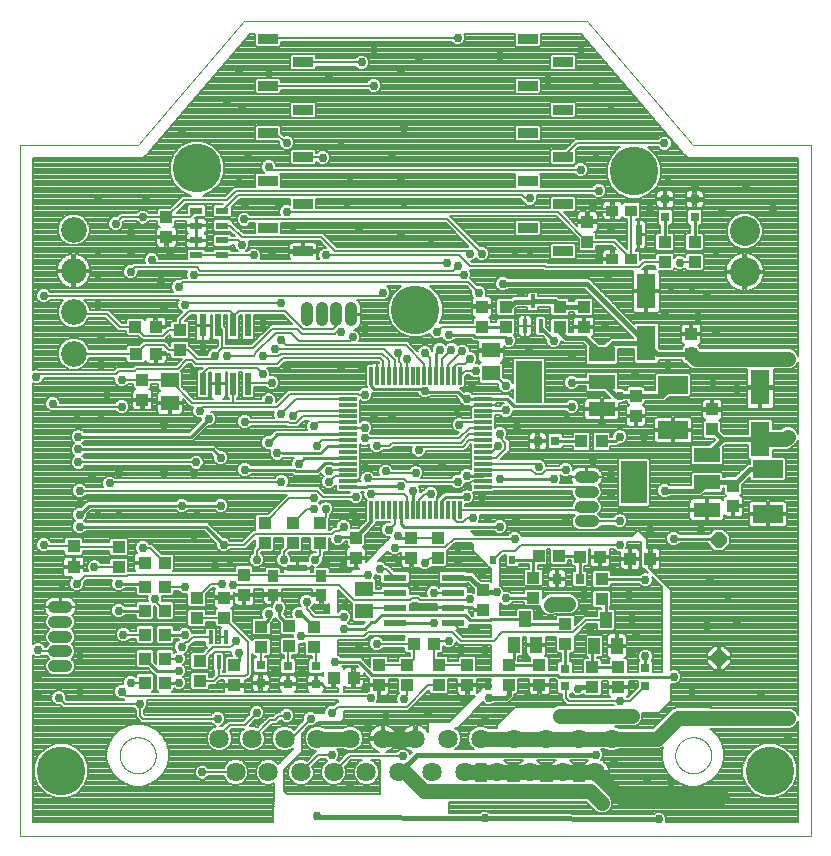
<source format=gtl>
G75*
%MOIN*%
%OFA0B0*%
%FSLAX25Y25*%
%IPPOS*%
%LPD*%
%AMOC8*
5,1,8,0,0,1.08239X$1,22.5*
%
%ADD10C,0.00000*%
%ADD11R,0.03937X0.04331*%
%ADD12R,0.06299X0.11811*%
%ADD13R,0.04331X0.03937*%
%ADD14R,0.08800X0.04800*%
%ADD15R,0.08661X0.14173*%
%ADD16R,0.03150X0.03150*%
%ADD17R,0.03543X0.03937*%
%ADD18R,0.06693X0.02165*%
%ADD19R,0.03937X0.03543*%
%ADD20R,0.02165X0.06693*%
%ADD21R,0.06693X0.03346*%
%ADD22R,0.04331X0.02362*%
%ADD23C,0.10000*%
%ADD24R,0.02200X0.07800*%
%ADD25R,0.07800X0.02200*%
%ADD26R,0.01181X0.05906*%
%ADD27R,0.05906X0.01181*%
%ADD28C,0.03969*%
%ADD29R,0.05906X0.05118*%
%ADD30R,0.10000X0.06000*%
%ADD31C,0.08600*%
%ADD32R,0.03937X0.05512*%
%ADD33R,0.03150X0.03543*%
%ADD34R,0.02362X0.03150*%
%ADD35R,0.04252X0.04134*%
%ADD36R,0.01600X0.04600*%
%ADD37OC8,0.05150*%
%ADD38C,0.06450*%
%ADD39C,0.02978*%
%ADD40C,0.00800*%
%ADD41C,0.05000*%
%ADD42C,0.01000*%
%ADD43C,0.01600*%
%ADD44C,0.16205*%
%ADD45C,0.01200*%
D10*
X0012400Y0035678D02*
X0012400Y0265993D01*
X0051770Y0265993D01*
X0087203Y0307332D01*
X0201376Y0307332D01*
X0236809Y0265993D01*
X0276180Y0265993D01*
X0276180Y0035678D01*
X0012400Y0035678D01*
X0045690Y0062450D02*
X0045692Y0062604D01*
X0045698Y0062759D01*
X0045708Y0062913D01*
X0045722Y0063067D01*
X0045740Y0063220D01*
X0045761Y0063373D01*
X0045787Y0063526D01*
X0045817Y0063677D01*
X0045850Y0063828D01*
X0045888Y0063978D01*
X0045929Y0064127D01*
X0045974Y0064275D01*
X0046023Y0064421D01*
X0046076Y0064567D01*
X0046132Y0064710D01*
X0046192Y0064853D01*
X0046256Y0064993D01*
X0046323Y0065133D01*
X0046394Y0065270D01*
X0046468Y0065405D01*
X0046546Y0065539D01*
X0046627Y0065670D01*
X0046712Y0065799D01*
X0046800Y0065927D01*
X0046891Y0066051D01*
X0046985Y0066174D01*
X0047083Y0066294D01*
X0047183Y0066411D01*
X0047287Y0066526D01*
X0047393Y0066638D01*
X0047502Y0066747D01*
X0047614Y0066853D01*
X0047729Y0066957D01*
X0047846Y0067057D01*
X0047966Y0067155D01*
X0048089Y0067249D01*
X0048213Y0067340D01*
X0048341Y0067428D01*
X0048470Y0067513D01*
X0048601Y0067594D01*
X0048735Y0067672D01*
X0048870Y0067746D01*
X0049007Y0067817D01*
X0049147Y0067884D01*
X0049287Y0067948D01*
X0049430Y0068008D01*
X0049573Y0068064D01*
X0049719Y0068117D01*
X0049865Y0068166D01*
X0050013Y0068211D01*
X0050162Y0068252D01*
X0050312Y0068290D01*
X0050463Y0068323D01*
X0050614Y0068353D01*
X0050767Y0068379D01*
X0050920Y0068400D01*
X0051073Y0068418D01*
X0051227Y0068432D01*
X0051381Y0068442D01*
X0051536Y0068448D01*
X0051690Y0068450D01*
X0051844Y0068448D01*
X0051999Y0068442D01*
X0052153Y0068432D01*
X0052307Y0068418D01*
X0052460Y0068400D01*
X0052613Y0068379D01*
X0052766Y0068353D01*
X0052917Y0068323D01*
X0053068Y0068290D01*
X0053218Y0068252D01*
X0053367Y0068211D01*
X0053515Y0068166D01*
X0053661Y0068117D01*
X0053807Y0068064D01*
X0053950Y0068008D01*
X0054093Y0067948D01*
X0054233Y0067884D01*
X0054373Y0067817D01*
X0054510Y0067746D01*
X0054645Y0067672D01*
X0054779Y0067594D01*
X0054910Y0067513D01*
X0055039Y0067428D01*
X0055167Y0067340D01*
X0055291Y0067249D01*
X0055414Y0067155D01*
X0055534Y0067057D01*
X0055651Y0066957D01*
X0055766Y0066853D01*
X0055878Y0066747D01*
X0055987Y0066638D01*
X0056093Y0066526D01*
X0056197Y0066411D01*
X0056297Y0066294D01*
X0056395Y0066174D01*
X0056489Y0066051D01*
X0056580Y0065927D01*
X0056668Y0065799D01*
X0056753Y0065670D01*
X0056834Y0065539D01*
X0056912Y0065405D01*
X0056986Y0065270D01*
X0057057Y0065133D01*
X0057124Y0064993D01*
X0057188Y0064853D01*
X0057248Y0064710D01*
X0057304Y0064567D01*
X0057357Y0064421D01*
X0057406Y0064275D01*
X0057451Y0064127D01*
X0057492Y0063978D01*
X0057530Y0063828D01*
X0057563Y0063677D01*
X0057593Y0063526D01*
X0057619Y0063373D01*
X0057640Y0063220D01*
X0057658Y0063067D01*
X0057672Y0062913D01*
X0057682Y0062759D01*
X0057688Y0062604D01*
X0057690Y0062450D01*
X0057688Y0062296D01*
X0057682Y0062141D01*
X0057672Y0061987D01*
X0057658Y0061833D01*
X0057640Y0061680D01*
X0057619Y0061527D01*
X0057593Y0061374D01*
X0057563Y0061223D01*
X0057530Y0061072D01*
X0057492Y0060922D01*
X0057451Y0060773D01*
X0057406Y0060625D01*
X0057357Y0060479D01*
X0057304Y0060333D01*
X0057248Y0060190D01*
X0057188Y0060047D01*
X0057124Y0059907D01*
X0057057Y0059767D01*
X0056986Y0059630D01*
X0056912Y0059495D01*
X0056834Y0059361D01*
X0056753Y0059230D01*
X0056668Y0059101D01*
X0056580Y0058973D01*
X0056489Y0058849D01*
X0056395Y0058726D01*
X0056297Y0058606D01*
X0056197Y0058489D01*
X0056093Y0058374D01*
X0055987Y0058262D01*
X0055878Y0058153D01*
X0055766Y0058047D01*
X0055651Y0057943D01*
X0055534Y0057843D01*
X0055414Y0057745D01*
X0055291Y0057651D01*
X0055167Y0057560D01*
X0055039Y0057472D01*
X0054910Y0057387D01*
X0054779Y0057306D01*
X0054645Y0057228D01*
X0054510Y0057154D01*
X0054373Y0057083D01*
X0054233Y0057016D01*
X0054093Y0056952D01*
X0053950Y0056892D01*
X0053807Y0056836D01*
X0053661Y0056783D01*
X0053515Y0056734D01*
X0053367Y0056689D01*
X0053218Y0056648D01*
X0053068Y0056610D01*
X0052917Y0056577D01*
X0052766Y0056547D01*
X0052613Y0056521D01*
X0052460Y0056500D01*
X0052307Y0056482D01*
X0052153Y0056468D01*
X0051999Y0056458D01*
X0051844Y0056452D01*
X0051690Y0056450D01*
X0051536Y0056452D01*
X0051381Y0056458D01*
X0051227Y0056468D01*
X0051073Y0056482D01*
X0050920Y0056500D01*
X0050767Y0056521D01*
X0050614Y0056547D01*
X0050463Y0056577D01*
X0050312Y0056610D01*
X0050162Y0056648D01*
X0050013Y0056689D01*
X0049865Y0056734D01*
X0049719Y0056783D01*
X0049573Y0056836D01*
X0049430Y0056892D01*
X0049287Y0056952D01*
X0049147Y0057016D01*
X0049007Y0057083D01*
X0048870Y0057154D01*
X0048735Y0057228D01*
X0048601Y0057306D01*
X0048470Y0057387D01*
X0048341Y0057472D01*
X0048213Y0057560D01*
X0048089Y0057651D01*
X0047966Y0057745D01*
X0047846Y0057843D01*
X0047729Y0057943D01*
X0047614Y0058047D01*
X0047502Y0058153D01*
X0047393Y0058262D01*
X0047287Y0058374D01*
X0047183Y0058489D01*
X0047083Y0058606D01*
X0046985Y0058726D01*
X0046891Y0058849D01*
X0046800Y0058973D01*
X0046712Y0059101D01*
X0046627Y0059230D01*
X0046546Y0059361D01*
X0046468Y0059495D01*
X0046394Y0059630D01*
X0046323Y0059767D01*
X0046256Y0059907D01*
X0046192Y0060047D01*
X0046132Y0060190D01*
X0046076Y0060333D01*
X0046023Y0060479D01*
X0045974Y0060625D01*
X0045929Y0060773D01*
X0045888Y0060922D01*
X0045850Y0061072D01*
X0045817Y0061223D01*
X0045787Y0061374D01*
X0045761Y0061527D01*
X0045740Y0061680D01*
X0045722Y0061833D01*
X0045708Y0061987D01*
X0045698Y0062141D01*
X0045692Y0062296D01*
X0045690Y0062450D01*
X0230890Y0062450D02*
X0230892Y0062604D01*
X0230898Y0062759D01*
X0230908Y0062913D01*
X0230922Y0063067D01*
X0230940Y0063220D01*
X0230961Y0063373D01*
X0230987Y0063526D01*
X0231017Y0063677D01*
X0231050Y0063828D01*
X0231088Y0063978D01*
X0231129Y0064127D01*
X0231174Y0064275D01*
X0231223Y0064421D01*
X0231276Y0064567D01*
X0231332Y0064710D01*
X0231392Y0064853D01*
X0231456Y0064993D01*
X0231523Y0065133D01*
X0231594Y0065270D01*
X0231668Y0065405D01*
X0231746Y0065539D01*
X0231827Y0065670D01*
X0231912Y0065799D01*
X0232000Y0065927D01*
X0232091Y0066051D01*
X0232185Y0066174D01*
X0232283Y0066294D01*
X0232383Y0066411D01*
X0232487Y0066526D01*
X0232593Y0066638D01*
X0232702Y0066747D01*
X0232814Y0066853D01*
X0232929Y0066957D01*
X0233046Y0067057D01*
X0233166Y0067155D01*
X0233289Y0067249D01*
X0233413Y0067340D01*
X0233541Y0067428D01*
X0233670Y0067513D01*
X0233801Y0067594D01*
X0233935Y0067672D01*
X0234070Y0067746D01*
X0234207Y0067817D01*
X0234347Y0067884D01*
X0234487Y0067948D01*
X0234630Y0068008D01*
X0234773Y0068064D01*
X0234919Y0068117D01*
X0235065Y0068166D01*
X0235213Y0068211D01*
X0235362Y0068252D01*
X0235512Y0068290D01*
X0235663Y0068323D01*
X0235814Y0068353D01*
X0235967Y0068379D01*
X0236120Y0068400D01*
X0236273Y0068418D01*
X0236427Y0068432D01*
X0236581Y0068442D01*
X0236736Y0068448D01*
X0236890Y0068450D01*
X0237044Y0068448D01*
X0237199Y0068442D01*
X0237353Y0068432D01*
X0237507Y0068418D01*
X0237660Y0068400D01*
X0237813Y0068379D01*
X0237966Y0068353D01*
X0238117Y0068323D01*
X0238268Y0068290D01*
X0238418Y0068252D01*
X0238567Y0068211D01*
X0238715Y0068166D01*
X0238861Y0068117D01*
X0239007Y0068064D01*
X0239150Y0068008D01*
X0239293Y0067948D01*
X0239433Y0067884D01*
X0239573Y0067817D01*
X0239710Y0067746D01*
X0239845Y0067672D01*
X0239979Y0067594D01*
X0240110Y0067513D01*
X0240239Y0067428D01*
X0240367Y0067340D01*
X0240491Y0067249D01*
X0240614Y0067155D01*
X0240734Y0067057D01*
X0240851Y0066957D01*
X0240966Y0066853D01*
X0241078Y0066747D01*
X0241187Y0066638D01*
X0241293Y0066526D01*
X0241397Y0066411D01*
X0241497Y0066294D01*
X0241595Y0066174D01*
X0241689Y0066051D01*
X0241780Y0065927D01*
X0241868Y0065799D01*
X0241953Y0065670D01*
X0242034Y0065539D01*
X0242112Y0065405D01*
X0242186Y0065270D01*
X0242257Y0065133D01*
X0242324Y0064993D01*
X0242388Y0064853D01*
X0242448Y0064710D01*
X0242504Y0064567D01*
X0242557Y0064421D01*
X0242606Y0064275D01*
X0242651Y0064127D01*
X0242692Y0063978D01*
X0242730Y0063828D01*
X0242763Y0063677D01*
X0242793Y0063526D01*
X0242819Y0063373D01*
X0242840Y0063220D01*
X0242858Y0063067D01*
X0242872Y0062913D01*
X0242882Y0062759D01*
X0242888Y0062604D01*
X0242890Y0062450D01*
X0242888Y0062296D01*
X0242882Y0062141D01*
X0242872Y0061987D01*
X0242858Y0061833D01*
X0242840Y0061680D01*
X0242819Y0061527D01*
X0242793Y0061374D01*
X0242763Y0061223D01*
X0242730Y0061072D01*
X0242692Y0060922D01*
X0242651Y0060773D01*
X0242606Y0060625D01*
X0242557Y0060479D01*
X0242504Y0060333D01*
X0242448Y0060190D01*
X0242388Y0060047D01*
X0242324Y0059907D01*
X0242257Y0059767D01*
X0242186Y0059630D01*
X0242112Y0059495D01*
X0242034Y0059361D01*
X0241953Y0059230D01*
X0241868Y0059101D01*
X0241780Y0058973D01*
X0241689Y0058849D01*
X0241595Y0058726D01*
X0241497Y0058606D01*
X0241397Y0058489D01*
X0241293Y0058374D01*
X0241187Y0058262D01*
X0241078Y0058153D01*
X0240966Y0058047D01*
X0240851Y0057943D01*
X0240734Y0057843D01*
X0240614Y0057745D01*
X0240491Y0057651D01*
X0240367Y0057560D01*
X0240239Y0057472D01*
X0240110Y0057387D01*
X0239979Y0057306D01*
X0239845Y0057228D01*
X0239710Y0057154D01*
X0239573Y0057083D01*
X0239433Y0057016D01*
X0239293Y0056952D01*
X0239150Y0056892D01*
X0239007Y0056836D01*
X0238861Y0056783D01*
X0238715Y0056734D01*
X0238567Y0056689D01*
X0238418Y0056648D01*
X0238268Y0056610D01*
X0238117Y0056577D01*
X0237966Y0056547D01*
X0237813Y0056521D01*
X0237660Y0056500D01*
X0237507Y0056482D01*
X0237353Y0056468D01*
X0237199Y0056458D01*
X0237044Y0056452D01*
X0236890Y0056450D01*
X0236736Y0056452D01*
X0236581Y0056458D01*
X0236427Y0056468D01*
X0236273Y0056482D01*
X0236120Y0056500D01*
X0235967Y0056521D01*
X0235814Y0056547D01*
X0235663Y0056577D01*
X0235512Y0056610D01*
X0235362Y0056648D01*
X0235213Y0056689D01*
X0235065Y0056734D01*
X0234919Y0056783D01*
X0234773Y0056836D01*
X0234630Y0056892D01*
X0234487Y0056952D01*
X0234347Y0057016D01*
X0234207Y0057083D01*
X0234070Y0057154D01*
X0233935Y0057228D01*
X0233801Y0057306D01*
X0233670Y0057387D01*
X0233541Y0057472D01*
X0233413Y0057560D01*
X0233289Y0057651D01*
X0233166Y0057745D01*
X0233046Y0057843D01*
X0232929Y0057943D01*
X0232814Y0058047D01*
X0232702Y0058153D01*
X0232593Y0058262D01*
X0232487Y0058374D01*
X0232383Y0058489D01*
X0232283Y0058606D01*
X0232185Y0058726D01*
X0232091Y0058849D01*
X0232000Y0058973D01*
X0231912Y0059101D01*
X0231827Y0059230D01*
X0231746Y0059361D01*
X0231668Y0059495D01*
X0231594Y0059630D01*
X0231523Y0059767D01*
X0231456Y0059907D01*
X0231392Y0060047D01*
X0231332Y0060190D01*
X0231276Y0060333D01*
X0231223Y0060479D01*
X0231174Y0060625D01*
X0231129Y0060773D01*
X0231088Y0060922D01*
X0231050Y0061072D01*
X0231017Y0061223D01*
X0230987Y0061374D01*
X0230961Y0061527D01*
X0230940Y0061680D01*
X0230922Y0061833D01*
X0230908Y0061987D01*
X0230898Y0062141D01*
X0230892Y0062296D01*
X0230890Y0062450D01*
D11*
X0222573Y0127875D03*
X0215880Y0127875D03*
X0205746Y0128647D03*
X0199054Y0128647D03*
X0192026Y0128974D03*
X0185333Y0128974D03*
X0166715Y0117493D03*
X0166715Y0110800D03*
X0161589Y0092493D03*
X0161589Y0085800D03*
X0132089Y0085800D03*
X0132089Y0092493D03*
X0123668Y0088358D03*
X0116975Y0088358D03*
X0087215Y0115863D03*
X0087215Y0122556D03*
X0080400Y0114993D03*
X0080400Y0108300D03*
X0060746Y0110647D03*
X0054054Y0110647D03*
X0054054Y0118647D03*
X0060746Y0118647D03*
X0060746Y0102647D03*
X0054054Y0102647D03*
X0054054Y0094647D03*
X0060746Y0094647D03*
X0060746Y0086647D03*
X0054054Y0086647D03*
X0124400Y0128300D03*
X0124400Y0134993D03*
X0142967Y0134993D03*
X0142967Y0128300D03*
X0199628Y0167147D03*
X0206321Y0167147D03*
X0217715Y0175615D03*
X0217715Y0182308D03*
X0236215Y0196115D03*
X0236215Y0202808D03*
X0243215Y0177745D03*
X0243215Y0171052D03*
X0250215Y0152245D03*
X0250215Y0145552D03*
X0201613Y0233631D03*
X0201613Y0240324D03*
X0166400Y0211993D03*
X0166400Y0205300D03*
X0061270Y0235143D03*
X0061270Y0241836D03*
X0053254Y0187643D03*
X0053254Y0180950D03*
D12*
X0221215Y0199800D03*
X0221215Y0217123D03*
X0259215Y0185060D03*
X0259215Y0167737D03*
D13*
X0206380Y0121194D03*
X0206380Y0114501D03*
X0194223Y0106356D03*
X0194223Y0099663D03*
X0185628Y0092548D03*
X0185628Y0085856D03*
X0175317Y0085856D03*
X0175317Y0092548D03*
X0183585Y0115021D03*
X0183585Y0121714D03*
X0203217Y0091846D03*
X0203217Y0085153D03*
X0211931Y0085182D03*
X0211931Y0091875D03*
X0152089Y0092493D03*
X0152089Y0085800D03*
X0141589Y0085800D03*
X0141589Y0092493D03*
X0143743Y0099647D03*
X0150435Y0099647D03*
X0151652Y0128300D03*
X0151652Y0134993D03*
X0112400Y0133300D03*
X0112400Y0139993D03*
X0103400Y0139993D03*
X0103400Y0133300D03*
X0094000Y0133300D03*
X0094000Y0139993D03*
X0071400Y0114993D03*
X0071400Y0108300D03*
X0072400Y0093993D03*
X0072400Y0087300D03*
X0083943Y0085730D03*
X0083943Y0092422D03*
X0092884Y0098667D03*
X0092884Y0105359D03*
X0102286Y0105478D03*
X0102286Y0098785D03*
X0110471Y0098600D03*
X0110471Y0105293D03*
X0060746Y0126647D03*
X0054054Y0126647D03*
X0045400Y0125300D03*
X0045400Y0131993D03*
X0051089Y0196344D03*
X0057782Y0196344D03*
X0057656Y0205277D03*
X0050963Y0205277D03*
X0065790Y0204249D03*
X0065790Y0197556D03*
X0174400Y0205300D03*
X0174400Y0211993D03*
X0192400Y0211993D03*
X0192400Y0205300D03*
X0200400Y0205300D03*
X0200400Y0211993D03*
X0227392Y0226962D03*
X0227392Y0233655D03*
X0237329Y0233655D03*
X0237329Y0226962D03*
D14*
X0206415Y0196062D03*
X0206415Y0186962D03*
X0206415Y0177862D03*
X0241415Y0162499D03*
X0241415Y0153399D03*
X0241415Y0144299D03*
D15*
X0217014Y0153399D03*
X0182014Y0186962D03*
D16*
X0185022Y0167147D03*
X0190928Y0167147D03*
X0227569Y0241907D03*
X0227569Y0247812D03*
X0237329Y0247761D03*
X0237329Y0241856D03*
X0220900Y0091600D03*
X0220900Y0085694D03*
X0194150Y0085444D03*
X0194150Y0091350D03*
X0111042Y0092170D03*
X0111042Y0086265D03*
X0101853Y0086265D03*
X0101853Y0092170D03*
X0092668Y0092485D03*
X0092668Y0086580D03*
D17*
X0096770Y0115993D03*
X0096770Y0122293D03*
X0112912Y0122293D03*
X0112912Y0115993D03*
D18*
X0104841Y0124753D03*
D19*
X0209963Y0227907D03*
X0216262Y0227907D03*
X0216262Y0244048D03*
X0209963Y0244048D03*
D20*
X0218723Y0235978D03*
D21*
X0193502Y0230399D03*
X0181691Y0238273D03*
X0193502Y0246147D03*
X0181691Y0254021D03*
X0193502Y0261895D03*
X0181691Y0269769D03*
X0193502Y0277643D03*
X0181691Y0285517D03*
X0193502Y0293391D03*
X0181691Y0301265D03*
X0106888Y0293391D03*
X0095077Y0301265D03*
X0095077Y0285517D03*
X0106888Y0277643D03*
X0095077Y0269769D03*
X0106888Y0261895D03*
X0095077Y0254021D03*
X0106888Y0246147D03*
X0095077Y0238273D03*
X0106888Y0230399D03*
D22*
X0079920Y0229147D03*
X0079920Y0234068D03*
X0079920Y0238989D03*
X0079920Y0243911D03*
X0071258Y0243911D03*
X0071258Y0238989D03*
X0071258Y0234068D03*
X0071258Y0229147D03*
D23*
X0254026Y0223509D03*
X0254026Y0237289D03*
D24*
X0088471Y0205733D03*
X0083471Y0205733D03*
X0078471Y0205733D03*
X0073471Y0205733D03*
X0073471Y0186333D03*
X0078471Y0186333D03*
X0083471Y0186333D03*
X0088471Y0186333D03*
D25*
X0137515Y0121647D03*
X0137515Y0116647D03*
X0137515Y0111647D03*
X0137515Y0106647D03*
X0156915Y0106647D03*
X0156915Y0111647D03*
X0156915Y0116647D03*
X0156915Y0121647D03*
D26*
X0157085Y0144115D03*
X0155117Y0144115D03*
X0153148Y0144115D03*
X0151180Y0144115D03*
X0149211Y0144115D03*
X0147243Y0144115D03*
X0145274Y0144115D03*
X0143306Y0144115D03*
X0141337Y0144115D03*
X0139369Y0144115D03*
X0137400Y0144115D03*
X0135431Y0144115D03*
X0133463Y0144115D03*
X0131494Y0144115D03*
X0129526Y0144115D03*
X0159054Y0144115D03*
X0159054Y0188997D03*
X0157085Y0188997D03*
X0155117Y0188997D03*
X0153148Y0188997D03*
X0151180Y0188997D03*
X0149211Y0188997D03*
X0147243Y0188997D03*
X0145274Y0188997D03*
X0143306Y0188997D03*
X0141337Y0188997D03*
X0139369Y0188997D03*
X0137400Y0188997D03*
X0135431Y0188997D03*
X0133463Y0188997D03*
X0131494Y0188997D03*
X0129526Y0188997D03*
D27*
X0121849Y0181320D03*
X0121849Y0179352D03*
X0121849Y0177383D03*
X0121849Y0175415D03*
X0121849Y0173446D03*
X0121849Y0171478D03*
X0121849Y0169509D03*
X0121849Y0167541D03*
X0121849Y0165572D03*
X0121849Y0163604D03*
X0121849Y0161635D03*
X0121849Y0159667D03*
X0121849Y0157698D03*
X0121849Y0155730D03*
X0121849Y0153761D03*
X0121849Y0151793D03*
X0166731Y0151793D03*
X0166731Y0153761D03*
X0166731Y0155730D03*
X0166731Y0157698D03*
X0166731Y0159667D03*
X0166731Y0161635D03*
X0166731Y0163604D03*
X0166731Y0165572D03*
X0166731Y0167541D03*
X0166731Y0169509D03*
X0166731Y0171478D03*
X0166731Y0173446D03*
X0166731Y0175415D03*
X0166731Y0177383D03*
X0166731Y0179352D03*
X0166731Y0181320D03*
D28*
X0199365Y0155159D02*
X0203333Y0155159D01*
X0203333Y0150237D02*
X0199365Y0150237D01*
X0199365Y0145316D02*
X0203333Y0145316D01*
X0203333Y0140395D02*
X0199365Y0140395D01*
X0122853Y0207478D02*
X0122853Y0211446D01*
X0117931Y0211446D02*
X0117931Y0207478D01*
X0113010Y0207478D02*
X0113010Y0211446D01*
X0108089Y0211446D02*
X0108089Y0207478D01*
X0027900Y0111859D02*
X0023931Y0111859D01*
X0023931Y0106938D02*
X0027900Y0106938D01*
X0027900Y0102017D02*
X0023931Y0102017D01*
X0023931Y0097096D02*
X0027900Y0097096D01*
X0027900Y0092174D02*
X0023931Y0092174D01*
D29*
X0062400Y0179907D03*
X0062400Y0187387D03*
X0127215Y0117887D03*
X0127215Y0110407D03*
X0169400Y0189907D03*
X0169400Y0197387D03*
D30*
X0230215Y0185899D03*
X0230215Y0170899D03*
X0261715Y0157899D03*
X0261715Y0142899D03*
D31*
X0030337Y0196348D03*
X0030337Y0210127D03*
X0030337Y0223907D03*
X0030337Y0237686D03*
D32*
X0177014Y0099182D03*
X0184494Y0099182D03*
X0180754Y0107844D03*
X0203943Y0098909D03*
X0211424Y0098909D03*
X0207683Y0107570D03*
D33*
X0195254Y0112993D03*
X0191514Y0121261D03*
X0198994Y0121261D03*
D34*
X0176550Y0127647D03*
X0170250Y0127647D03*
D35*
X0030400Y0125202D03*
X0030400Y0132092D03*
D36*
X0076100Y0101747D03*
X0081300Y0101747D03*
X0078700Y0093547D03*
X0180800Y0205547D03*
X0186000Y0205547D03*
X0183400Y0213747D03*
D37*
X0245400Y0134269D03*
X0245400Y0094899D03*
D38*
X0209690Y0068050D03*
X0204240Y0056850D03*
X0198790Y0068050D03*
X0193340Y0056850D03*
X0182440Y0056850D03*
X0187890Y0068050D03*
X0176990Y0068050D03*
X0171540Y0056850D03*
X0166090Y0068050D03*
X0160640Y0056850D03*
X0149740Y0056850D03*
X0155190Y0068050D03*
X0144290Y0068050D03*
X0138840Y0056850D03*
X0133390Y0068050D03*
X0127940Y0056850D03*
X0117040Y0056850D03*
X0122490Y0068050D03*
X0111590Y0068050D03*
X0106140Y0056850D03*
X0100690Y0068050D03*
X0089790Y0068050D03*
X0095240Y0056850D03*
X0084340Y0056850D03*
X0078890Y0068050D03*
D39*
X0078400Y0074647D03*
X0091400Y0076647D03*
X0101400Y0075647D03*
X0109400Y0074647D03*
X0116400Y0076647D03*
X0128400Y0072647D03*
X0134400Y0075647D03*
X0129400Y0081546D03*
X0127600Y0084897D03*
X0117400Y0093647D03*
X0125400Y0098647D03*
X0131400Y0099647D03*
X0120400Y0104647D03*
X0120400Y0108647D03*
X0120900Y0112297D03*
X0114400Y0111647D03*
X0107989Y0113647D03*
X0105400Y0109647D03*
X0098811Y0111647D03*
X0095400Y0109647D03*
X0084550Y0100497D03*
X0085400Y0096647D03*
X0097400Y0090647D03*
X0106400Y0090647D03*
X0106027Y0102131D03*
X0120150Y0125647D03*
X0114400Y0126647D03*
X0110822Y0127647D03*
X0118400Y0134647D03*
X0120400Y0138647D03*
X0124400Y0140647D03*
X0123400Y0143647D03*
X0124400Y0148647D03*
X0129400Y0149647D03*
X0128400Y0154825D03*
X0127400Y0158647D03*
X0134400Y0157114D03*
X0139400Y0152136D03*
X0143400Y0150647D03*
X0144400Y0156647D03*
X0145400Y0164180D03*
X0153250Y0159647D03*
X0158370Y0153617D03*
X0161400Y0155647D03*
X0161400Y0148647D03*
X0166400Y0148647D03*
X0168400Y0141497D03*
X0172400Y0138647D03*
X0177850Y0141447D03*
X0177400Y0134647D03*
X0188248Y0124637D03*
X0189400Y0112647D03*
X0185598Y0109487D03*
X0174400Y0114758D03*
X0171314Y0116732D03*
X0166400Y0122647D03*
X0158400Y0126647D03*
X0158400Y0131647D03*
X0163400Y0141626D03*
X0153069Y0150978D03*
X0149400Y0149647D03*
X0138430Y0135617D03*
X0135400Y0137647D03*
X0137400Y0131647D03*
X0138400Y0127647D03*
X0132400Y0124647D03*
X0128400Y0122647D03*
X0144400Y0119647D03*
X0150400Y0116647D03*
X0144050Y0112247D03*
X0150400Y0106647D03*
X0155400Y0100647D03*
X0159400Y0097647D03*
X0164400Y0104647D03*
X0167400Y0097647D03*
X0168400Y0085647D03*
X0168787Y0081647D03*
X0167598Y0074487D03*
X0160400Y0080897D03*
X0148400Y0076647D03*
X0140350Y0081147D03*
X0140068Y0062164D03*
X0122400Y0052647D03*
X0116400Y0062647D03*
X0111600Y0042247D03*
X0073150Y0056847D03*
X0052400Y0079647D03*
X0046400Y0083647D03*
X0049400Y0086647D03*
X0046911Y0102647D03*
X0045400Y0110647D03*
X0045400Y0119647D03*
X0037250Y0125247D03*
X0031400Y0119647D03*
X0026400Y0119647D03*
X0020400Y0132647D03*
X0032400Y0138647D03*
X0032400Y0142647D03*
X0032400Y0146647D03*
X0032400Y0150647D03*
X0036400Y0155647D03*
X0031900Y0160147D03*
X0031900Y0164397D03*
X0031900Y0168647D03*
X0031400Y0174647D03*
X0039400Y0174647D03*
X0046400Y0178647D03*
X0041400Y0182647D03*
X0046400Y0187647D03*
X0039400Y0192647D03*
X0039400Y0201647D03*
X0038400Y0212647D03*
X0038400Y0222647D03*
X0038400Y0230647D03*
X0044400Y0239647D03*
X0049400Y0236647D03*
X0053400Y0241836D03*
X0054400Y0247647D03*
X0049400Y0229647D03*
X0049400Y0223647D03*
X0056400Y0227647D03*
X0062400Y0229647D03*
X0059400Y0220647D03*
X0065400Y0218647D03*
X0067400Y0212647D03*
X0060400Y0211647D03*
X0070400Y0222647D03*
X0086400Y0232647D03*
X0090400Y0229136D03*
X0096400Y0229647D03*
X0103400Y0238647D03*
X0101400Y0243647D03*
X0098400Y0246647D03*
X0087400Y0245647D03*
X0087150Y0241147D03*
X0085400Y0253647D03*
X0088400Y0262647D03*
X0095400Y0258647D03*
X0101400Y0266647D03*
X0113400Y0261647D03*
X0119400Y0265647D03*
X0122400Y0253647D03*
X0121400Y0246647D03*
X0125400Y0237647D03*
X0114400Y0229136D03*
X0099400Y0213158D03*
X0093400Y0206647D03*
X0099571Y0200817D03*
X0097400Y0197928D03*
X0093400Y0195439D03*
X0093400Y0189461D03*
X0096400Y0186647D03*
X0101400Y0191647D03*
X0095400Y0180922D03*
X0099400Y0176136D03*
X0103400Y0175647D03*
X0110400Y0172098D03*
X0111400Y0165647D03*
X0105400Y0159647D03*
X0099589Y0153647D03*
X0098150Y0163147D03*
X0095400Y0166647D03*
X0087400Y0173647D03*
X0075400Y0174647D03*
X0072400Y0177344D03*
X0060400Y0172647D03*
X0071150Y0160147D03*
X0070400Y0156647D03*
X0060400Y0156647D03*
X0066400Y0145647D03*
X0071400Y0142647D03*
X0070400Y0135647D03*
X0080400Y0132647D03*
X0082400Y0127647D03*
X0077400Y0125647D03*
X0079895Y0119647D03*
X0083473Y0119210D03*
X0091400Y0127647D03*
X0100376Y0127671D03*
X0110400Y0144647D03*
X0110422Y0148225D03*
X0114400Y0144647D03*
X0115400Y0153647D03*
X0115400Y0157225D03*
X0127400Y0168069D03*
X0127400Y0171647D03*
X0130400Y0175647D03*
X0136400Y0175647D03*
X0131400Y0165580D03*
X0127400Y0182647D03*
X0126400Y0191647D03*
X0119400Y0191647D03*
X0123400Y0201728D03*
X0127400Y0204647D03*
X0119427Y0203404D03*
X0133400Y0216647D03*
X0139400Y0235647D03*
X0149400Y0234647D03*
X0154792Y0226647D03*
X0158370Y0225677D03*
X0160400Y0222647D03*
X0165400Y0216647D03*
X0173400Y0219647D03*
X0179450Y0216647D03*
X0181750Y0222947D03*
X0182450Y0230647D03*
X0177400Y0230647D03*
X0166400Y0229647D03*
X0162400Y0229647D03*
X0182400Y0248158D03*
X0199400Y0257647D03*
X0204400Y0261647D03*
X0205400Y0250647D03*
X0203400Y0245647D03*
X0209400Y0237647D03*
X0205400Y0228647D03*
X0208400Y0221647D03*
X0207400Y0205647D03*
X0196400Y0195647D03*
X0190400Y0200647D03*
X0182000Y0197897D03*
X0175400Y0200647D03*
X0174450Y0193797D03*
X0174400Y0185647D03*
X0174400Y0177397D03*
X0178000Y0171897D03*
X0172400Y0169647D03*
X0171772Y0165647D03*
X0172400Y0154647D03*
X0185400Y0158647D03*
X0190400Y0154647D03*
X0194400Y0157647D03*
X0203400Y0160647D03*
X0209400Y0155797D03*
X0209400Y0148797D03*
X0212400Y0140647D03*
X0212400Y0132647D03*
X0209898Y0125237D03*
X0215598Y0115737D03*
X0220900Y0120897D03*
X0216598Y0107737D03*
X0217748Y0102287D03*
X0216598Y0096737D03*
X0220900Y0095397D03*
X0216598Y0085737D03*
X0212400Y0080647D03*
X0216400Y0075647D03*
X0210400Y0060647D03*
X0204400Y0062647D03*
X0206400Y0046647D03*
X0221400Y0054647D03*
X0229400Y0053647D03*
X0225400Y0041167D03*
X0246400Y0048647D03*
X0268400Y0068647D03*
X0268400Y0074797D03*
X0259400Y0082647D03*
X0236400Y0083647D03*
X0230400Y0088647D03*
X0241400Y0105647D03*
X0248400Y0115647D03*
X0242400Y0120647D03*
X0251400Y0106647D03*
X0230400Y0134647D03*
X0222400Y0137647D03*
X0227400Y0150647D03*
X0239400Y0137647D03*
X0220400Y0168647D03*
X0212400Y0168647D03*
X0206400Y0172797D03*
X0212400Y0182308D03*
X0217400Y0189647D03*
X0228400Y0192647D03*
X0243400Y0186647D03*
X0251400Y0184647D03*
X0268400Y0194647D03*
X0244400Y0203647D03*
X0238400Y0208647D03*
X0241400Y0215647D03*
X0236400Y0218647D03*
X0229400Y0218647D03*
X0227450Y0209647D03*
X0232400Y0226647D03*
X0244400Y0230647D03*
X0246400Y0243647D03*
X0254400Y0252647D03*
X0263400Y0244647D03*
X0237400Y0252647D03*
X0228400Y0253647D03*
X0222400Y0244647D03*
X0227195Y0266473D03*
X0209400Y0277647D03*
X0204400Y0285647D03*
X0199400Y0297647D03*
X0188400Y0287647D03*
X0172400Y0295647D03*
X0158400Y0301647D03*
X0145400Y0294647D03*
X0139400Y0290647D03*
X0130400Y0285647D03*
X0126400Y0293397D03*
X0130400Y0297647D03*
X0115400Y0288647D03*
X0095400Y0289647D03*
X0085400Y0290647D03*
X0081400Y0280647D03*
X0086400Y0278647D03*
X0066400Y0270647D03*
X0038400Y0247647D03*
X0020400Y0215647D03*
X0017911Y0188647D03*
X0023400Y0179647D03*
X0045400Y0156647D03*
X0042400Y0153136D03*
X0045400Y0142647D03*
X0038400Y0142647D03*
X0053400Y0131647D03*
X0057400Y0114647D03*
X0067400Y0118647D03*
X0067400Y0102647D03*
X0066400Y0098647D03*
X0065400Y0094647D03*
X0065400Y0090647D03*
X0065400Y0086647D03*
X0032400Y0083647D03*
X0025400Y0081647D03*
X0018400Y0082647D03*
X0018400Y0088647D03*
X0018400Y0097647D03*
X0032400Y0095647D03*
X0079400Y0145647D03*
X0087400Y0157647D03*
X0079400Y0161647D03*
X0070300Y0190497D03*
X0073400Y0198647D03*
X0077400Y0195647D03*
X0081400Y0195647D03*
X0138370Y0196677D03*
X0141400Y0194647D03*
X0147400Y0196647D03*
X0152378Y0197647D03*
X0156292Y0197647D03*
X0159870Y0197177D03*
X0162400Y0194647D03*
X0164358Y0190647D03*
X0163000Y0185897D03*
X0161400Y0181320D03*
X0158000Y0177897D03*
X0158811Y0172647D03*
X0147400Y0183956D03*
X0155400Y0202647D03*
X0151437Y0203610D03*
X0140400Y0246647D03*
X0139400Y0254647D03*
X0136400Y0262647D03*
X0140400Y0271647D03*
X0196400Y0186647D03*
X0196400Y0178647D03*
X0194850Y0174697D03*
X0194400Y0140797D03*
X0200598Y0115737D03*
X0200598Y0110737D03*
X0202598Y0104737D03*
X0198400Y0084647D03*
X0192400Y0075647D03*
X0181748Y0082287D03*
X0180748Y0095287D03*
X0162635Y0114412D03*
X0147400Y0126647D03*
X0160598Y0065937D03*
X0167399Y0041474D03*
X0268400Y0168647D03*
D40*
X0270910Y0166207D02*
X0271780Y0166207D01*
X0271367Y0166664D02*
X0270458Y0165755D01*
X0269473Y0164770D01*
X0268187Y0164237D01*
X0263365Y0164237D01*
X0263365Y0161899D01*
X0267129Y0161899D01*
X0267715Y0161313D01*
X0267715Y0154485D01*
X0267129Y0153899D01*
X0256301Y0153899D01*
X0255715Y0154485D01*
X0255715Y0155200D01*
X0253183Y0152668D01*
X0253183Y0149666D01*
X0252598Y0149080D01*
X0252509Y0149080D01*
X0252724Y0149022D01*
X0253043Y0148838D01*
X0253304Y0148577D01*
X0253488Y0148258D01*
X0253583Y0147902D01*
X0253583Y0145952D01*
X0250615Y0145952D01*
X0250615Y0145152D01*
X0250615Y0141987D01*
X0252368Y0141987D01*
X0252724Y0142082D01*
X0253043Y0142267D01*
X0253304Y0142527D01*
X0253488Y0142847D01*
X0253583Y0143203D01*
X0253583Y0145152D01*
X0250615Y0145152D01*
X0249815Y0145152D01*
X0249815Y0141987D01*
X0248062Y0141987D01*
X0247706Y0142082D01*
X0247387Y0142267D01*
X0247215Y0142439D01*
X0247215Y0141714D01*
X0247120Y0141358D01*
X0246935Y0141039D01*
X0246675Y0140779D01*
X0246355Y0140594D01*
X0245999Y0140499D01*
X0241815Y0140499D01*
X0241815Y0143899D01*
X0241015Y0143899D01*
X0235615Y0143899D01*
X0235615Y0141714D01*
X0235710Y0141358D01*
X0235895Y0141039D01*
X0236155Y0140779D01*
X0236475Y0140594D01*
X0236831Y0140499D01*
X0241015Y0140499D01*
X0241015Y0143899D01*
X0241015Y0144699D01*
X0241015Y0148099D01*
X0236831Y0148099D01*
X0236475Y0148003D01*
X0236155Y0147819D01*
X0235895Y0147558D01*
X0235710Y0147239D01*
X0235615Y0146883D01*
X0235615Y0144699D01*
X0241015Y0144699D01*
X0241815Y0144699D01*
X0241815Y0148099D01*
X0245999Y0148099D01*
X0246355Y0148003D01*
X0246675Y0147819D01*
X0246846Y0147647D01*
X0246846Y0147902D01*
X0246942Y0148258D01*
X0247126Y0148577D01*
X0247387Y0148838D01*
X0247706Y0149022D01*
X0247921Y0149080D01*
X0247832Y0149080D01*
X0247246Y0149666D01*
X0247246Y0151599D01*
X0246815Y0151599D01*
X0246815Y0150585D01*
X0246229Y0149999D01*
X0240561Y0149999D01*
X0240463Y0149901D01*
X0239409Y0148847D01*
X0229120Y0148847D01*
X0228810Y0148537D01*
X0227895Y0148158D01*
X0226905Y0148158D01*
X0225990Y0148537D01*
X0225290Y0149237D01*
X0224911Y0150152D01*
X0224911Y0151142D01*
X0225290Y0152057D01*
X0225990Y0152757D01*
X0226905Y0153136D01*
X0227895Y0153136D01*
X0228810Y0152757D01*
X0229120Y0152447D01*
X0236015Y0152447D01*
X0236015Y0156213D01*
X0236601Y0156799D01*
X0246229Y0156799D01*
X0246815Y0156213D01*
X0246815Y0155199D01*
X0247620Y0155199D01*
X0247832Y0155411D01*
X0250835Y0155411D01*
X0254069Y0158644D01*
X0255123Y0159699D01*
X0255715Y0159699D01*
X0255715Y0160832D01*
X0255651Y0160832D01*
X0255065Y0161418D01*
X0255065Y0165937D01*
X0247399Y0165937D01*
X0246795Y0165333D01*
X0246815Y0165313D01*
X0246815Y0159685D01*
X0246229Y0159099D01*
X0236601Y0159099D01*
X0236015Y0159685D01*
X0236015Y0165313D01*
X0236601Y0165899D01*
X0242269Y0165899D01*
X0244046Y0167676D01*
X0243835Y0167887D01*
X0240832Y0167887D01*
X0240246Y0168473D01*
X0240246Y0173632D01*
X0240832Y0174218D01*
X0240921Y0174218D01*
X0240706Y0174275D01*
X0240387Y0174460D01*
X0240126Y0174720D01*
X0239942Y0175040D01*
X0239846Y0175396D01*
X0239846Y0177345D01*
X0242815Y0177345D01*
X0242815Y0178145D01*
X0239846Y0178145D01*
X0239846Y0180095D01*
X0239942Y0180451D01*
X0240126Y0180770D01*
X0240387Y0181031D01*
X0240706Y0181215D01*
X0241062Y0181311D01*
X0242815Y0181311D01*
X0242815Y0178145D01*
X0243615Y0178145D01*
X0246583Y0178145D01*
X0246583Y0180095D01*
X0246488Y0180451D01*
X0246304Y0180770D01*
X0246043Y0181031D01*
X0245724Y0181215D01*
X0245368Y0181311D01*
X0243615Y0181311D01*
X0243615Y0178145D01*
X0243615Y0177345D01*
X0246583Y0177345D01*
X0246583Y0175396D01*
X0246488Y0175040D01*
X0246304Y0174720D01*
X0246043Y0174460D01*
X0245724Y0174275D01*
X0245509Y0174218D01*
X0245598Y0174218D01*
X0246183Y0173632D01*
X0246183Y0170629D01*
X0247275Y0169537D01*
X0255065Y0169537D01*
X0255065Y0174057D01*
X0255651Y0174643D01*
X0262779Y0174643D01*
X0263365Y0174057D01*
X0263365Y0171237D01*
X0266041Y0171237D01*
X0266417Y0171614D01*
X0267704Y0172147D01*
X0269096Y0172147D01*
X0270383Y0171614D01*
X0271367Y0170629D01*
X0271780Y0169634D01*
X0271780Y0193660D01*
X0271367Y0192664D01*
X0270383Y0191680D01*
X0269096Y0191147D01*
X0263765Y0191147D01*
X0263765Y0185460D01*
X0259615Y0185460D01*
X0259615Y0184660D01*
X0259615Y0177755D01*
X0262549Y0177755D01*
X0262905Y0177850D01*
X0263224Y0178034D01*
X0263485Y0178295D01*
X0263669Y0178614D01*
X0263765Y0178970D01*
X0263765Y0184660D01*
X0259615Y0184660D01*
X0258815Y0184660D01*
X0258815Y0177755D01*
X0255881Y0177755D01*
X0255525Y0177850D01*
X0255206Y0178034D01*
X0254945Y0178295D01*
X0254761Y0178614D01*
X0254665Y0178970D01*
X0254665Y0184660D01*
X0258815Y0184660D01*
X0258815Y0185460D01*
X0254665Y0185460D01*
X0254665Y0191147D01*
X0236987Y0191147D01*
X0235701Y0191680D01*
X0234431Y0192950D01*
X0233832Y0192950D01*
X0233246Y0193536D01*
X0233246Y0194136D01*
X0233172Y0194315D01*
X0225365Y0194315D01*
X0225365Y0193481D01*
X0224779Y0192895D01*
X0217651Y0192895D01*
X0217065Y0193481D01*
X0217065Y0198000D01*
X0211815Y0198000D01*
X0211815Y0193248D01*
X0211229Y0192662D01*
X0201601Y0192662D01*
X0201015Y0193248D01*
X0201015Y0198876D01*
X0201035Y0198896D01*
X0200084Y0199847D01*
X0193654Y0199847D01*
X0192889Y0200612D01*
X0192889Y0200152D01*
X0192510Y0199237D01*
X0191810Y0198537D01*
X0190895Y0198158D01*
X0189905Y0198158D01*
X0188990Y0198537D01*
X0188290Y0199237D01*
X0187911Y0200152D01*
X0187911Y0201014D01*
X0186679Y0202247D01*
X0184786Y0202247D01*
X0184200Y0202833D01*
X0184200Y0208261D01*
X0184786Y0208847D01*
X0187214Y0208847D01*
X0187800Y0208261D01*
X0187800Y0205368D01*
X0189235Y0203934D01*
X0189235Y0207683D01*
X0189820Y0208269D01*
X0194980Y0208269D01*
X0195565Y0207683D01*
X0195565Y0203447D01*
X0196835Y0203447D01*
X0196835Y0204900D01*
X0200000Y0204900D01*
X0200000Y0205700D01*
X0196835Y0205700D01*
X0196835Y0207453D01*
X0196930Y0207809D01*
X0197114Y0208129D01*
X0197375Y0208389D01*
X0197694Y0208573D01*
X0198050Y0208669D01*
X0200000Y0208669D01*
X0200000Y0205700D01*
X0200800Y0205700D01*
X0203965Y0205700D01*
X0203965Y0207453D01*
X0203870Y0207809D01*
X0203686Y0208129D01*
X0203425Y0208389D01*
X0203106Y0208573D01*
X0202750Y0208669D01*
X0200800Y0208669D01*
X0200800Y0205700D01*
X0200800Y0204900D01*
X0203965Y0204900D01*
X0203965Y0203148D01*
X0203870Y0202791D01*
X0203686Y0202472D01*
X0203425Y0202212D01*
X0203106Y0202027D01*
X0203018Y0202004D01*
X0205561Y0199462D01*
X0207269Y0199462D01*
X0209408Y0201600D01*
X0216869Y0201600D01*
X0200623Y0217847D01*
X0175120Y0217847D01*
X0174810Y0217537D01*
X0173895Y0217158D01*
X0172905Y0217158D01*
X0171990Y0217537D01*
X0171290Y0218237D01*
X0170911Y0219152D01*
X0170911Y0220142D01*
X0171290Y0221057D01*
X0171990Y0221757D01*
X0172905Y0222136D01*
X0173895Y0222136D01*
X0174810Y0221757D01*
X0175120Y0221447D01*
X0202114Y0221447D01*
X0203168Y0220392D01*
X0217253Y0206308D01*
X0217651Y0206706D01*
X0224779Y0206706D01*
X0225365Y0206120D01*
X0225365Y0198196D01*
X0225646Y0197915D01*
X0233172Y0197915D01*
X0233246Y0198095D01*
X0233246Y0198695D01*
X0233832Y0199281D01*
X0233921Y0199281D01*
X0233706Y0199338D01*
X0233387Y0199523D01*
X0233126Y0199783D01*
X0232942Y0200103D01*
X0232846Y0200459D01*
X0232846Y0202408D01*
X0235815Y0202408D01*
X0235815Y0203208D01*
X0232846Y0203208D01*
X0232846Y0205158D01*
X0232942Y0205514D01*
X0233126Y0205833D01*
X0233387Y0206094D01*
X0233706Y0206278D01*
X0234062Y0206374D01*
X0235815Y0206374D01*
X0235815Y0203208D01*
X0236615Y0203208D01*
X0239583Y0203208D01*
X0239583Y0205158D01*
X0239488Y0205514D01*
X0239304Y0205833D01*
X0239043Y0206094D01*
X0238724Y0206278D01*
X0238368Y0206374D01*
X0236615Y0206374D01*
X0236615Y0203208D01*
X0236615Y0202408D01*
X0239583Y0202408D01*
X0239583Y0200459D01*
X0239488Y0200103D01*
X0239304Y0199783D01*
X0239043Y0199523D01*
X0238724Y0199338D01*
X0238509Y0199281D01*
X0238598Y0199281D01*
X0239183Y0198695D01*
X0239183Y0198147D01*
X0269096Y0198147D01*
X0270383Y0197614D01*
X0271367Y0196629D01*
X0271780Y0195634D01*
X0271780Y0261593D01*
X0237510Y0261593D01*
X0237345Y0261539D01*
X0236640Y0261593D01*
X0235934Y0261593D01*
X0235773Y0261660D01*
X0235599Y0261673D01*
X0234969Y0261993D01*
X0234317Y0262263D01*
X0234194Y0262386D01*
X0234038Y0262465D01*
X0233579Y0263002D01*
X0233079Y0263501D01*
X0233013Y0263662D01*
X0199353Y0302932D01*
X0186038Y0302932D01*
X0186038Y0299178D01*
X0185452Y0298592D01*
X0177931Y0298592D01*
X0177345Y0299178D01*
X0177345Y0302932D01*
X0160562Y0302932D01*
X0160889Y0302142D01*
X0160889Y0301152D01*
X0160510Y0300237D01*
X0159810Y0299537D01*
X0158895Y0299158D01*
X0157905Y0299158D01*
X0156990Y0299537D01*
X0156290Y0300237D01*
X0156286Y0300247D01*
X0099424Y0300247D01*
X0099424Y0299178D01*
X0098838Y0298592D01*
X0091316Y0298592D01*
X0090731Y0299178D01*
X0090731Y0302932D01*
X0089227Y0302932D01*
X0055567Y0263662D01*
X0055500Y0263501D01*
X0055001Y0263002D01*
X0054541Y0262465D01*
X0054386Y0262386D01*
X0054262Y0262263D01*
X0053610Y0261993D01*
X0052980Y0261673D01*
X0052806Y0261660D01*
X0052645Y0261593D01*
X0051939Y0261593D01*
X0051235Y0261539D01*
X0051069Y0261593D01*
X0016800Y0261593D01*
X0016800Y0190881D01*
X0017416Y0191136D01*
X0018406Y0191136D01*
X0018621Y0191047D01*
X0043820Y0191047D01*
X0044000Y0191227D01*
X0044820Y0192047D01*
X0050130Y0192047D01*
X0050716Y0192633D01*
X0064406Y0192633D01*
X0066361Y0194588D01*
X0063210Y0194588D01*
X0062624Y0195174D01*
X0062624Y0196156D01*
X0061537Y0196156D01*
X0060950Y0196744D01*
X0058182Y0196744D01*
X0058182Y0195944D01*
X0061347Y0195944D01*
X0061347Y0194191D01*
X0061252Y0193835D01*
X0061068Y0193516D01*
X0060807Y0193255D01*
X0060488Y0193071D01*
X0060132Y0192975D01*
X0058182Y0192975D01*
X0058182Y0195944D01*
X0057382Y0195944D01*
X0057382Y0192975D01*
X0055432Y0192975D01*
X0055076Y0193071D01*
X0054757Y0193255D01*
X0054496Y0193516D01*
X0054312Y0193835D01*
X0054254Y0194050D01*
X0054254Y0193961D01*
X0053669Y0193375D01*
X0048509Y0193375D01*
X0047924Y0193961D01*
X0047924Y0194944D01*
X0035492Y0194944D01*
X0034830Y0193345D01*
X0033339Y0191855D01*
X0031391Y0191048D01*
X0029283Y0191048D01*
X0027335Y0191855D01*
X0025844Y0193345D01*
X0025037Y0195293D01*
X0025037Y0197402D01*
X0025844Y0199350D01*
X0027335Y0200841D01*
X0029283Y0201648D01*
X0031391Y0201648D01*
X0033339Y0200841D01*
X0034830Y0199350D01*
X0035495Y0197744D01*
X0047924Y0197744D01*
X0047924Y0198726D01*
X0048509Y0199312D01*
X0052078Y0199312D01*
X0053478Y0200712D01*
X0060941Y0200712D01*
X0061761Y0199892D01*
X0062624Y0199029D01*
X0062624Y0199939D01*
X0063210Y0200525D01*
X0068369Y0200525D01*
X0068955Y0199939D01*
X0068955Y0198956D01*
X0069070Y0198956D01*
X0071980Y0196047D01*
X0074911Y0196047D01*
X0074911Y0196142D01*
X0075290Y0197057D01*
X0075990Y0197757D01*
X0076905Y0198136D01*
X0077895Y0198136D01*
X0077905Y0198132D01*
X0078500Y0198727D01*
X0078500Y0200833D01*
X0076957Y0200833D01*
X0076371Y0201418D01*
X0076371Y0209247D01*
X0075971Y0209247D01*
X0075971Y0205883D01*
X0073621Y0205883D01*
X0073621Y0205583D01*
X0075971Y0205583D01*
X0075971Y0201648D01*
X0075875Y0201292D01*
X0075691Y0200973D01*
X0075430Y0200712D01*
X0075111Y0200528D01*
X0074755Y0200433D01*
X0073621Y0200433D01*
X0073621Y0205583D01*
X0073321Y0205583D01*
X0070971Y0205583D01*
X0070971Y0201648D01*
X0071066Y0201292D01*
X0071251Y0200973D01*
X0071511Y0200712D01*
X0071830Y0200528D01*
X0072187Y0200433D01*
X0073321Y0200433D01*
X0073321Y0205583D01*
X0073321Y0205883D01*
X0070971Y0205883D01*
X0070971Y0209247D01*
X0069500Y0209247D01*
X0067471Y0207218D01*
X0068369Y0207218D01*
X0068955Y0206632D01*
X0068955Y0201866D01*
X0068369Y0201281D01*
X0063210Y0201281D01*
X0062624Y0201866D01*
X0062624Y0202717D01*
X0061635Y0201728D01*
X0060815Y0200908D01*
X0053352Y0200908D01*
X0051952Y0202308D01*
X0048383Y0202308D01*
X0047798Y0202894D01*
X0047798Y0203877D01*
X0045190Y0203877D01*
X0040820Y0208247D01*
X0035295Y0208247D01*
X0034830Y0207125D01*
X0033339Y0205634D01*
X0031391Y0204827D01*
X0029283Y0204827D01*
X0027335Y0205634D01*
X0025844Y0207125D01*
X0025037Y0209073D01*
X0025037Y0211181D01*
X0025844Y0213129D01*
X0026961Y0214247D01*
X0022514Y0214247D01*
X0022510Y0214237D01*
X0021810Y0213537D01*
X0020895Y0213158D01*
X0019905Y0213158D01*
X0018990Y0213537D01*
X0018290Y0214237D01*
X0017911Y0215152D01*
X0017911Y0216142D01*
X0018290Y0217057D01*
X0018990Y0217757D01*
X0019905Y0218136D01*
X0020895Y0218136D01*
X0021810Y0217757D01*
X0022510Y0217057D01*
X0022514Y0217047D01*
X0063480Y0217047D01*
X0063290Y0217237D01*
X0062911Y0218152D01*
X0062911Y0219142D01*
X0063290Y0220057D01*
X0063990Y0220757D01*
X0064905Y0221136D01*
X0065895Y0221136D01*
X0065905Y0221132D01*
X0066320Y0221547D01*
X0068162Y0221547D01*
X0067911Y0222152D01*
X0067911Y0223142D01*
X0068157Y0223736D01*
X0051889Y0223736D01*
X0051889Y0223152D01*
X0051510Y0222237D01*
X0050810Y0221537D01*
X0049895Y0221158D01*
X0048905Y0221158D01*
X0047990Y0221537D01*
X0047290Y0222237D01*
X0046911Y0223152D01*
X0046911Y0224142D01*
X0047290Y0225057D01*
X0047990Y0225757D01*
X0048905Y0226136D01*
X0049895Y0226136D01*
X0049905Y0226132D01*
X0050309Y0226536D01*
X0054166Y0226536D01*
X0053911Y0227152D01*
X0053911Y0228142D01*
X0054290Y0229057D01*
X0054990Y0229757D01*
X0055905Y0230136D01*
X0056895Y0230136D01*
X0057810Y0229757D01*
X0058510Y0229057D01*
X0058889Y0228142D01*
X0058889Y0228047D01*
X0068093Y0228047D01*
X0068093Y0230742D01*
X0068679Y0231328D01*
X0073838Y0231328D01*
X0074424Y0230742D01*
X0074424Y0230547D01*
X0076754Y0230547D01*
X0076754Y0230742D01*
X0077340Y0231328D01*
X0082499Y0231328D01*
X0083085Y0230742D01*
X0083085Y0230536D01*
X0084993Y0230536D01*
X0084990Y0230537D01*
X0084290Y0231237D01*
X0083911Y0232152D01*
X0083911Y0232668D01*
X0083085Y0232668D01*
X0083085Y0232473D01*
X0082499Y0231887D01*
X0077340Y0231887D01*
X0076754Y0232473D01*
X0076754Y0235663D01*
X0077340Y0236249D01*
X0082499Y0236249D01*
X0083085Y0235663D01*
X0083085Y0235468D01*
X0084099Y0235468D01*
X0082629Y0236938D01*
X0082499Y0236808D01*
X0077340Y0236808D01*
X0076754Y0237394D01*
X0076754Y0240585D01*
X0077340Y0241170D01*
X0082499Y0241170D01*
X0083085Y0240585D01*
X0083085Y0240389D01*
X0083137Y0240389D01*
X0083957Y0239569D01*
X0086980Y0236547D01*
X0090731Y0236547D01*
X0090731Y0239747D01*
X0089264Y0239747D01*
X0089260Y0239737D01*
X0088560Y0239037D01*
X0087645Y0238658D01*
X0086655Y0238658D01*
X0085740Y0239037D01*
X0085040Y0239737D01*
X0084661Y0240652D01*
X0084661Y0241642D01*
X0085040Y0242557D01*
X0085740Y0243257D01*
X0086655Y0243636D01*
X0087645Y0243636D01*
X0088560Y0243257D01*
X0089260Y0242557D01*
X0089264Y0242547D01*
X0099162Y0242547D01*
X0098911Y0243152D01*
X0098911Y0244142D01*
X0099290Y0245057D01*
X0099990Y0245757D01*
X0100905Y0246136D01*
X0101895Y0246136D01*
X0102542Y0245868D01*
X0102542Y0247847D01*
X0085836Y0247847D01*
X0083085Y0245096D01*
X0083085Y0242315D01*
X0082499Y0241730D01*
X0077340Y0241730D01*
X0076754Y0242315D01*
X0076754Y0245506D01*
X0077340Y0246092D01*
X0080121Y0246092D01*
X0080276Y0246247D01*
X0067661Y0246247D01*
X0064650Y0243236D01*
X0068093Y0243236D01*
X0068093Y0245506D01*
X0068679Y0246092D01*
X0073838Y0246092D01*
X0074424Y0245506D01*
X0074424Y0242315D01*
X0073838Y0241730D01*
X0071057Y0241730D01*
X0070898Y0241570D01*
X0071068Y0241570D01*
X0071068Y0239180D01*
X0071449Y0239180D01*
X0074824Y0239180D01*
X0074824Y0240355D01*
X0074728Y0240711D01*
X0074544Y0241030D01*
X0074283Y0241291D01*
X0073964Y0241475D01*
X0073608Y0241570D01*
X0071449Y0241570D01*
X0071449Y0239180D01*
X0071449Y0238799D01*
X0074824Y0238799D01*
X0074824Y0237624D01*
X0074728Y0237268D01*
X0074544Y0236949D01*
X0074283Y0236688D01*
X0074007Y0236529D01*
X0074283Y0236369D01*
X0074544Y0236109D01*
X0074728Y0235790D01*
X0074824Y0235434D01*
X0074824Y0234259D01*
X0071449Y0234259D01*
X0071068Y0234259D01*
X0071068Y0236649D01*
X0071068Y0238799D01*
X0071449Y0238799D01*
X0071449Y0234259D01*
X0071449Y0233878D01*
X0074824Y0233878D01*
X0074824Y0232703D01*
X0074728Y0232347D01*
X0074544Y0232027D01*
X0074283Y0231767D01*
X0073964Y0231582D01*
X0073608Y0231487D01*
X0071449Y0231487D01*
X0071449Y0233877D01*
X0071068Y0233877D01*
X0071068Y0231487D01*
X0068909Y0231487D01*
X0068553Y0231582D01*
X0068233Y0231767D01*
X0067973Y0232027D01*
X0067788Y0232347D01*
X0067693Y0232703D01*
X0067693Y0233878D01*
X0071068Y0233878D01*
X0071068Y0234259D01*
X0067693Y0234259D01*
X0067693Y0235434D01*
X0067788Y0235790D01*
X0067973Y0236109D01*
X0068233Y0236369D01*
X0068509Y0236529D01*
X0068233Y0236688D01*
X0067973Y0236949D01*
X0067788Y0237268D01*
X0067693Y0237624D01*
X0067693Y0238799D01*
X0071068Y0238799D01*
X0071068Y0239180D01*
X0067693Y0239180D01*
X0067693Y0240355D01*
X0067715Y0240436D01*
X0064239Y0240436D01*
X0064239Y0239256D01*
X0063653Y0238670D01*
X0063564Y0238670D01*
X0063779Y0238613D01*
X0064098Y0238429D01*
X0064359Y0238168D01*
X0064543Y0237849D01*
X0064639Y0237493D01*
X0064639Y0235543D01*
X0061670Y0235543D01*
X0061670Y0234743D01*
X0064639Y0234743D01*
X0064639Y0232793D01*
X0064543Y0232437D01*
X0064359Y0232118D01*
X0064098Y0231857D01*
X0063779Y0231673D01*
X0063423Y0231578D01*
X0061670Y0231578D01*
X0061670Y0234743D01*
X0060870Y0234743D01*
X0057902Y0234743D01*
X0057902Y0232793D01*
X0057997Y0232437D01*
X0058181Y0232118D01*
X0058442Y0231857D01*
X0058761Y0231673D01*
X0059117Y0231578D01*
X0060870Y0231578D01*
X0060870Y0234743D01*
X0060870Y0235543D01*
X0057902Y0235543D01*
X0057902Y0237493D01*
X0057997Y0237849D01*
X0058181Y0238168D01*
X0058442Y0238429D01*
X0058761Y0238613D01*
X0058976Y0238670D01*
X0058887Y0238670D01*
X0058302Y0239256D01*
X0058302Y0240436D01*
X0055514Y0240436D01*
X0055510Y0240426D01*
X0054810Y0239726D01*
X0053895Y0239347D01*
X0052905Y0239347D01*
X0051990Y0239726D01*
X0051290Y0240426D01*
X0051286Y0240436D01*
X0047169Y0240436D01*
X0046885Y0240152D01*
X0046889Y0240142D01*
X0046889Y0239152D01*
X0046510Y0238237D01*
X0045810Y0237537D01*
X0044895Y0237158D01*
X0043905Y0237158D01*
X0042990Y0237537D01*
X0042290Y0238237D01*
X0041911Y0239152D01*
X0041911Y0240142D01*
X0042290Y0241057D01*
X0042990Y0241757D01*
X0043905Y0242136D01*
X0044895Y0242136D01*
X0044905Y0242132D01*
X0045189Y0242416D01*
X0046009Y0243236D01*
X0051286Y0243236D01*
X0051290Y0243246D01*
X0051990Y0243946D01*
X0052905Y0244325D01*
X0053895Y0244325D01*
X0054810Y0243946D01*
X0055510Y0243246D01*
X0055514Y0243236D01*
X0058302Y0243236D01*
X0058302Y0244415D01*
X0058887Y0245001D01*
X0062456Y0245001D01*
X0065681Y0248227D01*
X0066501Y0249047D01*
X0069553Y0249047D01*
X0066299Y0250395D01*
X0063739Y0252955D01*
X0062353Y0256301D01*
X0062353Y0259922D01*
X0063739Y0263267D01*
X0066299Y0265828D01*
X0069645Y0267214D01*
X0073266Y0267214D01*
X0076611Y0265828D01*
X0079172Y0263267D01*
X0080557Y0259922D01*
X0080557Y0256301D01*
X0079172Y0252955D01*
X0076611Y0250395D01*
X0073357Y0249047D01*
X0080820Y0249047D01*
X0083820Y0252047D01*
X0090731Y0252047D01*
X0090731Y0256108D01*
X0091316Y0256694D01*
X0093833Y0256694D01*
X0093290Y0257237D01*
X0092911Y0258152D01*
X0092911Y0259142D01*
X0093290Y0260057D01*
X0093990Y0260757D01*
X0094905Y0261136D01*
X0095895Y0261136D01*
X0096810Y0260757D01*
X0097510Y0260057D01*
X0097889Y0259142D01*
X0097889Y0259047D01*
X0197286Y0259047D01*
X0197290Y0259057D01*
X0197990Y0259757D01*
X0198905Y0260136D01*
X0199895Y0260136D01*
X0200810Y0259757D01*
X0201510Y0259057D01*
X0201889Y0258142D01*
X0201889Y0257152D01*
X0201510Y0256237D01*
X0200810Y0255537D01*
X0199895Y0255158D01*
X0198905Y0255158D01*
X0197990Y0255537D01*
X0197290Y0256237D01*
X0197286Y0256247D01*
X0185899Y0256247D01*
X0186038Y0256108D01*
X0186038Y0252047D01*
X0203286Y0252047D01*
X0203290Y0252057D01*
X0203990Y0252757D01*
X0204905Y0253136D01*
X0205895Y0253136D01*
X0206810Y0252757D01*
X0207510Y0252057D01*
X0207889Y0251142D01*
X0207889Y0250152D01*
X0207510Y0249237D01*
X0206810Y0248537D01*
X0205895Y0248158D01*
X0204905Y0248158D01*
X0203990Y0248537D01*
X0203290Y0249237D01*
X0203286Y0249247D01*
X0184643Y0249247D01*
X0184889Y0248653D01*
X0184889Y0247663D01*
X0184510Y0246748D01*
X0183810Y0246048D01*
X0182895Y0245669D01*
X0181905Y0245669D01*
X0180990Y0246048D01*
X0180290Y0246748D01*
X0180269Y0246798D01*
X0179220Y0247847D01*
X0111235Y0247847D01*
X0111235Y0244874D01*
X0189156Y0244874D01*
X0189156Y0248234D01*
X0189742Y0248820D01*
X0197263Y0248820D01*
X0197849Y0248234D01*
X0197849Y0244059D01*
X0197263Y0243474D01*
X0193750Y0243474D01*
X0198244Y0238979D01*
X0198244Y0239924D01*
X0201213Y0239924D01*
X0201213Y0240724D01*
X0201213Y0243889D01*
X0199460Y0243889D01*
X0199104Y0243794D01*
X0198784Y0243610D01*
X0198524Y0243349D01*
X0198340Y0243030D01*
X0198244Y0242674D01*
X0198244Y0240724D01*
X0201213Y0240724D01*
X0202013Y0240724D01*
X0204981Y0240724D01*
X0204981Y0242674D01*
X0204886Y0243030D01*
X0204701Y0243349D01*
X0204441Y0243610D01*
X0204121Y0243794D01*
X0203765Y0243889D01*
X0202013Y0243889D01*
X0202013Y0240724D01*
X0202013Y0239924D01*
X0204981Y0239924D01*
X0204981Y0237974D01*
X0204886Y0237618D01*
X0204701Y0237299D01*
X0204441Y0237038D01*
X0204121Y0236854D01*
X0203906Y0236796D01*
X0203995Y0236796D01*
X0204581Y0236211D01*
X0204581Y0235031D01*
X0211118Y0235031D01*
X0214862Y0231287D01*
X0214862Y0241277D01*
X0213879Y0241277D01*
X0213294Y0241863D01*
X0213294Y0241951D01*
X0213236Y0241736D01*
X0213052Y0241417D01*
X0212791Y0241156D01*
X0212472Y0240972D01*
X0212116Y0240877D01*
X0210363Y0240877D01*
X0210363Y0243648D01*
X0209563Y0243648D01*
X0209563Y0240877D01*
X0207810Y0240877D01*
X0207454Y0240972D01*
X0207135Y0241156D01*
X0206874Y0241417D01*
X0206690Y0241736D01*
X0206594Y0242092D01*
X0206594Y0243648D01*
X0209563Y0243648D01*
X0209563Y0244448D01*
X0206594Y0244448D01*
X0206594Y0246004D01*
X0206690Y0246360D01*
X0206874Y0246680D01*
X0207135Y0246940D01*
X0207454Y0247125D01*
X0207810Y0247220D01*
X0209563Y0247220D01*
X0209563Y0244448D01*
X0210363Y0244448D01*
X0210363Y0247220D01*
X0212116Y0247220D01*
X0212472Y0247125D01*
X0212791Y0246940D01*
X0213052Y0246680D01*
X0213236Y0246360D01*
X0213294Y0246145D01*
X0213294Y0246234D01*
X0213879Y0246820D01*
X0218645Y0246820D01*
X0219231Y0246234D01*
X0219231Y0241863D01*
X0218645Y0241277D01*
X0217662Y0241277D01*
X0217662Y0240724D01*
X0218581Y0240724D01*
X0218581Y0236119D01*
X0218864Y0236119D01*
X0218864Y0240724D01*
X0219990Y0240724D01*
X0220346Y0240629D01*
X0220665Y0240444D01*
X0220926Y0240184D01*
X0221110Y0239864D01*
X0221205Y0239508D01*
X0221205Y0236119D01*
X0218864Y0236119D01*
X0218864Y0235836D01*
X0218864Y0231231D01*
X0219990Y0231231D01*
X0220346Y0231327D01*
X0220665Y0231511D01*
X0220926Y0231771D01*
X0221110Y0232091D01*
X0221205Y0232447D01*
X0221205Y0235836D01*
X0218864Y0235836D01*
X0218581Y0235836D01*
X0218581Y0231231D01*
X0217662Y0231231D01*
X0217662Y0230678D01*
X0218645Y0230678D01*
X0219231Y0230093D01*
X0219231Y0227701D01*
X0219892Y0228362D01*
X0224227Y0228362D01*
X0224227Y0229345D01*
X0224813Y0229930D01*
X0229972Y0229930D01*
X0230557Y0229345D01*
X0230557Y0228324D01*
X0230990Y0228757D01*
X0231905Y0229136D01*
X0232895Y0229136D01*
X0233810Y0228757D01*
X0234164Y0228403D01*
X0234164Y0229345D01*
X0234750Y0229930D01*
X0239909Y0229930D01*
X0240494Y0229345D01*
X0240494Y0224579D01*
X0239909Y0223993D01*
X0234750Y0223993D01*
X0234164Y0224579D01*
X0234164Y0224891D01*
X0233810Y0224537D01*
X0232895Y0224158D01*
X0231905Y0224158D01*
X0230990Y0224537D01*
X0230557Y0224969D01*
X0230557Y0224579D01*
X0229972Y0223993D01*
X0225380Y0223993D01*
X0225485Y0223888D01*
X0225669Y0223569D01*
X0225765Y0223213D01*
X0225765Y0217523D01*
X0221615Y0217523D01*
X0221615Y0216723D01*
X0221615Y0209818D01*
X0224549Y0209818D01*
X0224905Y0209913D01*
X0225224Y0210097D01*
X0225485Y0210358D01*
X0225669Y0210677D01*
X0225765Y0211033D01*
X0225765Y0216723D01*
X0221615Y0216723D01*
X0220815Y0216723D01*
X0220815Y0209818D01*
X0217881Y0209818D01*
X0217525Y0209913D01*
X0217206Y0210097D01*
X0216945Y0210358D01*
X0216761Y0210677D01*
X0216665Y0211033D01*
X0216665Y0216723D01*
X0220815Y0216723D01*
X0220815Y0217523D01*
X0216665Y0217523D01*
X0216665Y0223213D01*
X0216761Y0223569D01*
X0216857Y0223735D01*
X0187332Y0223735D01*
X0186820Y0224247D01*
X0162320Y0224247D01*
X0162510Y0224057D01*
X0162889Y0223142D01*
X0162889Y0222152D01*
X0162592Y0221435D01*
X0163300Y0220727D01*
X0164895Y0219132D01*
X0164905Y0219136D01*
X0165895Y0219136D01*
X0166810Y0218757D01*
X0167510Y0218057D01*
X0167889Y0217142D01*
X0167889Y0216152D01*
X0167643Y0215559D01*
X0168553Y0215559D01*
X0168909Y0215463D01*
X0169228Y0215279D01*
X0169489Y0215018D01*
X0169673Y0214699D01*
X0169768Y0214343D01*
X0169768Y0212393D01*
X0166800Y0212393D01*
X0166800Y0211593D01*
X0169768Y0211593D01*
X0169768Y0209644D01*
X0169673Y0209288D01*
X0169489Y0208968D01*
X0169228Y0208708D01*
X0168909Y0208523D01*
X0168694Y0208466D01*
X0168783Y0208466D01*
X0169368Y0207880D01*
X0169368Y0206800D01*
X0171235Y0206800D01*
X0171235Y0207683D01*
X0171820Y0208269D01*
X0176980Y0208269D01*
X0177565Y0207683D01*
X0177565Y0202918D01*
X0177107Y0202460D01*
X0177510Y0202057D01*
X0177889Y0201142D01*
X0177889Y0200152D01*
X0177510Y0199237D01*
X0176810Y0198537D01*
X0175895Y0198158D01*
X0174905Y0198158D01*
X0173990Y0198537D01*
X0173753Y0198774D01*
X0173753Y0197787D01*
X0169800Y0197787D01*
X0169800Y0196987D01*
X0173753Y0196987D01*
X0173753Y0194644D01*
X0173657Y0194288D01*
X0173473Y0193968D01*
X0173212Y0193708D01*
X0172893Y0193523D01*
X0172678Y0193466D01*
X0172767Y0193466D01*
X0173353Y0192880D01*
X0173353Y0188674D01*
X0173895Y0188132D01*
X0173905Y0188136D01*
X0174895Y0188136D01*
X0175810Y0187757D01*
X0176510Y0187057D01*
X0176683Y0186638D01*
X0176683Y0194463D01*
X0177269Y0195048D01*
X0186759Y0195048D01*
X0187345Y0194463D01*
X0187345Y0180275D01*
X0194508Y0180275D01*
X0194990Y0180757D01*
X0195905Y0181136D01*
X0196895Y0181136D01*
X0197810Y0180757D01*
X0198510Y0180057D01*
X0198889Y0179142D01*
X0198889Y0178152D01*
X0198510Y0177237D01*
X0197810Y0176537D01*
X0196895Y0176158D01*
X0195905Y0176158D01*
X0194990Y0176537D01*
X0194290Y0177237D01*
X0194274Y0177275D01*
X0176889Y0177275D01*
X0176889Y0176902D01*
X0176510Y0175987D01*
X0175810Y0175287D01*
X0174895Y0174908D01*
X0173905Y0174908D01*
X0172990Y0175287D01*
X0172294Y0175983D01*
X0170683Y0175983D01*
X0170683Y0171450D01*
X0170990Y0171757D01*
X0171905Y0172136D01*
X0172895Y0172136D01*
X0173810Y0171757D01*
X0174510Y0171057D01*
X0174889Y0170142D01*
X0174889Y0169152D01*
X0174560Y0168359D01*
X0175661Y0167258D01*
X0175661Y0164036D01*
X0174841Y0163216D01*
X0174841Y0163216D01*
X0172692Y0161067D01*
X0184738Y0161067D01*
X0184905Y0161136D01*
X0185895Y0161136D01*
X0186810Y0160757D01*
X0187510Y0160057D01*
X0187889Y0159142D01*
X0187889Y0159047D01*
X0192286Y0159047D01*
X0192290Y0159057D01*
X0192990Y0159757D01*
X0193905Y0160136D01*
X0194895Y0160136D01*
X0195810Y0159757D01*
X0196510Y0159057D01*
X0196889Y0158142D01*
X0196889Y0157469D01*
X0197207Y0157787D01*
X0197762Y0158158D01*
X0198377Y0158413D01*
X0199031Y0158543D01*
X0201257Y0158543D01*
X0201257Y0155251D01*
X0201441Y0155251D01*
X0201441Y0158543D01*
X0203666Y0158543D01*
X0204320Y0158413D01*
X0204936Y0158158D01*
X0205490Y0157787D01*
X0205962Y0157316D01*
X0206332Y0156762D01*
X0206587Y0156146D01*
X0206717Y0155492D01*
X0206717Y0155251D01*
X0201441Y0155251D01*
X0201441Y0155067D01*
X0206717Y0155067D01*
X0206717Y0154825D01*
X0206587Y0154172D01*
X0206332Y0153556D01*
X0205962Y0153001D01*
X0205490Y0152530D01*
X0205353Y0152438D01*
X0205863Y0151928D01*
X0206317Y0150831D01*
X0206317Y0149644D01*
X0205863Y0148547D01*
X0205093Y0147777D01*
X0205863Y0147007D01*
X0206317Y0145910D01*
X0206317Y0144723D01*
X0205863Y0143626D01*
X0205093Y0142856D01*
X0205863Y0142085D01*
X0205983Y0141795D01*
X0210181Y0141795D01*
X0210290Y0142057D01*
X0210990Y0142757D01*
X0211905Y0143136D01*
X0212895Y0143136D01*
X0213810Y0142757D01*
X0214510Y0142057D01*
X0214889Y0141142D01*
X0214889Y0140152D01*
X0214510Y0139237D01*
X0213810Y0138537D01*
X0212895Y0138158D01*
X0211905Y0138158D01*
X0210990Y0138537D01*
X0210532Y0138995D01*
X0205983Y0138995D01*
X0205863Y0138704D01*
X0205024Y0137865D01*
X0203927Y0137411D01*
X0198771Y0137411D01*
X0197674Y0137865D01*
X0196835Y0138704D01*
X0196380Y0139801D01*
X0196380Y0140988D01*
X0196835Y0142085D01*
X0197465Y0142715D01*
X0165643Y0142715D01*
X0165889Y0142121D01*
X0165889Y0141131D01*
X0165510Y0140216D01*
X0165440Y0140147D01*
X0170380Y0140147D01*
X0170990Y0140757D01*
X0171905Y0141136D01*
X0172895Y0141136D01*
X0173810Y0140757D01*
X0174510Y0140057D01*
X0174889Y0139142D01*
X0174889Y0138152D01*
X0174510Y0137237D01*
X0173810Y0136537D01*
X0172895Y0136158D01*
X0171905Y0136158D01*
X0170990Y0136537D01*
X0170380Y0137147D01*
X0162900Y0137147D01*
X0164000Y0136047D01*
X0175286Y0136047D01*
X0175290Y0136057D01*
X0175990Y0136757D01*
X0176905Y0137136D01*
X0177895Y0137136D01*
X0178810Y0136757D01*
X0179510Y0136057D01*
X0179680Y0135647D01*
X0216400Y0135647D01*
X0218400Y0137647D01*
X0221400Y0134647D01*
X0221400Y0131441D01*
X0222173Y0131441D01*
X0222173Y0128275D01*
X0222973Y0128275D01*
X0222973Y0131441D01*
X0224726Y0131441D01*
X0225082Y0131345D01*
X0225401Y0131161D01*
X0225662Y0130900D01*
X0225846Y0130581D01*
X0225942Y0130225D01*
X0225942Y0128275D01*
X0222973Y0128275D01*
X0222973Y0127475D01*
X0222973Y0124310D01*
X0224726Y0124310D01*
X0225082Y0124405D01*
X0225401Y0124590D01*
X0225662Y0124850D01*
X0225846Y0125169D01*
X0225942Y0125526D01*
X0225942Y0127475D01*
X0222973Y0127475D01*
X0222173Y0127475D01*
X0222173Y0124874D01*
X0229400Y0117647D01*
X0229400Y0090927D01*
X0229905Y0091136D01*
X0230895Y0091136D01*
X0231810Y0090757D01*
X0232510Y0090057D01*
X0232889Y0089142D01*
X0232889Y0088152D01*
X0232510Y0087237D01*
X0231810Y0086537D01*
X0230895Y0086158D01*
X0229905Y0086158D01*
X0229400Y0086367D01*
X0229400Y0080647D01*
X0225400Y0076647D01*
X0219774Y0076647D01*
X0219900Y0076343D01*
X0219900Y0074951D01*
X0219367Y0073664D01*
X0218383Y0072680D01*
X0217096Y0072147D01*
X0210839Y0072147D01*
X0212083Y0071632D01*
X0212165Y0071550D01*
X0223362Y0071550D01*
X0228745Y0076933D01*
X0229729Y0077917D01*
X0231016Y0078450D01*
X0242764Y0078450D01*
X0243133Y0078297D01*
X0269096Y0078297D01*
X0270383Y0077764D01*
X0271367Y0076779D01*
X0271780Y0075784D01*
X0271780Y0167660D01*
X0271367Y0166664D01*
X0271509Y0167006D02*
X0271780Y0167006D01*
X0271780Y0165409D02*
X0270112Y0165409D01*
X0269087Y0164610D02*
X0271780Y0164610D01*
X0271780Y0163812D02*
X0263365Y0163812D01*
X0263365Y0163013D02*
X0271780Y0163013D01*
X0271780Y0162215D02*
X0263365Y0162215D01*
X0267612Y0161416D02*
X0271780Y0161416D01*
X0271780Y0160618D02*
X0267715Y0160618D01*
X0267715Y0159819D02*
X0271780Y0159819D01*
X0271780Y0159021D02*
X0267715Y0159021D01*
X0267715Y0158222D02*
X0271780Y0158222D01*
X0271780Y0157424D02*
X0267715Y0157424D01*
X0267715Y0156625D02*
X0271780Y0156625D01*
X0271780Y0155827D02*
X0267715Y0155827D01*
X0267715Y0155028D02*
X0271780Y0155028D01*
X0271780Y0154230D02*
X0267460Y0154230D01*
X0271780Y0153431D02*
X0253946Y0153431D01*
X0253183Y0152632D02*
X0271780Y0152632D01*
X0271780Y0151834D02*
X0253183Y0151834D01*
X0253183Y0151035D02*
X0271780Y0151035D01*
X0271780Y0150237D02*
X0253183Y0150237D01*
X0252956Y0149438D02*
X0271780Y0149438D01*
X0271780Y0148640D02*
X0253241Y0148640D01*
X0253583Y0147841D02*
X0271780Y0147841D01*
X0271780Y0147043D02*
X0267533Y0147043D01*
X0267575Y0147019D02*
X0267255Y0147203D01*
X0266899Y0147299D01*
X0262115Y0147299D01*
X0262115Y0143299D01*
X0261315Y0143299D01*
X0261315Y0147299D01*
X0256531Y0147299D01*
X0256175Y0147203D01*
X0255855Y0147019D01*
X0255595Y0146758D01*
X0255410Y0146439D01*
X0255315Y0146083D01*
X0255315Y0143299D01*
X0261315Y0143299D01*
X0261315Y0142499D01*
X0255315Y0142499D01*
X0255315Y0139714D01*
X0255410Y0139358D01*
X0255595Y0139039D01*
X0255855Y0138779D01*
X0256175Y0138594D01*
X0256531Y0138499D01*
X0261315Y0138499D01*
X0261315Y0142499D01*
X0262115Y0142499D01*
X0262115Y0143299D01*
X0268115Y0143299D01*
X0268115Y0146083D01*
X0268020Y0146439D01*
X0267835Y0146758D01*
X0267575Y0147019D01*
X0268072Y0146244D02*
X0271780Y0146244D01*
X0271780Y0145446D02*
X0268115Y0145446D01*
X0268115Y0144647D02*
X0271780Y0144647D01*
X0271780Y0143849D02*
X0268115Y0143849D01*
X0268115Y0142499D02*
X0262115Y0142499D01*
X0262115Y0138499D01*
X0266899Y0138499D01*
X0267255Y0138594D01*
X0267575Y0138779D01*
X0267835Y0139039D01*
X0268020Y0139358D01*
X0268115Y0139714D01*
X0268115Y0142499D01*
X0268115Y0142252D02*
X0271780Y0142252D01*
X0271780Y0143050D02*
X0262115Y0143050D01*
X0262115Y0142252D02*
X0261315Y0142252D01*
X0261315Y0143050D02*
X0253543Y0143050D01*
X0253583Y0143849D02*
X0255315Y0143849D01*
X0255315Y0144647D02*
X0253583Y0144647D01*
X0253583Y0146244D02*
X0255358Y0146244D01*
X0255315Y0145446D02*
X0250615Y0145446D01*
X0250615Y0144647D02*
X0249815Y0144647D01*
X0249815Y0143849D02*
X0250615Y0143849D01*
X0250615Y0143050D02*
X0249815Y0143050D01*
X0249815Y0142252D02*
X0250615Y0142252D01*
X0253017Y0142252D02*
X0255315Y0142252D01*
X0255315Y0141453D02*
X0247145Y0141453D01*
X0247215Y0142252D02*
X0247413Y0142252D01*
X0246460Y0140655D02*
X0255315Y0140655D01*
X0255315Y0139856D02*
X0214767Y0139856D01*
X0214889Y0140655D02*
X0236370Y0140655D01*
X0235685Y0141453D02*
X0214760Y0141453D01*
X0214315Y0142252D02*
X0235615Y0142252D01*
X0235615Y0143050D02*
X0213101Y0143050D01*
X0211699Y0143050D02*
X0205288Y0143050D01*
X0205696Y0142252D02*
X0210485Y0142252D01*
X0212148Y0140395D02*
X0212400Y0140647D01*
X0212148Y0140395D02*
X0201349Y0140395D01*
X0200148Y0144115D02*
X0201349Y0145316D01*
X0200148Y0144115D02*
X0159054Y0144115D01*
X0157085Y0144115D02*
X0157085Y0141126D01*
X0158049Y0140163D01*
X0160058Y0140163D01*
X0161522Y0141626D01*
X0163400Y0141626D01*
X0165692Y0140655D02*
X0170888Y0140655D01*
X0173912Y0140655D02*
X0196380Y0140655D01*
X0196380Y0139856D02*
X0174593Y0139856D01*
X0174889Y0139058D02*
X0196688Y0139058D01*
X0197280Y0138259D02*
X0174889Y0138259D01*
X0174603Y0137461D02*
X0198650Y0137461D01*
X0196573Y0141453D02*
X0165889Y0141453D01*
X0165835Y0142252D02*
X0197001Y0142252D01*
X0196380Y0145515D02*
X0160644Y0145515D01*
X0160644Y0146266D01*
X0160905Y0146158D01*
X0161895Y0146158D01*
X0162810Y0146537D01*
X0163510Y0147237D01*
X0163889Y0148152D01*
X0163889Y0149142D01*
X0163510Y0150057D01*
X0163365Y0150202D01*
X0170098Y0150202D01*
X0170288Y0150393D01*
X0196380Y0150393D01*
X0196380Y0149644D01*
X0196835Y0148547D01*
X0197605Y0147777D01*
X0196835Y0147007D01*
X0196380Y0145910D01*
X0196380Y0145515D01*
X0196519Y0146244D02*
X0162104Y0146244D01*
X0160696Y0146244D02*
X0160644Y0146244D01*
X0163316Y0147043D02*
X0196871Y0147043D01*
X0197540Y0147841D02*
X0163760Y0147841D01*
X0163889Y0148640D02*
X0196796Y0148640D01*
X0196465Y0149438D02*
X0163766Y0149438D01*
X0162808Y0150758D02*
X0161895Y0151136D01*
X0160905Y0151136D01*
X0159990Y0150757D01*
X0159380Y0150147D01*
X0153779Y0150147D01*
X0152900Y0149268D01*
X0152069Y0148437D01*
X0151954Y0148468D01*
X0151606Y0148468D01*
X0151889Y0149152D01*
X0151889Y0150142D01*
X0151510Y0151057D01*
X0150810Y0151757D01*
X0149895Y0152136D01*
X0148905Y0152136D01*
X0147990Y0151757D01*
X0147290Y0151057D01*
X0147286Y0151047D01*
X0146820Y0151047D01*
X0146000Y0150227D01*
X0145863Y0150090D01*
X0145889Y0150152D01*
X0145889Y0151142D01*
X0145510Y0152057D01*
X0145350Y0152217D01*
X0156256Y0152217D01*
X0156260Y0152207D01*
X0156960Y0151507D01*
X0157875Y0151128D01*
X0158865Y0151128D01*
X0159780Y0151507D01*
X0160480Y0152207D01*
X0160859Y0153122D01*
X0160859Y0153177D01*
X0160905Y0153158D01*
X0161895Y0153158D01*
X0162378Y0153358D01*
X0162378Y0152986D01*
X0162473Y0152630D01*
X0162658Y0152311D01*
X0162778Y0152191D01*
X0162778Y0150788D01*
X0162808Y0150758D01*
X0162778Y0151035D02*
X0162137Y0151035D01*
X0162778Y0151834D02*
X0160107Y0151834D01*
X0160656Y0152632D02*
X0162473Y0152632D01*
X0162431Y0153158D02*
X0161431Y0153158D01*
X0159401Y0151128D01*
X0153220Y0151128D01*
X0153069Y0150978D01*
X0153069Y0149438D01*
X0151557Y0147926D01*
X0151557Y0144493D01*
X0151180Y0144115D01*
X0151677Y0148640D02*
X0152272Y0148640D01*
X0151889Y0149438D02*
X0153070Y0149438D01*
X0151850Y0150237D02*
X0159470Y0150237D01*
X0160663Y0151035D02*
X0151519Y0151035D01*
X0150624Y0151834D02*
X0156633Y0151834D01*
X0158370Y0153617D02*
X0141439Y0153617D01*
X0140431Y0154625D01*
X0128600Y0154625D01*
X0128400Y0154825D01*
X0126121Y0155827D02*
X0125802Y0155827D01*
X0125802Y0155331D02*
X0125802Y0166147D01*
X0125990Y0165959D01*
X0126905Y0165580D01*
X0127895Y0165580D01*
X0128810Y0165959D01*
X0128911Y0166060D01*
X0128911Y0165085D01*
X0129290Y0164170D01*
X0129990Y0163470D01*
X0130905Y0163091D01*
X0131895Y0163091D01*
X0132810Y0163470D01*
X0133510Y0164170D01*
X0133514Y0164180D01*
X0135913Y0164180D01*
X0137002Y0165269D01*
X0143157Y0165269D01*
X0142911Y0164675D01*
X0142911Y0163685D01*
X0143290Y0162770D01*
X0143990Y0162070D01*
X0144905Y0161691D01*
X0145895Y0161691D01*
X0146810Y0162070D01*
X0147510Y0162770D01*
X0147889Y0163685D01*
X0147889Y0163869D01*
X0160562Y0163869D01*
X0161382Y0164689D01*
X0162778Y0166085D01*
X0162778Y0164567D01*
X0162778Y0157770D01*
X0161895Y0158136D01*
X0160905Y0158136D01*
X0159990Y0157757D01*
X0159290Y0157057D01*
X0158911Y0156142D01*
X0158911Y0156087D01*
X0158865Y0156106D01*
X0157875Y0156106D01*
X0156960Y0155727D01*
X0156260Y0155027D01*
X0156256Y0155017D01*
X0146290Y0155017D01*
X0146510Y0155237D01*
X0146889Y0156152D01*
X0146889Y0157142D01*
X0146510Y0158057D01*
X0145810Y0158757D01*
X0144895Y0159136D01*
X0143905Y0159136D01*
X0142990Y0158757D01*
X0142290Y0158057D01*
X0142286Y0158047D01*
X0136708Y0158047D01*
X0136510Y0158524D01*
X0135810Y0159224D01*
X0134895Y0159603D01*
X0133905Y0159603D01*
X0132990Y0159224D01*
X0132290Y0158524D01*
X0131911Y0157609D01*
X0131911Y0156619D01*
X0132157Y0156025D01*
X0130597Y0156025D01*
X0130510Y0156235D01*
X0129810Y0156935D01*
X0128895Y0157314D01*
X0127905Y0157314D01*
X0126990Y0156935D01*
X0126290Y0156235D01*
X0125911Y0155320D01*
X0125911Y0155222D01*
X0125802Y0155331D01*
X0125802Y0154725D02*
X0124838Y0153761D01*
X0121849Y0153761D01*
X0126147Y0153761D01*
X0126147Y0153761D01*
X0121849Y0153761D01*
X0121849Y0153761D01*
X0121849Y0155730D02*
X0123317Y0155730D01*
X0123400Y0155647D01*
X0117400Y0155647D01*
X0115400Y0153647D01*
X0113669Y0155436D02*
X0113290Y0155057D01*
X0112911Y0154142D01*
X0112911Y0153152D01*
X0113290Y0152237D01*
X0113990Y0151537D01*
X0114905Y0151158D01*
X0115895Y0151158D01*
X0116810Y0151537D01*
X0117510Y0152237D01*
X0117639Y0152548D01*
X0117776Y0152311D01*
X0117896Y0152191D01*
X0117896Y0150788D01*
X0118482Y0150202D01*
X0122435Y0150202D01*
X0122290Y0150057D01*
X0122286Y0150047D01*
X0114100Y0150047D01*
X0112853Y0151294D01*
X0112033Y0152114D01*
X0101576Y0152114D01*
X0101699Y0152237D01*
X0102078Y0153152D01*
X0102078Y0154142D01*
X0101699Y0155057D01*
X0100999Y0155757D01*
X0100084Y0156136D01*
X0099094Y0156136D01*
X0098179Y0155757D01*
X0097479Y0155057D01*
X0097475Y0155047D01*
X0044009Y0155047D01*
X0043810Y0155246D01*
X0042895Y0155625D01*
X0041905Y0155625D01*
X0040990Y0155246D01*
X0040290Y0154546D01*
X0039911Y0153631D01*
X0039911Y0152641D01*
X0040157Y0152047D01*
X0034514Y0152047D01*
X0034510Y0152057D01*
X0033810Y0152757D01*
X0032895Y0153136D01*
X0031905Y0153136D01*
X0030990Y0152757D01*
X0030290Y0152057D01*
X0029911Y0151142D01*
X0029911Y0150152D01*
X0030290Y0149237D01*
X0030990Y0148537D01*
X0031905Y0148158D01*
X0032895Y0148158D01*
X0033810Y0148537D01*
X0034510Y0149237D01*
X0034514Y0149247D01*
X0086824Y0149247D01*
X0086891Y0149314D01*
X0101341Y0149314D01*
X0094989Y0142962D01*
X0091420Y0142962D01*
X0090835Y0142376D01*
X0090835Y0137669D01*
X0090241Y0137669D01*
X0089420Y0136849D01*
X0086618Y0134047D01*
X0082514Y0134047D01*
X0082510Y0134057D01*
X0081810Y0134757D01*
X0080895Y0135136D01*
X0080032Y0135136D01*
X0075900Y0139268D01*
X0075021Y0140147D01*
X0034420Y0140147D01*
X0033920Y0140647D01*
X0034510Y0141237D01*
X0034889Y0142152D01*
X0034889Y0143014D01*
X0036021Y0144147D01*
X0064380Y0144147D01*
X0064990Y0143537D01*
X0065905Y0143158D01*
X0066895Y0143158D01*
X0067810Y0143537D01*
X0068420Y0144147D01*
X0077380Y0144147D01*
X0077990Y0143537D01*
X0078905Y0143158D01*
X0079895Y0143158D01*
X0080810Y0143537D01*
X0081510Y0144237D01*
X0081889Y0145152D01*
X0081889Y0146142D01*
X0081510Y0147057D01*
X0080810Y0147757D01*
X0079895Y0148136D01*
X0078905Y0148136D01*
X0077990Y0147757D01*
X0077380Y0147147D01*
X0068420Y0147147D01*
X0067810Y0147757D01*
X0066895Y0148136D01*
X0065905Y0148136D01*
X0064990Y0147757D01*
X0064380Y0147147D01*
X0034779Y0147147D01*
X0032768Y0145136D01*
X0031905Y0145136D01*
X0030990Y0144757D01*
X0030290Y0144057D01*
X0029911Y0143142D01*
X0029911Y0142152D01*
X0030290Y0141237D01*
X0030880Y0140647D01*
X0030290Y0140057D01*
X0029911Y0139142D01*
X0029911Y0138152D01*
X0030290Y0137237D01*
X0030990Y0136537D01*
X0031905Y0136158D01*
X0032895Y0136158D01*
X0033810Y0136537D01*
X0034420Y0137147D01*
X0073779Y0137147D01*
X0077911Y0133014D01*
X0077911Y0132152D01*
X0078290Y0131237D01*
X0078990Y0130537D01*
X0079905Y0130158D01*
X0080895Y0130158D01*
X0081810Y0130537D01*
X0082510Y0131237D01*
X0082514Y0131247D01*
X0087778Y0131247D01*
X0090835Y0134303D01*
X0090835Y0132115D01*
X0090820Y0132100D01*
X0090000Y0131280D01*
X0090000Y0129761D01*
X0089990Y0129757D01*
X0089290Y0129057D01*
X0088911Y0128142D01*
X0088911Y0127152D01*
X0089290Y0126237D01*
X0089990Y0125537D01*
X0090905Y0125158D01*
X0091895Y0125158D01*
X0092810Y0125537D01*
X0093510Y0126237D01*
X0093889Y0127152D01*
X0093889Y0128142D01*
X0093510Y0129057D01*
X0092810Y0129757D01*
X0092800Y0129761D01*
X0092800Y0130120D01*
X0093011Y0130332D01*
X0096580Y0130332D01*
X0097165Y0130918D01*
X0097165Y0134869D01*
X0100235Y0134869D01*
X0100235Y0132115D01*
X0099796Y0131676D01*
X0098976Y0130856D01*
X0098976Y0129785D01*
X0098966Y0129781D01*
X0098266Y0129081D01*
X0097887Y0128166D01*
X0097887Y0127176D01*
X0098266Y0126261D01*
X0098966Y0125561D01*
X0099881Y0125182D01*
X0100094Y0125182D01*
X0100094Y0124894D01*
X0104700Y0124894D01*
X0104700Y0124612D01*
X0100094Y0124612D01*
X0100094Y0123693D01*
X0099542Y0123693D01*
X0099542Y0124675D01*
X0098956Y0125261D01*
X0094584Y0125261D01*
X0093998Y0124675D01*
X0093998Y0123956D01*
X0090183Y0123956D01*
X0090183Y0125136D01*
X0089598Y0125722D01*
X0084832Y0125722D01*
X0084246Y0125136D01*
X0084246Y0123956D01*
X0063604Y0123956D01*
X0063912Y0124264D01*
X0063912Y0129030D01*
X0063326Y0129615D01*
X0059758Y0129615D01*
X0056326Y0133047D01*
X0055514Y0133047D01*
X0055510Y0133057D01*
X0054810Y0133757D01*
X0053895Y0134136D01*
X0052905Y0134136D01*
X0051990Y0133757D01*
X0051290Y0133057D01*
X0050911Y0132142D01*
X0050911Y0131152D01*
X0051290Y0130237D01*
X0051552Y0129975D01*
X0051348Y0129920D01*
X0051029Y0129736D01*
X0050768Y0129475D01*
X0050584Y0129156D01*
X0050488Y0128800D01*
X0050488Y0127047D01*
X0053653Y0127047D01*
X0053653Y0126247D01*
X0050488Y0126247D01*
X0050488Y0124494D01*
X0050584Y0124138D01*
X0050688Y0123956D01*
X0048565Y0123956D01*
X0048565Y0127683D01*
X0047980Y0128269D01*
X0042820Y0128269D01*
X0042235Y0127683D01*
X0042235Y0126647D01*
X0039364Y0126647D01*
X0039360Y0126657D01*
X0038660Y0127357D01*
X0037745Y0127736D01*
X0036755Y0127736D01*
X0035840Y0127357D01*
X0035140Y0126657D01*
X0034761Y0125742D01*
X0034761Y0124752D01*
X0035140Y0123837D01*
X0035245Y0123732D01*
X0033926Y0123732D01*
X0033926Y0124802D01*
X0030800Y0124802D01*
X0030800Y0125602D01*
X0030000Y0125602D01*
X0030000Y0128669D01*
X0028090Y0128669D01*
X0027734Y0128573D01*
X0027414Y0128389D01*
X0027154Y0128129D01*
X0026969Y0127809D01*
X0026874Y0127453D01*
X0026874Y0125602D01*
X0030000Y0125602D01*
X0030000Y0124802D01*
X0026874Y0124802D01*
X0026874Y0122951D01*
X0026969Y0122595D01*
X0027154Y0122275D01*
X0027414Y0122015D01*
X0027734Y0121830D01*
X0028090Y0121735D01*
X0029968Y0121735D01*
X0029290Y0121057D01*
X0028911Y0120142D01*
X0028911Y0119152D01*
X0029290Y0118237D01*
X0029990Y0117537D01*
X0030905Y0117158D01*
X0031895Y0117158D01*
X0032810Y0117537D01*
X0033510Y0118237D01*
X0033889Y0119152D01*
X0033889Y0120142D01*
X0033885Y0120152D01*
X0034665Y0120932D01*
X0043238Y0120932D01*
X0042911Y0120142D01*
X0042911Y0119152D01*
X0043290Y0118237D01*
X0043990Y0117537D01*
X0044905Y0117158D01*
X0045895Y0117158D01*
X0046810Y0117537D01*
X0047420Y0118147D01*
X0051085Y0118147D01*
X0051085Y0116067D01*
X0051671Y0115481D01*
X0055052Y0115481D01*
X0054911Y0115142D01*
X0054911Y0114152D01*
X0055052Y0113812D01*
X0051671Y0113812D01*
X0051085Y0113226D01*
X0051085Y0112147D01*
X0047420Y0112147D01*
X0046810Y0112757D01*
X0045895Y0113136D01*
X0044905Y0113136D01*
X0043990Y0112757D01*
X0043290Y0112057D01*
X0042911Y0111142D01*
X0042911Y0110152D01*
X0043290Y0109237D01*
X0043990Y0108537D01*
X0044905Y0108158D01*
X0045895Y0108158D01*
X0046810Y0108537D01*
X0047420Y0109147D01*
X0051085Y0109147D01*
X0051085Y0108067D01*
X0051671Y0107481D01*
X0056436Y0107481D01*
X0057022Y0108067D01*
X0057022Y0112158D01*
X0057256Y0112158D01*
X0057778Y0111635D01*
X0057778Y0108067D01*
X0058364Y0107481D01*
X0063129Y0107481D01*
X0063715Y0108067D01*
X0063715Y0113226D01*
X0063129Y0113812D01*
X0059748Y0113812D01*
X0059889Y0114152D01*
X0059889Y0115142D01*
X0059748Y0115481D01*
X0063129Y0115481D01*
X0063715Y0116067D01*
X0063715Y0117247D01*
X0065286Y0117247D01*
X0065290Y0117237D01*
X0065990Y0116537D01*
X0066905Y0116158D01*
X0067895Y0116158D01*
X0068235Y0116299D01*
X0068235Y0112611D01*
X0068820Y0112025D01*
X0073980Y0112025D01*
X0074565Y0112611D01*
X0074565Y0116179D01*
X0076633Y0118247D01*
X0077540Y0118247D01*
X0077311Y0118018D01*
X0077127Y0117699D01*
X0077031Y0117343D01*
X0077031Y0115393D01*
X0080000Y0115393D01*
X0080000Y0114593D01*
X0077031Y0114593D01*
X0077031Y0112644D01*
X0077127Y0112288D01*
X0077311Y0111968D01*
X0077572Y0111708D01*
X0077891Y0111523D01*
X0078106Y0111466D01*
X0078017Y0111466D01*
X0077431Y0110880D01*
X0077431Y0109700D01*
X0074565Y0109700D01*
X0074565Y0110683D01*
X0073980Y0111269D01*
X0068820Y0111269D01*
X0068235Y0110683D01*
X0068235Y0105918D01*
X0068820Y0105332D01*
X0073980Y0105332D01*
X0074565Y0105918D01*
X0074565Y0106900D01*
X0077431Y0106900D01*
X0077431Y0105721D01*
X0078017Y0105135D01*
X0079608Y0105135D01*
X0079380Y0104906D01*
X0079195Y0104587D01*
X0079100Y0104231D01*
X0079100Y0101747D01*
X0081300Y0101747D01*
X0081300Y0101747D01*
X0079100Y0101747D01*
X0079100Y0099847D01*
X0077900Y0099847D01*
X0077900Y0104461D01*
X0077314Y0105047D01*
X0074886Y0105047D01*
X0074300Y0104461D01*
X0074300Y0103147D01*
X0069887Y0103147D01*
X0069510Y0104057D01*
X0068810Y0104757D01*
X0067895Y0105136D01*
X0066905Y0105136D01*
X0065990Y0104757D01*
X0065380Y0104147D01*
X0063715Y0104147D01*
X0063715Y0105226D01*
X0063129Y0105812D01*
X0058364Y0105812D01*
X0057778Y0105226D01*
X0057778Y0100067D01*
X0058364Y0099481D01*
X0063129Y0099481D01*
X0063715Y0100067D01*
X0063715Y0101147D01*
X0065380Y0101147D01*
X0065542Y0100985D01*
X0064990Y0100757D01*
X0064290Y0100057D01*
X0063911Y0099142D01*
X0063911Y0098152D01*
X0064290Y0097237D01*
X0064542Y0096985D01*
X0063990Y0096757D01*
X0063715Y0096482D01*
X0063715Y0097226D01*
X0063129Y0097812D01*
X0058364Y0097812D01*
X0057778Y0097226D01*
X0057778Y0093044D01*
X0057022Y0093800D01*
X0057022Y0097226D01*
X0056436Y0097812D01*
X0051671Y0097812D01*
X0051085Y0097226D01*
X0051085Y0092067D01*
X0051671Y0091481D01*
X0055098Y0091481D01*
X0056554Y0090026D01*
X0057432Y0089147D01*
X0057778Y0089147D01*
X0057778Y0084067D01*
X0058309Y0083536D01*
X0056491Y0083536D01*
X0057022Y0084067D01*
X0057022Y0089226D01*
X0056436Y0089812D01*
X0051671Y0089812D01*
X0051085Y0089226D01*
X0051085Y0088482D01*
X0050810Y0088757D01*
X0049895Y0089136D01*
X0048905Y0089136D01*
X0047990Y0088757D01*
X0047290Y0088057D01*
X0046911Y0087142D01*
X0046911Y0086152D01*
X0046922Y0086125D01*
X0046895Y0086136D01*
X0045905Y0086136D01*
X0044990Y0085757D01*
X0044290Y0085057D01*
X0043911Y0084142D01*
X0043911Y0083152D01*
X0044290Y0082237D01*
X0044990Y0081537D01*
X0045905Y0081158D01*
X0046895Y0081158D01*
X0046905Y0081162D01*
X0047020Y0081047D01*
X0027980Y0081047D01*
X0027885Y0081142D01*
X0027889Y0081152D01*
X0027889Y0082142D01*
X0027510Y0083057D01*
X0026810Y0083757D01*
X0025895Y0084136D01*
X0024905Y0084136D01*
X0023990Y0083757D01*
X0023290Y0083057D01*
X0022911Y0082142D01*
X0022911Y0081152D01*
X0023290Y0080237D01*
X0023990Y0079537D01*
X0024905Y0079158D01*
X0025895Y0079158D01*
X0025905Y0079162D01*
X0026820Y0078247D01*
X0050286Y0078247D01*
X0050290Y0078237D01*
X0050990Y0077537D01*
X0051000Y0077533D01*
X0051000Y0075067D01*
X0052000Y0074067D01*
X0052820Y0073247D01*
X0076286Y0073247D01*
X0076290Y0073237D01*
X0076990Y0072537D01*
X0077836Y0072187D01*
X0076496Y0071632D01*
X0075308Y0070443D01*
X0074665Y0068890D01*
X0074665Y0067210D01*
X0075308Y0065657D01*
X0076496Y0064468D01*
X0078049Y0063825D01*
X0079730Y0063825D01*
X0081283Y0064468D01*
X0082472Y0065657D01*
X0083115Y0067210D01*
X0083115Y0068890D01*
X0082472Y0070443D01*
X0082324Y0070591D01*
X0082980Y0071247D01*
X0087012Y0071247D01*
X0086208Y0070443D01*
X0085565Y0068890D01*
X0085565Y0067210D01*
X0086208Y0065657D01*
X0087396Y0064468D01*
X0088949Y0063825D01*
X0090630Y0063825D01*
X0092183Y0064468D01*
X0093372Y0065657D01*
X0094015Y0067210D01*
X0094015Y0068890D01*
X0093603Y0069884D01*
X0096478Y0072758D01*
X0098011Y0072758D01*
X0099390Y0074137D01*
X0099990Y0073537D01*
X0100905Y0073158D01*
X0101895Y0073158D01*
X0102810Y0073537D01*
X0103510Y0074237D01*
X0103889Y0075152D01*
X0103889Y0076142D01*
X0103510Y0077057D01*
X0102810Y0077757D01*
X0101895Y0078136D01*
X0100905Y0078136D01*
X0099990Y0077757D01*
X0099290Y0077057D01*
X0099286Y0077047D01*
X0098340Y0077047D01*
X0096851Y0075558D01*
X0095318Y0075558D01*
X0091623Y0071864D01*
X0090630Y0072275D01*
X0089008Y0072275D01*
X0090895Y0074162D01*
X0090905Y0074158D01*
X0091895Y0074158D01*
X0092810Y0074537D01*
X0093510Y0075237D01*
X0093889Y0076152D01*
X0093889Y0077142D01*
X0093510Y0078057D01*
X0092810Y0078757D01*
X0091895Y0079136D01*
X0090905Y0079136D01*
X0089990Y0078757D01*
X0089290Y0078057D01*
X0088911Y0077142D01*
X0088911Y0076152D01*
X0088915Y0076142D01*
X0086820Y0074047D01*
X0081820Y0074047D01*
X0079955Y0072182D01*
X0079730Y0072275D01*
X0079178Y0072275D01*
X0079810Y0072537D01*
X0080510Y0073237D01*
X0080889Y0074152D01*
X0080889Y0075142D01*
X0080510Y0076057D01*
X0079810Y0076757D01*
X0078895Y0077136D01*
X0077905Y0077136D01*
X0076990Y0076757D01*
X0076290Y0076057D01*
X0076286Y0076047D01*
X0053980Y0076047D01*
X0053800Y0076227D01*
X0053800Y0077533D01*
X0053810Y0077537D01*
X0054510Y0078237D01*
X0054889Y0079152D01*
X0054889Y0080142D01*
X0054643Y0080736D01*
X0118400Y0080736D01*
X0118400Y0080058D01*
X0117831Y0080058D01*
X0117011Y0079238D01*
X0116905Y0079132D01*
X0116895Y0079136D01*
X0115905Y0079136D01*
X0114990Y0078757D01*
X0114290Y0078057D01*
X0113911Y0077142D01*
X0113911Y0076647D01*
X0110920Y0076647D01*
X0110810Y0076757D01*
X0109895Y0077136D01*
X0108905Y0077136D01*
X0107990Y0076757D01*
X0107290Y0076057D01*
X0106911Y0075142D01*
X0106911Y0074158D01*
X0103734Y0070981D01*
X0103083Y0071632D01*
X0101530Y0072275D01*
X0099849Y0072275D01*
X0098296Y0071632D01*
X0097108Y0070443D01*
X0096465Y0068890D01*
X0096465Y0067210D01*
X0097108Y0065657D01*
X0098296Y0064468D01*
X0099849Y0063825D01*
X0101530Y0063825D01*
X0103083Y0064468D01*
X0103400Y0064785D01*
X0103400Y0064647D01*
X0099400Y0060647D01*
X0098607Y0059458D01*
X0097633Y0060432D01*
X0096080Y0061075D01*
X0094399Y0061075D01*
X0092846Y0060432D01*
X0091658Y0059243D01*
X0091015Y0057690D01*
X0091015Y0056010D01*
X0091658Y0054457D01*
X0092846Y0053268D01*
X0094399Y0052625D01*
X0096080Y0052625D01*
X0097238Y0053105D01*
X0096773Y0040078D01*
X0016800Y0040078D01*
X0016800Y0095727D01*
X0016990Y0095537D01*
X0017905Y0095158D01*
X0018895Y0095158D01*
X0019810Y0095537D01*
X0019969Y0095696D01*
X0021281Y0095696D01*
X0021402Y0095405D01*
X0022172Y0094635D01*
X0021402Y0093865D01*
X0020947Y0092768D01*
X0020947Y0091581D01*
X0021402Y0090484D01*
X0022241Y0089644D01*
X0023338Y0089190D01*
X0028494Y0089190D01*
X0029590Y0089644D01*
X0030430Y0090484D01*
X0030884Y0091581D01*
X0030884Y0092768D01*
X0030430Y0093865D01*
X0029660Y0094635D01*
X0030430Y0095405D01*
X0030884Y0096502D01*
X0030884Y0097689D01*
X0030430Y0098786D01*
X0029660Y0099556D01*
X0030430Y0100326D01*
X0030884Y0101423D01*
X0030884Y0102611D01*
X0030430Y0103707D01*
X0029660Y0104478D01*
X0030430Y0105248D01*
X0030884Y0106345D01*
X0030884Y0107532D01*
X0030430Y0108629D01*
X0029920Y0109139D01*
X0030057Y0109231D01*
X0030529Y0109702D01*
X0030899Y0110256D01*
X0031154Y0110872D01*
X0031284Y0111526D01*
X0031284Y0111767D01*
X0026008Y0111767D01*
X0026008Y0111952D01*
X0025824Y0111952D01*
X0025824Y0115244D01*
X0023598Y0115244D01*
X0022944Y0115114D01*
X0022328Y0114859D01*
X0021774Y0114488D01*
X0021303Y0114017D01*
X0020932Y0113462D01*
X0020677Y0112847D01*
X0020547Y0112193D01*
X0020547Y0111952D01*
X0025824Y0111952D01*
X0025824Y0111767D01*
X0020547Y0111767D01*
X0020547Y0111526D01*
X0020677Y0110872D01*
X0020932Y0110256D01*
X0021303Y0109702D01*
X0021774Y0109231D01*
X0021912Y0109139D01*
X0021402Y0108629D01*
X0020947Y0107532D01*
X0020947Y0106345D01*
X0021402Y0105248D01*
X0022172Y0104478D01*
X0021402Y0103707D01*
X0020947Y0102611D01*
X0020947Y0101423D01*
X0021402Y0100326D01*
X0022172Y0099556D01*
X0021402Y0098786D01*
X0021281Y0098496D01*
X0020742Y0098496D01*
X0020510Y0099057D01*
X0019810Y0099757D01*
X0018895Y0100136D01*
X0017905Y0100136D01*
X0016990Y0099757D01*
X0016800Y0099567D01*
X0016800Y0186413D01*
X0017416Y0186158D01*
X0018406Y0186158D01*
X0019321Y0186537D01*
X0020021Y0187237D01*
X0020400Y0188152D01*
X0020400Y0188247D01*
X0043954Y0188247D01*
X0043911Y0188142D01*
X0043911Y0187152D01*
X0044290Y0186237D01*
X0044990Y0185537D01*
X0045905Y0185158D01*
X0046895Y0185158D01*
X0047810Y0185537D01*
X0048510Y0186237D01*
X0048514Y0186247D01*
X0050286Y0186247D01*
X0050286Y0185063D01*
X0050872Y0184478D01*
X0050961Y0184478D01*
X0050745Y0184420D01*
X0050426Y0184236D01*
X0050166Y0183975D01*
X0049981Y0183656D01*
X0049886Y0183300D01*
X0049886Y0181350D01*
X0052854Y0181350D01*
X0052854Y0180550D01*
X0049886Y0180550D01*
X0049886Y0178600D01*
X0049981Y0178244D01*
X0050166Y0177925D01*
X0050426Y0177664D01*
X0050745Y0177480D01*
X0051102Y0177385D01*
X0052854Y0177385D01*
X0052854Y0180550D01*
X0053654Y0180550D01*
X0053654Y0177385D01*
X0055407Y0177385D01*
X0055763Y0177480D01*
X0056082Y0177664D01*
X0056343Y0177925D01*
X0056527Y0178244D01*
X0056623Y0178600D01*
X0056623Y0180550D01*
X0053654Y0180550D01*
X0053654Y0181350D01*
X0056623Y0181350D01*
X0056623Y0183300D01*
X0056527Y0183656D01*
X0056343Y0183975D01*
X0056082Y0184236D01*
X0055763Y0184420D01*
X0055548Y0184478D01*
X0055637Y0184478D01*
X0056223Y0185063D01*
X0056223Y0186243D01*
X0058447Y0186243D01*
X0058447Y0184414D01*
X0059033Y0183828D01*
X0059122Y0183828D01*
X0058907Y0183770D01*
X0058588Y0183586D01*
X0058327Y0183325D01*
X0058143Y0183006D01*
X0058047Y0182650D01*
X0058047Y0180307D01*
X0062000Y0180307D01*
X0062000Y0179507D01*
X0058047Y0179507D01*
X0058047Y0177163D01*
X0058143Y0176807D01*
X0058327Y0176488D01*
X0058588Y0176227D01*
X0058907Y0176043D01*
X0059263Y0175948D01*
X0062000Y0175948D01*
X0062000Y0179507D01*
X0062800Y0179507D01*
X0062800Y0180307D01*
X0066753Y0180307D01*
X0066753Y0181054D01*
X0068554Y0179253D01*
X0069374Y0178433D01*
X0070157Y0178433D01*
X0069911Y0177839D01*
X0069911Y0176849D01*
X0070290Y0175934D01*
X0070990Y0175234D01*
X0071905Y0174855D01*
X0072895Y0174855D01*
X0072911Y0174861D01*
X0072911Y0174279D01*
X0068779Y0170147D01*
X0033920Y0170147D01*
X0033310Y0170757D01*
X0032395Y0171136D01*
X0031405Y0171136D01*
X0030490Y0170757D01*
X0029790Y0170057D01*
X0029411Y0169142D01*
X0029411Y0168152D01*
X0029790Y0167237D01*
X0030490Y0166537D01*
X0030526Y0166522D01*
X0030490Y0166507D01*
X0029790Y0165807D01*
X0029411Y0164892D01*
X0029411Y0163902D01*
X0029790Y0162987D01*
X0030490Y0162287D01*
X0030526Y0162272D01*
X0030490Y0162257D01*
X0029790Y0161557D01*
X0029411Y0160642D01*
X0029411Y0159652D01*
X0029790Y0158737D01*
X0030490Y0158037D01*
X0031405Y0157658D01*
X0032395Y0157658D01*
X0033310Y0158037D01*
X0034010Y0158737D01*
X0034014Y0158747D01*
X0069036Y0158747D01*
X0069040Y0158737D01*
X0069740Y0158037D01*
X0070655Y0157658D01*
X0071645Y0157658D01*
X0072560Y0158037D01*
X0073260Y0158737D01*
X0073639Y0159652D01*
X0073639Y0160642D01*
X0073260Y0161557D01*
X0072560Y0162257D01*
X0071645Y0162636D01*
X0070655Y0162636D01*
X0069740Y0162257D01*
X0069040Y0161557D01*
X0069036Y0161547D01*
X0034014Y0161547D01*
X0034010Y0161557D01*
X0033310Y0162257D01*
X0033274Y0162272D01*
X0033310Y0162287D01*
X0033920Y0162897D01*
X0076029Y0162897D01*
X0076911Y0162014D01*
X0076911Y0161152D01*
X0077290Y0160237D01*
X0077990Y0159537D01*
X0078905Y0159158D01*
X0079895Y0159158D01*
X0080810Y0159537D01*
X0081510Y0160237D01*
X0081889Y0161152D01*
X0081889Y0162142D01*
X0081510Y0163057D01*
X0080810Y0163757D01*
X0079895Y0164136D01*
X0079032Y0164136D01*
X0078150Y0165018D01*
X0077271Y0165897D01*
X0033920Y0165897D01*
X0033310Y0166507D01*
X0033274Y0166522D01*
X0033310Y0166537D01*
X0033920Y0167147D01*
X0070021Y0167147D01*
X0070900Y0168026D01*
X0075032Y0172158D01*
X0075895Y0172158D01*
X0076810Y0172537D01*
X0077510Y0173237D01*
X0077889Y0174152D01*
X0077889Y0175142D01*
X0077510Y0176057D01*
X0076810Y0176757D01*
X0076144Y0177033D01*
X0097077Y0177033D01*
X0096911Y0176631D01*
X0096911Y0175641D01*
X0097157Y0175047D01*
X0089514Y0175047D01*
X0089510Y0175057D01*
X0088810Y0175757D01*
X0087895Y0176136D01*
X0086905Y0176136D01*
X0085990Y0175757D01*
X0085290Y0175057D01*
X0084911Y0174142D01*
X0084911Y0173152D01*
X0085290Y0172237D01*
X0085990Y0171537D01*
X0086905Y0171158D01*
X0087895Y0171158D01*
X0088810Y0171537D01*
X0089510Y0172237D01*
X0089514Y0172247D01*
X0101300Y0172247D01*
X0101789Y0171758D01*
X0105011Y0171758D01*
X0107268Y0174015D01*
X0108797Y0174015D01*
X0108290Y0173508D01*
X0107911Y0172593D01*
X0107911Y0171603D01*
X0108157Y0171009D01*
X0097641Y0171009D01*
X0096762Y0170130D01*
X0095768Y0169136D01*
X0094905Y0169136D01*
X0093990Y0168757D01*
X0093290Y0168057D01*
X0092911Y0167142D01*
X0092911Y0166152D01*
X0093290Y0165237D01*
X0093990Y0164537D01*
X0094905Y0164158D01*
X0095875Y0164158D01*
X0095661Y0163642D01*
X0095661Y0162652D01*
X0096040Y0161737D01*
X0096740Y0161037D01*
X0097655Y0160658D01*
X0098645Y0160658D01*
X0099560Y0161037D01*
X0100081Y0161558D01*
X0103791Y0161558D01*
X0103290Y0161057D01*
X0102911Y0160142D01*
X0102911Y0159152D01*
X0102913Y0159147D01*
X0089420Y0159147D01*
X0088810Y0159757D01*
X0087895Y0160136D01*
X0086905Y0160136D01*
X0085990Y0159757D01*
X0085290Y0159057D01*
X0084911Y0158142D01*
X0084911Y0157152D01*
X0085290Y0156237D01*
X0085990Y0155537D01*
X0086905Y0155158D01*
X0087895Y0155158D01*
X0088810Y0155537D01*
X0089420Y0156147D01*
X0103117Y0156147D01*
X0103706Y0155558D01*
X0107094Y0155558D01*
X0107183Y0155647D01*
X0112021Y0155647D01*
X0112968Y0156593D01*
X0113290Y0155815D01*
X0113669Y0155436D01*
X0113285Y0155827D02*
X0112201Y0155827D01*
X0113278Y0155028D02*
X0101711Y0155028D01*
X0102042Y0154230D02*
X0112947Y0154230D01*
X0112911Y0153431D02*
X0102078Y0153431D01*
X0101863Y0152632D02*
X0113126Y0152632D01*
X0113693Y0151834D02*
X0112313Y0151834D01*
X0113111Y0151035D02*
X0117896Y0151035D01*
X0117896Y0151834D02*
X0117107Y0151834D01*
X0118447Y0150237D02*
X0113910Y0150237D01*
X0113520Y0148647D02*
X0111453Y0150714D01*
X0086311Y0150714D01*
X0086244Y0150647D01*
X0032400Y0150647D01*
X0030198Y0151834D02*
X0016800Y0151834D01*
X0016800Y0152632D02*
X0030866Y0152632D01*
X0029911Y0151035D02*
X0016800Y0151035D01*
X0016800Y0150237D02*
X0029911Y0150237D01*
X0030206Y0149438D02*
X0016800Y0149438D01*
X0016800Y0148640D02*
X0030887Y0148640D01*
X0033913Y0148640D02*
X0100667Y0148640D01*
X0099868Y0147841D02*
X0080606Y0147841D01*
X0081516Y0147043D02*
X0099070Y0147043D01*
X0098271Y0146244D02*
X0081847Y0146244D01*
X0081889Y0145446D02*
X0097473Y0145446D01*
X0096674Y0144647D02*
X0081680Y0144647D01*
X0081122Y0143849D02*
X0095876Y0143849D01*
X0095077Y0143050D02*
X0034925Y0143050D01*
X0034889Y0142252D02*
X0090835Y0142252D01*
X0090835Y0141453D02*
X0034600Y0141453D01*
X0033928Y0140655D02*
X0090835Y0140655D01*
X0090835Y0139856D02*
X0075312Y0139856D01*
X0076110Y0139058D02*
X0090835Y0139058D01*
X0090835Y0138259D02*
X0076909Y0138259D01*
X0077707Y0137461D02*
X0090032Y0137461D01*
X0089234Y0136662D02*
X0078506Y0136662D01*
X0079304Y0135864D02*
X0088435Y0135864D01*
X0087637Y0135065D02*
X0081066Y0135065D01*
X0082300Y0134267D02*
X0086838Y0134267D01*
X0087198Y0132647D02*
X0090820Y0136269D01*
X0116502Y0136269D01*
X0117369Y0137136D01*
X0118889Y0137136D01*
X0120400Y0138647D01*
X0117911Y0138536D02*
X0116789Y0138536D01*
X0115922Y0137669D01*
X0115565Y0137669D01*
X0115565Y0141179D01*
X0115800Y0141413D01*
X0115800Y0142533D01*
X0115810Y0142537D01*
X0116510Y0143237D01*
X0116889Y0144152D01*
X0116889Y0145142D01*
X0116510Y0146057D01*
X0115810Y0146757D01*
X0114895Y0147136D01*
X0113905Y0147136D01*
X0112990Y0146757D01*
X0112400Y0146167D01*
X0112142Y0146425D01*
X0112532Y0146815D01*
X0112778Y0147409D01*
X0112940Y0147247D01*
X0122286Y0147247D01*
X0122290Y0147237D01*
X0122990Y0146537D01*
X0123905Y0146158D01*
X0124895Y0146158D01*
X0125810Y0146537D01*
X0126510Y0147237D01*
X0126889Y0148152D01*
X0126889Y0149142D01*
X0126510Y0150057D01*
X0126274Y0150293D01*
X0126973Y0150293D01*
X0126911Y0150142D01*
X0126911Y0149152D01*
X0127290Y0148237D01*
X0127990Y0147537D01*
X0127935Y0147482D01*
X0127935Y0144788D01*
X0127926Y0144778D01*
X0127926Y0140782D01*
X0125303Y0138159D01*
X0122889Y0138159D01*
X0122889Y0139142D01*
X0122510Y0140057D01*
X0121810Y0140757D01*
X0120895Y0141136D01*
X0119905Y0141136D01*
X0118990Y0140757D01*
X0118290Y0140057D01*
X0117911Y0139142D01*
X0117911Y0138536D01*
X0117911Y0139058D02*
X0115565Y0139058D01*
X0115565Y0139856D02*
X0118207Y0139856D01*
X0118888Y0140655D02*
X0115565Y0140655D01*
X0115800Y0141453D02*
X0127926Y0141453D01*
X0127926Y0142252D02*
X0115800Y0142252D01*
X0116323Y0143050D02*
X0127926Y0143050D01*
X0127926Y0143849D02*
X0116763Y0143849D01*
X0116889Y0144647D02*
X0127926Y0144647D01*
X0127935Y0145446D02*
X0116763Y0145446D01*
X0116322Y0146244D02*
X0123696Y0146244D01*
X0125104Y0146244D02*
X0127935Y0146244D01*
X0127935Y0147043D02*
X0126316Y0147043D01*
X0126760Y0147841D02*
X0127685Y0147841D01*
X0127123Y0148640D02*
X0126889Y0148640D01*
X0126911Y0149438D02*
X0126766Y0149438D01*
X0126950Y0150237D02*
X0126330Y0150237D01*
X0124400Y0148647D02*
X0113520Y0148647D01*
X0113681Y0147043D02*
X0112627Y0147043D01*
X0112478Y0146244D02*
X0112322Y0146244D01*
X0110400Y0144647D02*
X0108054Y0144647D01*
X0103400Y0139993D01*
X0106565Y0134869D02*
X0109235Y0134869D01*
X0109235Y0130918D01*
X0109820Y0130332D01*
X0111000Y0130332D01*
X0111000Y0130136D01*
X0110327Y0130136D01*
X0109412Y0129757D01*
X0108712Y0129057D01*
X0108333Y0128142D01*
X0108333Y0127236D01*
X0104982Y0127236D01*
X0104982Y0124895D01*
X0104700Y0124895D01*
X0104700Y0127236D01*
X0102865Y0127236D01*
X0102865Y0128166D01*
X0102486Y0129081D01*
X0101823Y0129744D01*
X0102411Y0130332D01*
X0105980Y0130332D01*
X0106565Y0130918D01*
X0106565Y0134869D01*
X0106565Y0134267D02*
X0109235Y0134267D01*
X0109235Y0133468D02*
X0106565Y0133468D01*
X0106565Y0132670D02*
X0109235Y0132670D01*
X0109235Y0131871D02*
X0106565Y0131871D01*
X0106565Y0131073D02*
X0109235Y0131073D01*
X0109131Y0129476D02*
X0102091Y0129476D01*
X0102354Y0130274D02*
X0111000Y0130274D01*
X0112400Y0129225D02*
X0110822Y0127647D01*
X0112400Y0129225D02*
X0112400Y0133300D01*
X0115565Y0133468D02*
X0116194Y0133468D01*
X0116290Y0133237D02*
X0116990Y0132537D01*
X0117905Y0132158D01*
X0118895Y0132158D01*
X0119810Y0132537D01*
X0120510Y0133237D01*
X0120752Y0133820D01*
X0121431Y0133820D01*
X0121431Y0132414D01*
X0122017Y0131828D01*
X0122106Y0131828D01*
X0121891Y0131770D01*
X0121572Y0131586D01*
X0121311Y0131325D01*
X0121127Y0131006D01*
X0121031Y0130650D01*
X0121031Y0128700D01*
X0124000Y0128700D01*
X0124000Y0127900D01*
X0124800Y0127900D01*
X0124800Y0124735D01*
X0125488Y0124735D01*
X0125400Y0124647D01*
X0123400Y0124647D01*
X0122446Y0123693D01*
X0115683Y0123693D01*
X0115683Y0124675D01*
X0115098Y0125261D01*
X0111566Y0125261D01*
X0112232Y0125537D01*
X0112932Y0126237D01*
X0113311Y0127152D01*
X0113311Y0128142D01*
X0113307Y0128152D01*
X0113800Y0128645D01*
X0113800Y0130332D01*
X0114980Y0130332D01*
X0115565Y0130918D01*
X0115565Y0134869D01*
X0115911Y0134869D01*
X0115911Y0134152D01*
X0116290Y0133237D01*
X0116857Y0132670D02*
X0115565Y0132670D01*
X0115565Y0131871D02*
X0121974Y0131871D01*
X0121431Y0132670D02*
X0119943Y0132670D01*
X0120606Y0133468D02*
X0121431Y0133468D01*
X0121165Y0131073D02*
X0115565Y0131073D01*
X0113800Y0130274D02*
X0121031Y0130274D01*
X0121031Y0129476D02*
X0113800Y0129476D01*
X0113800Y0128677D02*
X0124000Y0128677D01*
X0124000Y0127900D02*
X0121031Y0127900D01*
X0121031Y0125951D01*
X0121127Y0125595D01*
X0121311Y0125275D01*
X0121572Y0125015D01*
X0121891Y0124830D01*
X0122247Y0124735D01*
X0124000Y0124735D01*
X0124000Y0127900D01*
X0124000Y0127879D02*
X0124800Y0127879D01*
X0124800Y0127900D02*
X0124800Y0128700D01*
X0127768Y0128700D01*
X0127768Y0130650D01*
X0127673Y0131006D01*
X0127489Y0131325D01*
X0127228Y0131586D01*
X0126909Y0131770D01*
X0126694Y0131828D01*
X0126783Y0131828D01*
X0127368Y0132414D01*
X0127368Y0135699D01*
X0130189Y0138519D01*
X0131126Y0139457D01*
X0131126Y0140163D01*
X0132458Y0140163D01*
X0135936Y0140163D01*
X0135905Y0140132D01*
X0135895Y0140136D01*
X0134905Y0140136D01*
X0133990Y0139757D01*
X0133290Y0139057D01*
X0132911Y0138142D01*
X0132911Y0137152D01*
X0133290Y0136237D01*
X0133990Y0135537D01*
X0134905Y0135158D01*
X0135895Y0135158D01*
X0135922Y0135169D01*
X0127768Y0127015D01*
X0127768Y0127900D01*
X0124800Y0127900D01*
X0124800Y0128677D02*
X0129430Y0128677D01*
X0128632Y0127879D02*
X0127768Y0127879D01*
X0127768Y0127080D02*
X0127833Y0127080D01*
X0127768Y0129476D02*
X0130229Y0129476D01*
X0131027Y0130274D02*
X0127768Y0130274D01*
X0127635Y0131073D02*
X0131826Y0131073D01*
X0132624Y0131871D02*
X0126826Y0131871D01*
X0127368Y0132670D02*
X0133423Y0132670D01*
X0134221Y0133468D02*
X0127368Y0133468D01*
X0127368Y0134267D02*
X0135020Y0134267D01*
X0135818Y0135065D02*
X0127368Y0135065D01*
X0127533Y0135864D02*
X0133663Y0135864D01*
X0133114Y0136662D02*
X0128332Y0136662D01*
X0129130Y0137461D02*
X0132911Y0137461D01*
X0132960Y0138259D02*
X0129929Y0138259D01*
X0130727Y0139058D02*
X0133291Y0139058D01*
X0134230Y0139856D02*
X0131126Y0139856D01*
X0127799Y0140655D02*
X0121912Y0140655D01*
X0122593Y0139856D02*
X0127000Y0139856D01*
X0126202Y0139058D02*
X0122889Y0139058D01*
X0122889Y0138259D02*
X0125403Y0138259D01*
X0116513Y0138259D02*
X0115565Y0138259D01*
X0112400Y0139993D02*
X0114400Y0141993D01*
X0114400Y0144647D01*
X0115119Y0147043D02*
X0122484Y0147043D01*
X0125802Y0154725D02*
X0125802Y0157048D01*
X0127400Y0158647D01*
X0125802Y0159021D02*
X0132787Y0159021D01*
X0132165Y0158222D02*
X0125802Y0158222D01*
X0125802Y0157424D02*
X0131911Y0157424D01*
X0131911Y0156625D02*
X0130120Y0156625D01*
X0126680Y0156625D02*
X0125802Y0156625D01*
X0125802Y0159819D02*
X0162778Y0159819D01*
X0162778Y0159021D02*
X0145173Y0159021D01*
X0146345Y0158222D02*
X0162778Y0158222D01*
X0162778Y0160618D02*
X0125802Y0160618D01*
X0125802Y0161416D02*
X0162778Y0161416D01*
X0162778Y0162215D02*
X0146955Y0162215D01*
X0147611Y0163013D02*
X0162778Y0163013D01*
X0162778Y0163812D02*
X0147889Y0163812D01*
X0146400Y0165269D02*
X0145400Y0164269D01*
X0145400Y0164180D01*
X0146400Y0165269D02*
X0159982Y0165269D01*
X0162254Y0167541D01*
X0166731Y0167541D01*
X0166731Y0169509D02*
X0162242Y0169509D01*
X0159402Y0166669D01*
X0136422Y0166669D01*
X0135333Y0165580D01*
X0131400Y0165580D01*
X0133152Y0163812D02*
X0142911Y0163812D01*
X0142911Y0164610D02*
X0136343Y0164610D01*
X0136013Y0159021D02*
X0143627Y0159021D01*
X0142455Y0158222D02*
X0136635Y0158222D01*
X0134867Y0156647D02*
X0134400Y0157114D01*
X0134867Y0156647D02*
X0144400Y0156647D01*
X0146889Y0156625D02*
X0159111Y0156625D01*
X0159657Y0157424D02*
X0146772Y0157424D01*
X0146754Y0155827D02*
X0157201Y0155827D01*
X0156261Y0155028D02*
X0146301Y0155028D01*
X0145602Y0151834D02*
X0148176Y0151834D01*
X0146809Y0151035D02*
X0145889Y0151035D01*
X0145889Y0150237D02*
X0146010Y0150237D01*
X0147400Y0149647D02*
X0145400Y0147647D01*
X0145400Y0144241D01*
X0145274Y0144115D01*
X0141337Y0144115D02*
X0141337Y0148710D01*
X0140400Y0149647D01*
X0129400Y0149647D01*
X0137400Y0144115D02*
X0137400Y0139647D01*
X0135400Y0137647D01*
X0137481Y0131728D02*
X0154076Y0131728D01*
X0156995Y0134647D01*
X0177400Y0134647D01*
X0179590Y0135864D02*
X0216617Y0135864D01*
X0217415Y0136662D02*
X0178905Y0136662D01*
X0175895Y0136662D02*
X0173935Y0136662D01*
X0170865Y0136662D02*
X0163385Y0136662D01*
X0162800Y0133247D02*
X0163400Y0132647D01*
X0163400Y0130647D01*
X0168069Y0125978D01*
X0168069Y0125658D01*
X0168655Y0125072D01*
X0168975Y0125072D01*
X0169400Y0124647D01*
X0169400Y0120356D01*
X0169098Y0120659D01*
X0166095Y0120659D01*
X0164361Y0122392D01*
X0163307Y0123447D01*
X0161529Y0123447D01*
X0161229Y0123747D01*
X0152601Y0123747D01*
X0152015Y0123161D01*
X0152015Y0120133D01*
X0152601Y0119547D01*
X0161229Y0119547D01*
X0161529Y0119847D01*
X0161816Y0119847D01*
X0163746Y0117916D01*
X0163746Y0116646D01*
X0163130Y0116901D01*
X0162140Y0116901D01*
X0161815Y0116767D01*
X0161815Y0118161D01*
X0161229Y0118747D01*
X0152601Y0118747D01*
X0152210Y0118356D01*
X0151810Y0118757D01*
X0150895Y0119136D01*
X0149905Y0119136D01*
X0148990Y0118757D01*
X0148290Y0118057D01*
X0147911Y0117142D01*
X0147911Y0116152D01*
X0148162Y0115547D01*
X0146250Y0115547D01*
X0145661Y0116136D01*
X0142439Y0116136D01*
X0142415Y0116112D01*
X0142415Y0118161D01*
X0141829Y0118747D01*
X0133201Y0118747D01*
X0132615Y0118161D01*
X0132615Y0118047D01*
X0131168Y0118047D01*
X0131168Y0120860D01*
X0130592Y0121436D01*
X0130889Y0122152D01*
X0130889Y0122638D01*
X0130990Y0122537D01*
X0131905Y0122158D01*
X0132615Y0122158D01*
X0132615Y0120133D01*
X0133201Y0119547D01*
X0141829Y0119547D01*
X0142415Y0120133D01*
X0142415Y0123161D01*
X0141829Y0123747D01*
X0137395Y0123747D01*
X0135095Y0126047D01*
X0134514Y0126047D01*
X0134510Y0126057D01*
X0133810Y0126757D01*
X0132895Y0127136D01*
X0131905Y0127136D01*
X0131878Y0127125D01*
X0135202Y0130449D01*
X0135290Y0130237D01*
X0135990Y0129537D01*
X0136905Y0129158D01*
X0137895Y0129158D01*
X0138810Y0129537D01*
X0139510Y0130237D01*
X0139548Y0130328D01*
X0139598Y0130328D01*
X0139598Y0128700D01*
X0142567Y0128700D01*
X0142567Y0127900D01*
X0143367Y0127900D01*
X0143367Y0124735D01*
X0145120Y0124735D01*
X0145476Y0124830D01*
X0145616Y0124911D01*
X0145990Y0124537D01*
X0146905Y0124158D01*
X0147895Y0124158D01*
X0148810Y0124537D01*
X0149510Y0125237D01*
X0149549Y0125332D01*
X0154232Y0125332D01*
X0154817Y0125918D01*
X0154817Y0130489D01*
X0157575Y0133247D01*
X0162800Y0133247D01*
X0163377Y0132670D02*
X0156998Y0132670D01*
X0156199Y0131871D02*
X0163400Y0131871D01*
X0163400Y0131073D02*
X0155401Y0131073D01*
X0154817Y0130274D02*
X0163773Y0130274D01*
X0164571Y0129476D02*
X0154817Y0129476D01*
X0154817Y0128677D02*
X0165370Y0128677D01*
X0166168Y0127879D02*
X0154817Y0127879D01*
X0154817Y0127080D02*
X0166967Y0127080D01*
X0167765Y0126282D02*
X0154817Y0126282D01*
X0154383Y0125483D02*
X0168244Y0125483D01*
X0169362Y0124685D02*
X0148958Y0124685D01*
X0147400Y0126647D02*
X0149054Y0128300D01*
X0151652Y0128300D01*
X0152015Y0123088D02*
X0142415Y0123088D01*
X0142415Y0122289D02*
X0152015Y0122289D01*
X0152015Y0121491D02*
X0142415Y0121491D01*
X0142415Y0120692D02*
X0152015Y0120692D01*
X0152254Y0119894D02*
X0142176Y0119894D01*
X0142280Y0118296D02*
X0148530Y0118296D01*
X0148059Y0117498D02*
X0142415Y0117498D01*
X0142415Y0116699D02*
X0147911Y0116699D01*
X0148015Y0115901D02*
X0145896Y0115901D01*
X0145081Y0114736D02*
X0145670Y0114147D01*
X0162369Y0114147D01*
X0162635Y0114412D01*
X0163617Y0116699D02*
X0163746Y0116699D01*
X0163746Y0117498D02*
X0161815Y0117498D01*
X0161680Y0118296D02*
X0163366Y0118296D01*
X0162568Y0119095D02*
X0150994Y0119095D01*
X0149806Y0119095D02*
X0131168Y0119095D01*
X0131168Y0118296D02*
X0132750Y0118296D01*
X0132854Y0119894D02*
X0131168Y0119894D01*
X0131168Y0120692D02*
X0132615Y0120692D01*
X0132615Y0121491D02*
X0130615Y0121491D01*
X0130889Y0122289D02*
X0131588Y0122289D01*
X0132400Y0124647D02*
X0134515Y0124647D01*
X0137515Y0121647D01*
X0137256Y0123886D02*
X0169400Y0123886D01*
X0169400Y0123088D02*
X0163666Y0123088D01*
X0164465Y0122289D02*
X0169400Y0122289D01*
X0169400Y0121491D02*
X0165263Y0121491D01*
X0166062Y0120692D02*
X0169400Y0120692D01*
X0172400Y0120692D02*
X0180420Y0120692D01*
X0180420Y0119894D02*
X0172400Y0119894D01*
X0172400Y0119095D02*
X0180656Y0119095D01*
X0180420Y0119331D02*
X0181005Y0118745D01*
X0186165Y0118745D01*
X0186750Y0119331D01*
X0186750Y0124096D01*
X0186165Y0124682D01*
X0185085Y0124682D01*
X0185085Y0125808D01*
X0187716Y0125808D01*
X0188302Y0126394D01*
X0188302Y0131247D01*
X0189057Y0131247D01*
X0189057Y0126394D01*
X0189643Y0125808D01*
X0194409Y0125808D01*
X0194994Y0126394D01*
X0194994Y0127474D01*
X0196085Y0127474D01*
X0196085Y0126067D01*
X0196671Y0125481D01*
X0197554Y0125481D01*
X0197554Y0124033D01*
X0197005Y0124033D01*
X0196420Y0123447D01*
X0196420Y0119075D01*
X0197005Y0118489D01*
X0200984Y0118489D01*
X0201569Y0119075D01*
X0201569Y0123447D01*
X0200984Y0124033D01*
X0200554Y0124033D01*
X0200554Y0125481D01*
X0201436Y0125481D01*
X0202022Y0126067D01*
X0202022Y0131226D01*
X0202002Y0131247D01*
X0202445Y0131247D01*
X0202378Y0130997D01*
X0202378Y0129047D01*
X0205346Y0129047D01*
X0205346Y0128247D01*
X0202378Y0128247D01*
X0202378Y0126297D01*
X0202473Y0125941D01*
X0202658Y0125622D01*
X0202918Y0125361D01*
X0203238Y0125177D01*
X0203594Y0125081D01*
X0205346Y0125081D01*
X0205346Y0128247D01*
X0206146Y0128247D01*
X0206146Y0125081D01*
X0207899Y0125081D01*
X0208255Y0125177D01*
X0208575Y0125361D01*
X0208835Y0125622D01*
X0209020Y0125941D01*
X0209115Y0126297D01*
X0209115Y0128247D01*
X0206146Y0128247D01*
X0206146Y0129047D01*
X0209115Y0129047D01*
X0209115Y0130997D01*
X0209048Y0131247D01*
X0210286Y0131247D01*
X0210290Y0131237D01*
X0210990Y0130537D01*
X0211905Y0130158D01*
X0212512Y0130158D01*
X0212512Y0128275D01*
X0215480Y0128275D01*
X0215480Y0127475D01*
X0212512Y0127475D01*
X0212512Y0125526D01*
X0212607Y0125169D01*
X0212792Y0124850D01*
X0213052Y0124590D01*
X0213371Y0124405D01*
X0213727Y0124310D01*
X0215480Y0124310D01*
X0215480Y0127475D01*
X0216280Y0127475D01*
X0216280Y0124310D01*
X0218033Y0124310D01*
X0218389Y0124405D01*
X0218708Y0124590D01*
X0218969Y0124850D01*
X0219153Y0125169D01*
X0219249Y0125526D01*
X0219249Y0127475D01*
X0216280Y0127475D01*
X0216280Y0128275D01*
X0215480Y0128275D01*
X0215480Y0131441D01*
X0214594Y0131441D01*
X0214889Y0132152D01*
X0214889Y0133142D01*
X0214680Y0133647D01*
X0219400Y0133647D01*
X0219400Y0125647D01*
X0219605Y0125442D01*
X0219605Y0125296D01*
X0220191Y0124710D01*
X0220337Y0124710D01*
X0221849Y0123198D01*
X0221395Y0123386D01*
X0220405Y0123386D01*
X0219490Y0123007D01*
X0219177Y0122694D01*
X0209546Y0122694D01*
X0209546Y0123577D01*
X0208960Y0124163D01*
X0203801Y0124163D01*
X0203215Y0123577D01*
X0203215Y0118811D01*
X0203801Y0118226D01*
X0208960Y0118226D01*
X0209546Y0118811D01*
X0209546Y0119694D01*
X0218704Y0119694D01*
X0218790Y0119487D01*
X0219490Y0118787D01*
X0220405Y0118408D01*
X0221395Y0118408D01*
X0222310Y0118787D01*
X0223010Y0119487D01*
X0223389Y0120402D01*
X0223389Y0121392D01*
X0223201Y0121846D01*
X0226400Y0118647D01*
X0226400Y0090175D01*
X0223475Y0090175D01*
X0223475Y0093589D01*
X0223029Y0094034D01*
X0223389Y0094902D01*
X0223389Y0095892D01*
X0223010Y0096807D01*
X0222310Y0097507D01*
X0221395Y0097886D01*
X0220405Y0097886D01*
X0219490Y0097507D01*
X0218790Y0096807D01*
X0218411Y0095892D01*
X0218411Y0094902D01*
X0218770Y0094034D01*
X0218325Y0093589D01*
X0218325Y0090175D01*
X0215097Y0090175D01*
X0215097Y0094258D01*
X0214511Y0094844D01*
X0213916Y0094844D01*
X0213933Y0094848D01*
X0214252Y0095032D01*
X0214512Y0095293D01*
X0214697Y0095612D01*
X0214792Y0095968D01*
X0214792Y0098509D01*
X0211824Y0098509D01*
X0211824Y0099309D01*
X0214792Y0099309D01*
X0214792Y0101849D01*
X0214697Y0102205D01*
X0214512Y0102524D01*
X0214252Y0102785D01*
X0213933Y0102969D01*
X0213576Y0103065D01*
X0211824Y0103065D01*
X0211824Y0099309D01*
X0211024Y0099309D01*
X0211024Y0103065D01*
X0209271Y0103065D01*
X0208915Y0102969D01*
X0208595Y0102785D01*
X0208335Y0102524D01*
X0208151Y0102205D01*
X0208055Y0101849D01*
X0208055Y0099309D01*
X0211024Y0099309D01*
X0211024Y0098509D01*
X0208055Y0098509D01*
X0208055Y0095968D01*
X0208151Y0095612D01*
X0208335Y0095293D01*
X0208595Y0095032D01*
X0208915Y0094848D01*
X0209263Y0094755D01*
X0208766Y0094258D01*
X0208766Y0093346D01*
X0206382Y0093346D01*
X0206382Y0094228D01*
X0205796Y0094814D01*
X0204717Y0094814D01*
X0204717Y0095153D01*
X0206326Y0095153D01*
X0206912Y0095739D01*
X0206912Y0102079D01*
X0206326Y0102665D01*
X0201561Y0102665D01*
X0200975Y0102079D01*
X0200975Y0095739D01*
X0201561Y0095153D01*
X0201717Y0095153D01*
X0201717Y0094814D01*
X0200637Y0094814D01*
X0200052Y0094228D01*
X0200052Y0090175D01*
X0196725Y0090175D01*
X0196725Y0093339D01*
X0196139Y0093924D01*
X0195723Y0093924D01*
X0195723Y0096694D01*
X0196802Y0096694D01*
X0197388Y0097280D01*
X0197388Y0101993D01*
X0201565Y0106170D01*
X0204715Y0106170D01*
X0204715Y0104400D01*
X0205301Y0103814D01*
X0210066Y0103814D01*
X0210652Y0104400D01*
X0210652Y0110740D01*
X0210066Y0111326D01*
X0209183Y0111326D01*
X0209183Y0111756D01*
X0209546Y0112118D01*
X0209546Y0116884D01*
X0208960Y0117470D01*
X0203801Y0117470D01*
X0203215Y0116884D01*
X0203215Y0112118D01*
X0203801Y0111533D01*
X0206183Y0111533D01*
X0206183Y0111326D01*
X0205301Y0111326D01*
X0204715Y0110740D01*
X0204715Y0108970D01*
X0200406Y0108970D01*
X0197388Y0105953D01*
X0197388Y0108738D01*
X0196802Y0109324D01*
X0193376Y0109324D01*
X0193356Y0109344D01*
X0192113Y0109344D01*
X0192094Y0109324D01*
X0191643Y0109324D01*
X0191057Y0108738D01*
X0191057Y0107855D01*
X0183723Y0107855D01*
X0183723Y0111014D01*
X0183137Y0111600D01*
X0178372Y0111600D01*
X0177786Y0111014D01*
X0177786Y0109344D01*
X0172400Y0109344D01*
X0172400Y0113238D01*
X0172990Y0112648D01*
X0173905Y0112269D01*
X0174895Y0112269D01*
X0175810Y0112648D01*
X0176510Y0113348D01*
X0176582Y0113521D01*
X0180420Y0113521D01*
X0180420Y0112638D01*
X0181005Y0112052D01*
X0185900Y0112052D01*
X0185900Y0111951D01*
X0186433Y0110664D01*
X0187417Y0109680D01*
X0188704Y0109147D01*
X0190096Y0109147D01*
X0190933Y0109493D01*
X0195951Y0109493D01*
X0197237Y0110026D01*
X0198221Y0111011D01*
X0198754Y0112297D01*
X0198754Y0113689D01*
X0198221Y0114976D01*
X0197237Y0115960D01*
X0195951Y0116493D01*
X0189050Y0116493D01*
X0187764Y0115960D01*
X0186779Y0114976D01*
X0186750Y0114947D01*
X0186750Y0117404D01*
X0186165Y0117989D01*
X0181005Y0117989D01*
X0180420Y0117404D01*
X0180420Y0116521D01*
X0176157Y0116521D01*
X0175810Y0116868D01*
X0174895Y0117247D01*
X0173905Y0117247D01*
X0173803Y0117205D01*
X0173803Y0117227D01*
X0173425Y0118142D01*
X0172724Y0118842D01*
X0172400Y0118977D01*
X0172400Y0125626D01*
X0172431Y0125658D01*
X0172431Y0127848D01*
X0173830Y0129247D01*
X0174369Y0129247D01*
X0174369Y0125658D01*
X0174954Y0125072D01*
X0178145Y0125072D01*
X0178731Y0125658D01*
X0178731Y0126147D01*
X0182085Y0126147D01*
X0182085Y0124682D01*
X0181005Y0124682D01*
X0180420Y0124096D01*
X0180420Y0119331D01*
X0180514Y0117498D02*
X0173691Y0117498D01*
X0173270Y0118296D02*
X0189205Y0118296D01*
X0189080Y0118369D02*
X0189399Y0118185D01*
X0189755Y0118089D01*
X0191127Y0118089D01*
X0191127Y0120874D01*
X0188539Y0120874D01*
X0188539Y0119305D01*
X0188635Y0118949D01*
X0188819Y0118630D01*
X0189080Y0118369D01*
X0188596Y0119095D02*
X0186514Y0119095D01*
X0186750Y0119894D02*
X0188539Y0119894D01*
X0188539Y0120692D02*
X0186750Y0120692D01*
X0186750Y0121491D02*
X0191127Y0121491D01*
X0191127Y0121648D02*
X0191127Y0120874D01*
X0191902Y0120874D01*
X0191902Y0121648D01*
X0194489Y0121648D01*
X0194489Y0123217D01*
X0194394Y0123573D01*
X0194209Y0123892D01*
X0193949Y0124153D01*
X0193629Y0124337D01*
X0193273Y0124433D01*
X0191902Y0124433D01*
X0191902Y0121648D01*
X0191127Y0121648D01*
X0188539Y0121648D01*
X0188539Y0123217D01*
X0188635Y0123573D01*
X0188819Y0123892D01*
X0189080Y0124153D01*
X0189399Y0124337D01*
X0189755Y0124433D01*
X0191127Y0124433D01*
X0191127Y0121648D01*
X0191127Y0122289D02*
X0191902Y0122289D01*
X0191902Y0121491D02*
X0196420Y0121491D01*
X0196420Y0122289D02*
X0194489Y0122289D01*
X0194489Y0123088D02*
X0196420Y0123088D01*
X0196859Y0123886D02*
X0194213Y0123886D01*
X0191902Y0123886D02*
X0191127Y0123886D01*
X0191127Y0123088D02*
X0191902Y0123088D01*
X0191902Y0120874D02*
X0194489Y0120874D01*
X0194489Y0119305D01*
X0194394Y0118949D01*
X0194209Y0118630D01*
X0193949Y0118369D01*
X0193629Y0118185D01*
X0193273Y0118089D01*
X0191902Y0118089D01*
X0191902Y0120874D01*
X0191902Y0120692D02*
X0191127Y0120692D01*
X0191127Y0119894D02*
X0191902Y0119894D01*
X0191902Y0119095D02*
X0191127Y0119095D01*
X0191127Y0118296D02*
X0191902Y0118296D01*
X0193823Y0118296D02*
X0203730Y0118296D01*
X0203215Y0119095D02*
X0201569Y0119095D01*
X0201569Y0119894D02*
X0203215Y0119894D01*
X0203215Y0120692D02*
X0201569Y0120692D01*
X0201569Y0121491D02*
X0203215Y0121491D01*
X0203215Y0122289D02*
X0201569Y0122289D01*
X0201569Y0123088D02*
X0203215Y0123088D01*
X0203524Y0123886D02*
X0201130Y0123886D01*
X0200554Y0124685D02*
X0212957Y0124685D01*
X0212523Y0125483D02*
X0208696Y0125483D01*
X0209111Y0126282D02*
X0212512Y0126282D01*
X0212512Y0127080D02*
X0209115Y0127080D01*
X0209115Y0127879D02*
X0215480Y0127879D01*
X0215480Y0128677D02*
X0216280Y0128677D01*
X0216280Y0128275D02*
X0216280Y0131441D01*
X0218033Y0131441D01*
X0218389Y0131345D01*
X0218708Y0131161D01*
X0218969Y0130900D01*
X0219153Y0130581D01*
X0219249Y0130225D01*
X0219249Y0128275D01*
X0216280Y0128275D01*
X0216280Y0127879D02*
X0219400Y0127879D01*
X0219400Y0128677D02*
X0219249Y0128677D01*
X0219249Y0129476D02*
X0219400Y0129476D01*
X0219400Y0130274D02*
X0219236Y0130274D01*
X0219400Y0131073D02*
X0218797Y0131073D01*
X0219400Y0131871D02*
X0214773Y0131871D01*
X0214889Y0132670D02*
X0219400Y0132670D01*
X0219400Y0133468D02*
X0214754Y0133468D01*
X0212400Y0132647D02*
X0179400Y0132647D01*
X0177400Y0130647D01*
X0173250Y0130647D01*
X0170250Y0127647D01*
X0172462Y0127879D02*
X0174369Y0127879D01*
X0174369Y0128677D02*
X0173261Y0128677D01*
X0172431Y0127080D02*
X0174369Y0127080D01*
X0174369Y0126282D02*
X0172431Y0126282D01*
X0172400Y0125483D02*
X0174543Y0125483D01*
X0172400Y0124685D02*
X0182085Y0124685D01*
X0182085Y0125483D02*
X0178556Y0125483D01*
X0180420Y0123886D02*
X0172400Y0123886D01*
X0172400Y0123088D02*
X0180420Y0123088D01*
X0180420Y0122289D02*
X0172400Y0122289D01*
X0172400Y0121491D02*
X0180420Y0121491D01*
X0180420Y0116699D02*
X0175978Y0116699D01*
X0176575Y0113505D02*
X0180420Y0113505D01*
X0180420Y0112707D02*
X0175869Y0112707D01*
X0177882Y0111110D02*
X0172400Y0111110D01*
X0172400Y0111908D02*
X0185917Y0111908D01*
X0186248Y0111110D02*
X0183627Y0111110D01*
X0183723Y0110311D02*
X0186786Y0110311D01*
X0187820Y0109513D02*
X0183723Y0109513D01*
X0183723Y0108714D02*
X0191057Y0108714D01*
X0191057Y0107916D02*
X0183723Y0107916D01*
X0177786Y0109513D02*
X0172400Y0109513D01*
X0172400Y0110311D02*
X0177786Y0110311D01*
X0172931Y0112707D02*
X0172400Y0112707D01*
X0166315Y0111200D02*
X0166315Y0110400D01*
X0163346Y0110400D01*
X0163346Y0109035D01*
X0163204Y0109035D01*
X0162382Y0109857D01*
X0162143Y0110095D01*
X0162215Y0110363D01*
X0162215Y0111497D01*
X0157065Y0111497D01*
X0157065Y0111797D01*
X0162215Y0111797D01*
X0162215Y0111923D01*
X0163130Y0111923D01*
X0163346Y0112013D01*
X0163346Y0111200D01*
X0166315Y0111200D01*
X0166315Y0111110D02*
X0162215Y0111110D01*
X0162215Y0111908D02*
X0163346Y0111908D01*
X0163346Y0110311D02*
X0162201Y0110311D01*
X0162726Y0109513D02*
X0163346Y0109513D01*
X0162215Y0106035D02*
X0169400Y0106035D01*
X0169400Y0102047D01*
X0159980Y0102047D01*
X0157880Y0104147D01*
X0160999Y0104147D01*
X0161355Y0104242D01*
X0161675Y0104427D01*
X0161935Y0104687D01*
X0162120Y0105006D01*
X0162215Y0105363D01*
X0162215Y0106035D01*
X0162215Y0105520D02*
X0169400Y0105520D01*
X0169400Y0104722D02*
X0161955Y0104722D01*
X0164400Y0104647D02*
X0158915Y0104647D01*
X0156915Y0106647D01*
X0158103Y0103923D02*
X0169400Y0103923D01*
X0169400Y0103125D02*
X0158902Y0103125D01*
X0159700Y0102326D02*
X0169400Y0102326D01*
X0170400Y0100647D02*
X0173140Y0103387D01*
X0196802Y0103387D01*
X0200985Y0107570D01*
X0207683Y0107570D01*
X0210652Y0107916D02*
X0226400Y0107916D01*
X0226400Y0108714D02*
X0210652Y0108714D01*
X0210652Y0109513D02*
X0226400Y0109513D01*
X0226400Y0110311D02*
X0210652Y0110311D01*
X0210282Y0111110D02*
X0226400Y0111110D01*
X0226400Y0111908D02*
X0209336Y0111908D01*
X0209546Y0112707D02*
X0226400Y0112707D01*
X0226400Y0113505D02*
X0209546Y0113505D01*
X0209546Y0114304D02*
X0226400Y0114304D01*
X0226400Y0115102D02*
X0209546Y0115102D01*
X0209546Y0115901D02*
X0226400Y0115901D01*
X0226400Y0116699D02*
X0209546Y0116699D01*
X0209031Y0118296D02*
X0226400Y0118296D01*
X0226400Y0117498D02*
X0186656Y0117498D01*
X0186750Y0116699D02*
X0203215Y0116699D01*
X0203215Y0115901D02*
X0197296Y0115901D01*
X0198095Y0115102D02*
X0203215Y0115102D01*
X0203215Y0114304D02*
X0198500Y0114304D01*
X0198754Y0113505D02*
X0203215Y0113505D01*
X0203215Y0112707D02*
X0198754Y0112707D01*
X0198593Y0111908D02*
X0203425Y0111908D01*
X0205085Y0111110D02*
X0198263Y0111110D01*
X0197522Y0110311D02*
X0204715Y0110311D01*
X0204715Y0109513D02*
X0195998Y0109513D01*
X0197388Y0108714D02*
X0200150Y0108714D01*
X0199351Y0107916D02*
X0197388Y0107916D01*
X0197388Y0107117D02*
X0198553Y0107117D01*
X0197754Y0106319D02*
X0197388Y0106319D01*
X0199319Y0103923D02*
X0205192Y0103923D01*
X0204715Y0104722D02*
X0200117Y0104722D01*
X0200916Y0105520D02*
X0204715Y0105520D01*
X0206664Y0102326D02*
X0208221Y0102326D01*
X0208055Y0101528D02*
X0206912Y0101528D01*
X0206912Y0100729D02*
X0208055Y0100729D01*
X0208055Y0099931D02*
X0206912Y0099931D01*
X0206912Y0099132D02*
X0211024Y0099132D01*
X0211024Y0099931D02*
X0211824Y0099931D01*
X0211824Y0100729D02*
X0211024Y0100729D01*
X0211024Y0101528D02*
X0211824Y0101528D01*
X0211824Y0102326D02*
X0211024Y0102326D01*
X0210175Y0103923D02*
X0226400Y0103923D01*
X0226400Y0103125D02*
X0198520Y0103125D01*
X0197722Y0102326D02*
X0201222Y0102326D01*
X0200975Y0101528D02*
X0197388Y0101528D01*
X0197388Y0100729D02*
X0200975Y0100729D01*
X0200975Y0099931D02*
X0197388Y0099931D01*
X0197388Y0099132D02*
X0200975Y0099132D01*
X0200975Y0098334D02*
X0197388Y0098334D01*
X0197388Y0097535D02*
X0200975Y0097535D01*
X0200975Y0096737D02*
X0196845Y0096737D01*
X0195723Y0095938D02*
X0200975Y0095938D01*
X0201717Y0095140D02*
X0195723Y0095140D01*
X0195723Y0094341D02*
X0200164Y0094341D01*
X0200052Y0093543D02*
X0196521Y0093543D01*
X0196725Y0092744D02*
X0200052Y0092744D01*
X0200052Y0091946D02*
X0196725Y0091946D01*
X0196725Y0091147D02*
X0200052Y0091147D01*
X0200052Y0090349D02*
X0196725Y0090349D01*
X0191575Y0090728D02*
X0191575Y0093339D01*
X0192161Y0093924D01*
X0192723Y0093924D01*
X0192723Y0096694D01*
X0191643Y0096694D01*
X0191057Y0097280D01*
X0191057Y0101987D01*
X0187863Y0101987D01*
X0187863Y0099582D01*
X0184895Y0099582D01*
X0184895Y0098782D01*
X0187863Y0098782D01*
X0187863Y0096242D01*
X0187768Y0095886D01*
X0187583Y0095567D01*
X0187533Y0095517D01*
X0188208Y0095517D01*
X0188794Y0094931D01*
X0188794Y0090728D01*
X0191575Y0090728D01*
X0191575Y0091147D02*
X0188794Y0091147D01*
X0188794Y0091946D02*
X0191575Y0091946D01*
X0191575Y0092744D02*
X0188794Y0092744D01*
X0188794Y0093543D02*
X0191779Y0093543D01*
X0192723Y0094341D02*
X0188794Y0094341D01*
X0188585Y0095140D02*
X0192723Y0095140D01*
X0192723Y0095938D02*
X0187782Y0095938D01*
X0187863Y0096737D02*
X0191601Y0096737D01*
X0191057Y0097535D02*
X0187863Y0097535D01*
X0187863Y0098334D02*
X0191057Y0098334D01*
X0191057Y0099132D02*
X0184895Y0099132D01*
X0184094Y0099132D02*
X0179983Y0099132D01*
X0179983Y0098334D02*
X0181126Y0098334D01*
X0181126Y0098782D02*
X0181126Y0096242D01*
X0181221Y0095886D01*
X0181406Y0095567D01*
X0181666Y0095306D01*
X0181986Y0095122D01*
X0182342Y0095026D01*
X0182558Y0095026D01*
X0182463Y0094931D01*
X0182463Y0094048D01*
X0178514Y0094048D01*
X0178514Y0095426D01*
X0179397Y0095426D01*
X0179983Y0096012D01*
X0179983Y0101987D01*
X0181126Y0101987D01*
X0181126Y0099582D01*
X0184094Y0099582D01*
X0184094Y0098782D01*
X0181126Y0098782D01*
X0181126Y0099931D02*
X0179983Y0099931D01*
X0179983Y0100729D02*
X0181126Y0100729D01*
X0181126Y0101528D02*
X0179983Y0101528D01*
X0179983Y0097535D02*
X0181126Y0097535D01*
X0181126Y0096737D02*
X0179983Y0096737D01*
X0179909Y0095938D02*
X0181207Y0095938D01*
X0181955Y0095140D02*
X0178514Y0095140D01*
X0178514Y0094341D02*
X0182463Y0094341D01*
X0182063Y0087728D02*
X0178483Y0087728D01*
X0178483Y0083473D01*
X0177897Y0082887D01*
X0177200Y0082887D01*
X0177200Y0081901D01*
X0176146Y0080847D01*
X0175146Y0079847D01*
X0170507Y0079847D01*
X0170196Y0079537D01*
X0169282Y0079158D01*
X0168292Y0079158D01*
X0167377Y0079537D01*
X0166833Y0080080D01*
X0158400Y0071647D01*
X0157547Y0071647D01*
X0157583Y0071632D01*
X0158772Y0070443D01*
X0159415Y0068890D01*
X0159415Y0067210D01*
X0158772Y0065657D01*
X0157583Y0064468D01*
X0157531Y0064447D01*
X0163748Y0064447D01*
X0163696Y0064468D01*
X0162508Y0065657D01*
X0161865Y0067210D01*
X0161865Y0068890D01*
X0162508Y0070443D01*
X0163696Y0071632D01*
X0165249Y0072275D01*
X0166930Y0072275D01*
X0168483Y0071632D01*
X0168565Y0071550D01*
X0171400Y0071550D01*
X0171400Y0072647D01*
X0177400Y0078647D01*
X0190497Y0078647D01*
X0191704Y0079147D01*
X0210380Y0079147D01*
X0210290Y0079237D01*
X0210286Y0079247D01*
X0194820Y0079247D01*
X0193820Y0080247D01*
X0193000Y0081067D01*
X0193000Y0082869D01*
X0192161Y0082869D01*
X0191575Y0083455D01*
X0191575Y0087175D01*
X0191498Y0087175D01*
X0190945Y0087728D01*
X0189194Y0087728D01*
X0189194Y0086255D01*
X0186028Y0086255D01*
X0186028Y0085456D01*
X0189194Y0085456D01*
X0189194Y0083703D01*
X0189098Y0083347D01*
X0188914Y0083027D01*
X0188653Y0082767D01*
X0188334Y0082582D01*
X0187978Y0082487D01*
X0186028Y0082487D01*
X0186028Y0085455D01*
X0185228Y0085455D01*
X0185228Y0082487D01*
X0183279Y0082487D01*
X0182923Y0082582D01*
X0182603Y0082767D01*
X0182343Y0083027D01*
X0182158Y0083347D01*
X0182063Y0083703D01*
X0182063Y0085456D01*
X0185228Y0085456D01*
X0185228Y0086255D01*
X0182063Y0086255D01*
X0182063Y0087728D01*
X0182063Y0087155D02*
X0178483Y0087155D01*
X0178483Y0086356D02*
X0182063Y0086356D01*
X0182063Y0084759D02*
X0178483Y0084759D01*
X0178483Y0083961D02*
X0182063Y0083961D01*
X0182265Y0083162D02*
X0178172Y0083162D01*
X0177200Y0082363D02*
X0193000Y0082363D01*
X0193000Y0081565D02*
X0176864Y0081565D01*
X0176065Y0080766D02*
X0193300Y0080766D01*
X0194099Y0079968D02*
X0175267Y0079968D01*
X0177124Y0078371D02*
X0165124Y0078371D01*
X0165923Y0079169D02*
X0168264Y0079169D01*
X0169310Y0079169D02*
X0210357Y0079169D01*
X0212400Y0080647D02*
X0195400Y0080647D01*
X0194400Y0081647D01*
X0194400Y0085194D01*
X0194150Y0085444D01*
X0191575Y0085558D02*
X0186028Y0085558D01*
X0186028Y0084759D02*
X0185228Y0084759D01*
X0185228Y0083961D02*
X0186028Y0083961D01*
X0186028Y0083162D02*
X0185228Y0083162D01*
X0185228Y0085558D02*
X0178483Y0085558D01*
X0176326Y0077572D02*
X0164326Y0077572D01*
X0163527Y0076774D02*
X0175527Y0076774D01*
X0174729Y0075975D02*
X0162729Y0075975D01*
X0161930Y0075177D02*
X0173930Y0075177D01*
X0173132Y0074378D02*
X0161132Y0074378D01*
X0160333Y0073580D02*
X0172333Y0073580D01*
X0171534Y0072781D02*
X0159534Y0072781D01*
X0158736Y0071983D02*
X0164544Y0071983D01*
X0163249Y0071184D02*
X0158030Y0071184D01*
X0158795Y0070386D02*
X0162484Y0070386D01*
X0162153Y0069587D02*
X0159126Y0069587D01*
X0159415Y0068789D02*
X0161865Y0068789D01*
X0161865Y0067990D02*
X0159415Y0067990D01*
X0159407Y0067192D02*
X0161872Y0067192D01*
X0162203Y0066393D02*
X0159077Y0066393D01*
X0158710Y0065595D02*
X0162570Y0065595D01*
X0163368Y0064796D02*
X0157911Y0064796D01*
X0161040Y0057250D02*
X0165259Y0057250D01*
X0165151Y0057933D01*
X0164926Y0058625D01*
X0164595Y0059274D01*
X0164325Y0059647D01*
X0167855Y0059647D01*
X0167584Y0059274D01*
X0167254Y0058625D01*
X0167029Y0057933D01*
X0166920Y0057250D01*
X0171140Y0057250D01*
X0171140Y0056450D01*
X0166920Y0056450D01*
X0167029Y0055767D01*
X0167254Y0055075D01*
X0167584Y0054426D01*
X0167875Y0054025D01*
X0164304Y0054025D01*
X0164595Y0054426D01*
X0164926Y0055075D01*
X0165151Y0055767D01*
X0165259Y0056450D01*
X0161040Y0056450D01*
X0161040Y0057250D01*
X0161040Y0056811D02*
X0171140Y0056811D01*
X0171940Y0056811D02*
X0182040Y0056811D01*
X0182040Y0056450D02*
X0182040Y0057250D01*
X0177820Y0057250D01*
X0177929Y0057933D01*
X0178154Y0058625D01*
X0178484Y0059274D01*
X0178912Y0059863D01*
X0179427Y0060378D01*
X0180016Y0060806D01*
X0180097Y0060847D01*
X0173883Y0060847D01*
X0173964Y0060806D01*
X0174553Y0060378D01*
X0175068Y0059863D01*
X0175495Y0059274D01*
X0175826Y0058625D01*
X0176051Y0057933D01*
X0176159Y0057250D01*
X0171940Y0057250D01*
X0171940Y0056450D01*
X0176159Y0056450D01*
X0176051Y0055767D01*
X0175826Y0055075D01*
X0175495Y0054426D01*
X0175204Y0054025D01*
X0178775Y0054025D01*
X0178484Y0054426D01*
X0178154Y0055075D01*
X0177929Y0055767D01*
X0177820Y0056450D01*
X0182040Y0056450D01*
X0182840Y0056450D02*
X0182840Y0057250D01*
X0187059Y0057250D01*
X0186951Y0057933D01*
X0186726Y0058625D01*
X0186395Y0059274D01*
X0185968Y0059863D01*
X0185453Y0060378D01*
X0184864Y0060806D01*
X0184783Y0060847D01*
X0190997Y0060847D01*
X0190916Y0060806D01*
X0190327Y0060378D01*
X0189812Y0059863D01*
X0189384Y0059274D01*
X0189054Y0058625D01*
X0188829Y0057933D01*
X0188720Y0057250D01*
X0192940Y0057250D01*
X0192940Y0056450D01*
X0188720Y0056450D01*
X0188829Y0055767D01*
X0189054Y0055075D01*
X0189384Y0054426D01*
X0189675Y0054025D01*
X0186104Y0054025D01*
X0186395Y0054426D01*
X0186726Y0055075D01*
X0186951Y0055767D01*
X0187059Y0056450D01*
X0182840Y0056450D01*
X0182840Y0056811D02*
X0192940Y0056811D01*
X0193740Y0056811D02*
X0203840Y0056811D01*
X0203840Y0056450D02*
X0203840Y0057250D01*
X0199620Y0057250D01*
X0199729Y0057933D01*
X0199954Y0058625D01*
X0200284Y0059274D01*
X0200712Y0059863D01*
X0201227Y0060378D01*
X0201816Y0060806D01*
X0201897Y0060847D01*
X0195683Y0060847D01*
X0195764Y0060806D01*
X0196353Y0060378D01*
X0196868Y0059863D01*
X0197295Y0059274D01*
X0197626Y0058625D01*
X0197851Y0057933D01*
X0197959Y0057250D01*
X0193740Y0057250D01*
X0193740Y0056450D01*
X0197959Y0056450D01*
X0197851Y0055767D01*
X0197626Y0055075D01*
X0197295Y0054426D01*
X0197004Y0054025D01*
X0200575Y0054025D01*
X0200284Y0054426D01*
X0199954Y0055075D01*
X0199729Y0055767D01*
X0199620Y0056450D01*
X0203840Y0056450D01*
X0204640Y0056450D02*
X0204640Y0057250D01*
X0208859Y0057250D01*
X0208751Y0057933D01*
X0208526Y0058625D01*
X0208195Y0059274D01*
X0207768Y0059863D01*
X0207253Y0060378D01*
X0206664Y0060806D01*
X0206276Y0061003D01*
X0206510Y0061237D01*
X0206889Y0062152D01*
X0206889Y0063142D01*
X0206510Y0064057D01*
X0206017Y0064550D01*
X0207215Y0064550D01*
X0207296Y0064468D01*
X0208849Y0063825D01*
X0210530Y0063825D01*
X0212083Y0064468D01*
X0212165Y0064550D01*
X0225508Y0064550D01*
X0226795Y0065083D01*
X0226841Y0065129D01*
X0226490Y0063819D01*
X0226490Y0061081D01*
X0227199Y0058436D01*
X0228568Y0056064D01*
X0230504Y0054128D01*
X0232876Y0052759D01*
X0235521Y0052050D01*
X0238259Y0052050D01*
X0240904Y0052759D01*
X0243276Y0054128D01*
X0245212Y0056064D01*
X0246581Y0058436D01*
X0247290Y0061081D01*
X0247290Y0063819D01*
X0246581Y0066464D01*
X0245212Y0068836D01*
X0243276Y0070772D01*
X0242367Y0071297D01*
X0269096Y0071297D01*
X0270383Y0071830D01*
X0271367Y0072814D01*
X0271780Y0073810D01*
X0271780Y0040078D01*
X0227643Y0040078D01*
X0227889Y0040672D01*
X0227889Y0041662D01*
X0227510Y0042577D01*
X0226810Y0043277D01*
X0225895Y0043656D01*
X0224905Y0043656D01*
X0223990Y0043277D01*
X0223689Y0042976D01*
X0169128Y0043265D01*
X0168809Y0043584D01*
X0167894Y0043963D01*
X0166904Y0043963D01*
X0165989Y0043584D01*
X0165688Y0043283D01*
X0155400Y0043338D01*
X0155400Y0047025D01*
X0201072Y0047025D01*
X0204417Y0043680D01*
X0205704Y0043147D01*
X0207096Y0043147D01*
X0208383Y0043680D01*
X0209367Y0044664D01*
X0209900Y0045951D01*
X0209900Y0047343D01*
X0209367Y0048629D01*
X0205576Y0052421D01*
X0206015Y0052564D01*
X0206664Y0052894D01*
X0207253Y0053322D01*
X0207768Y0053837D01*
X0208195Y0054426D01*
X0208526Y0055075D01*
X0208751Y0055767D01*
X0208859Y0056450D01*
X0204640Y0056450D01*
X0204640Y0056811D02*
X0228136Y0056811D01*
X0227675Y0057610D02*
X0208802Y0057610D01*
X0208597Y0058408D02*
X0227214Y0058408D01*
X0226992Y0059207D02*
X0208230Y0059207D01*
X0207625Y0060005D02*
X0226778Y0060005D01*
X0226564Y0060804D02*
X0206666Y0060804D01*
X0206661Y0061602D02*
X0226490Y0061602D01*
X0226490Y0062401D02*
X0206889Y0062401D01*
X0206865Y0063199D02*
X0226490Y0063199D01*
X0226538Y0063998D02*
X0210947Y0063998D01*
X0208432Y0063998D02*
X0206534Y0063998D01*
X0201813Y0060804D02*
X0195766Y0060804D01*
X0196725Y0060005D02*
X0200854Y0060005D01*
X0200250Y0059207D02*
X0197330Y0059207D01*
X0197697Y0058408D02*
X0199883Y0058408D01*
X0199677Y0057610D02*
X0197902Y0057610D01*
X0197890Y0056013D02*
X0199690Y0056013D01*
X0199908Y0055214D02*
X0197671Y0055214D01*
X0197288Y0054416D02*
X0200292Y0054416D01*
X0205977Y0052020D02*
X0254839Y0052020D01*
X0254683Y0052176D02*
X0257244Y0049615D01*
X0260589Y0048230D01*
X0264211Y0048230D01*
X0267556Y0049615D01*
X0270117Y0052176D01*
X0271502Y0055521D01*
X0271502Y0059142D01*
X0270117Y0062488D01*
X0267556Y0065048D01*
X0264211Y0066434D01*
X0260589Y0066434D01*
X0257244Y0065048D01*
X0254683Y0062488D01*
X0253298Y0059142D01*
X0253298Y0055521D01*
X0254683Y0052176D01*
X0254417Y0052819D02*
X0241008Y0052819D01*
X0242391Y0053617D02*
X0254086Y0053617D01*
X0253756Y0054416D02*
X0243563Y0054416D01*
X0244362Y0055214D02*
X0253425Y0055214D01*
X0253298Y0056013D02*
X0245160Y0056013D01*
X0245643Y0056811D02*
X0253298Y0056811D01*
X0253298Y0057610D02*
X0246104Y0057610D01*
X0246565Y0058408D02*
X0253298Y0058408D01*
X0253324Y0059207D02*
X0246788Y0059207D01*
X0247002Y0060005D02*
X0253655Y0060005D01*
X0253986Y0060804D02*
X0247215Y0060804D01*
X0247290Y0061602D02*
X0254316Y0061602D01*
X0254647Y0062401D02*
X0247290Y0062401D01*
X0247290Y0063199D02*
X0255395Y0063199D01*
X0256193Y0063998D02*
X0247242Y0063998D01*
X0247028Y0064796D02*
X0256992Y0064796D01*
X0258563Y0065595D02*
X0246814Y0065595D01*
X0246600Y0066393D02*
X0260490Y0066393D01*
X0264310Y0066393D02*
X0271780Y0066393D01*
X0271780Y0065595D02*
X0266237Y0065595D01*
X0267808Y0064796D02*
X0271780Y0064796D01*
X0271780Y0063998D02*
X0268607Y0063998D01*
X0269405Y0063199D02*
X0271780Y0063199D01*
X0271780Y0062401D02*
X0270153Y0062401D01*
X0270484Y0061602D02*
X0271780Y0061602D01*
X0271780Y0060804D02*
X0270814Y0060804D01*
X0271145Y0060005D02*
X0271780Y0060005D01*
X0271780Y0059207D02*
X0271476Y0059207D01*
X0271502Y0058408D02*
X0271780Y0058408D01*
X0271780Y0057610D02*
X0271502Y0057610D01*
X0271502Y0056811D02*
X0271780Y0056811D01*
X0271780Y0056013D02*
X0271502Y0056013D01*
X0271375Y0055214D02*
X0271780Y0055214D01*
X0271780Y0054416D02*
X0271044Y0054416D01*
X0270714Y0053617D02*
X0271780Y0053617D01*
X0271780Y0052819D02*
X0270383Y0052819D01*
X0269961Y0052020D02*
X0271780Y0052020D01*
X0271780Y0051222D02*
X0269162Y0051222D01*
X0268364Y0050423D02*
X0271780Y0050423D01*
X0271780Y0049625D02*
X0267565Y0049625D01*
X0265651Y0048826D02*
X0271780Y0048826D01*
X0271780Y0048027D02*
X0209616Y0048027D01*
X0209900Y0047229D02*
X0271780Y0047229D01*
X0271780Y0046430D02*
X0209900Y0046430D01*
X0209768Y0045632D02*
X0271780Y0045632D01*
X0271780Y0044833D02*
X0209437Y0044833D01*
X0208738Y0044035D02*
X0271780Y0044035D01*
X0271780Y0043236D02*
X0226851Y0043236D01*
X0227568Y0042438D02*
X0271780Y0042438D01*
X0271780Y0041639D02*
X0227889Y0041639D01*
X0227889Y0040841D02*
X0271780Y0040841D01*
X0259149Y0048826D02*
X0209171Y0048826D01*
X0208372Y0049625D02*
X0257235Y0049625D01*
X0256436Y0050423D02*
X0207574Y0050423D01*
X0206775Y0051222D02*
X0255638Y0051222D01*
X0246161Y0067192D02*
X0271780Y0067192D01*
X0271780Y0067990D02*
X0245700Y0067990D01*
X0245239Y0068789D02*
X0271780Y0068789D01*
X0271780Y0069587D02*
X0244460Y0069587D01*
X0243662Y0070386D02*
X0271780Y0070386D01*
X0271780Y0071184D02*
X0242561Y0071184D01*
X0242955Y0078371D02*
X0271780Y0078371D01*
X0271780Y0079169D02*
X0227923Y0079169D01*
X0227124Y0078371D02*
X0230825Y0078371D01*
X0229385Y0077572D02*
X0226326Y0077572D01*
X0225527Y0076774D02*
X0228586Y0076774D01*
X0227788Y0075975D02*
X0219900Y0075975D01*
X0219900Y0075177D02*
X0226989Y0075177D01*
X0226191Y0074378D02*
X0219663Y0074378D01*
X0219283Y0073580D02*
X0225392Y0073580D01*
X0224594Y0072781D02*
X0218484Y0072781D01*
X0223795Y0071983D02*
X0211235Y0071983D01*
X0212400Y0080647D02*
X0215853Y0080647D01*
X0220900Y0085694D01*
X0218325Y0085558D02*
X0212332Y0085558D01*
X0212332Y0085582D02*
X0215497Y0085582D01*
X0215497Y0087175D01*
X0218325Y0087175D01*
X0218325Y0085099D01*
X0215273Y0082047D01*
X0214876Y0082047D01*
X0214956Y0082094D01*
X0215217Y0082354D01*
X0215401Y0082673D01*
X0215497Y0083029D01*
X0215497Y0084782D01*
X0212332Y0084782D01*
X0212332Y0085582D01*
X0211531Y0085582D02*
X0211531Y0084782D01*
X0208366Y0084782D01*
X0208366Y0083029D01*
X0208462Y0082673D01*
X0208646Y0082354D01*
X0208907Y0082094D01*
X0208987Y0082047D01*
X0195980Y0082047D01*
X0195800Y0082227D01*
X0195800Y0082869D01*
X0196139Y0082869D01*
X0196398Y0083129D01*
X0196990Y0082537D01*
X0197905Y0082158D01*
X0198895Y0082158D01*
X0199810Y0082537D01*
X0200052Y0082779D01*
X0200052Y0082770D01*
X0200637Y0082184D01*
X0205796Y0082184D01*
X0206382Y0082770D01*
X0206382Y0087175D01*
X0208366Y0087175D01*
X0208366Y0085582D01*
X0211531Y0085582D01*
X0211531Y0085558D02*
X0206382Y0085558D01*
X0206382Y0086356D02*
X0208366Y0086356D01*
X0208366Y0087155D02*
X0206382Y0087155D01*
X0206382Y0084759D02*
X0208366Y0084759D01*
X0208366Y0083961D02*
X0206382Y0083961D01*
X0206382Y0083162D02*
X0208366Y0083162D01*
X0208640Y0082363D02*
X0205976Y0082363D01*
X0200458Y0082363D02*
X0199391Y0082363D01*
X0197409Y0082363D02*
X0195800Y0082363D01*
X0191868Y0083162D02*
X0188992Y0083162D01*
X0189194Y0083961D02*
X0191575Y0083961D01*
X0191575Y0084759D02*
X0189194Y0084759D01*
X0189194Y0086356D02*
X0191575Y0086356D01*
X0191575Y0087155D02*
X0189194Y0087155D01*
X0187863Y0099931D02*
X0191057Y0099931D01*
X0191057Y0100729D02*
X0187863Y0100729D01*
X0187863Y0101528D02*
X0191057Y0101528D01*
X0186906Y0115102D02*
X0186750Y0115102D01*
X0186750Y0115901D02*
X0187704Y0115901D01*
X0188539Y0122289D02*
X0186750Y0122289D01*
X0186750Y0123088D02*
X0188539Y0123088D01*
X0188816Y0123886D02*
X0186750Y0123886D01*
X0185085Y0124685D02*
X0197554Y0124685D01*
X0196669Y0125483D02*
X0185085Y0125483D01*
X0188189Y0126282D02*
X0189170Y0126282D01*
X0189057Y0127080D02*
X0188302Y0127080D01*
X0188302Y0127879D02*
X0189057Y0127879D01*
X0189057Y0128677D02*
X0188302Y0128677D01*
X0188302Y0129476D02*
X0189057Y0129476D01*
X0189057Y0130274D02*
X0188302Y0130274D01*
X0188302Y0131073D02*
X0189057Y0131073D01*
X0194994Y0127080D02*
X0196085Y0127080D01*
X0196085Y0126282D02*
X0194882Y0126282D01*
X0194489Y0120692D02*
X0196420Y0120692D01*
X0196420Y0119894D02*
X0194489Y0119894D01*
X0194433Y0119095D02*
X0196420Y0119095D01*
X0201438Y0125483D02*
X0202796Y0125483D01*
X0202382Y0126282D02*
X0202022Y0126282D01*
X0202022Y0127080D02*
X0202378Y0127080D01*
X0202378Y0127879D02*
X0202022Y0127879D01*
X0202022Y0128677D02*
X0205346Y0128677D01*
X0205346Y0127879D02*
X0206146Y0127879D01*
X0206146Y0128677D02*
X0212512Y0128677D01*
X0212512Y0129476D02*
X0209115Y0129476D01*
X0209115Y0130274D02*
X0211624Y0130274D01*
X0210454Y0131073D02*
X0209095Y0131073D01*
X0206146Y0127080D02*
X0205346Y0127080D01*
X0205346Y0126282D02*
X0206146Y0126282D01*
X0206146Y0125483D02*
X0205346Y0125483D01*
X0202378Y0129476D02*
X0202022Y0129476D01*
X0202022Y0130274D02*
X0202378Y0130274D01*
X0202398Y0131073D02*
X0202022Y0131073D01*
X0204048Y0137461D02*
X0218214Y0137461D01*
X0218586Y0137461D02*
X0243536Y0137461D01*
X0243919Y0137844D02*
X0242222Y0136147D01*
X0232420Y0136147D01*
X0231810Y0136757D01*
X0230895Y0137136D01*
X0229905Y0137136D01*
X0228990Y0136757D01*
X0228290Y0136057D01*
X0227911Y0135142D01*
X0227911Y0134152D01*
X0228290Y0133237D01*
X0228990Y0132537D01*
X0229905Y0132158D01*
X0230895Y0132158D01*
X0231810Y0132537D01*
X0232420Y0133147D01*
X0241825Y0133147D01*
X0241825Y0132788D01*
X0243919Y0130694D01*
X0246881Y0130694D01*
X0248975Y0132788D01*
X0248975Y0135750D01*
X0246881Y0137844D01*
X0243919Y0137844D01*
X0242738Y0136662D02*
X0231905Y0136662D01*
X0228895Y0136662D02*
X0219385Y0136662D01*
X0220183Y0135864D02*
X0228210Y0135864D01*
X0227911Y0135065D02*
X0220982Y0135065D01*
X0221400Y0134267D02*
X0227911Y0134267D01*
X0228194Y0133468D02*
X0221400Y0133468D01*
X0221400Y0132670D02*
X0228857Y0132670D01*
X0231943Y0132670D02*
X0241944Y0132670D01*
X0242742Y0131871D02*
X0221400Y0131871D01*
X0222173Y0131073D02*
X0222973Y0131073D01*
X0222973Y0130274D02*
X0222173Y0130274D01*
X0222173Y0129476D02*
X0222973Y0129476D01*
X0222973Y0128677D02*
X0222173Y0128677D01*
X0222973Y0127879D02*
X0271780Y0127879D01*
X0271780Y0128677D02*
X0225942Y0128677D01*
X0225942Y0129476D02*
X0271780Y0129476D01*
X0271780Y0130274D02*
X0225929Y0130274D01*
X0225489Y0131073D02*
X0243541Y0131073D01*
X0247259Y0131073D02*
X0271780Y0131073D01*
X0271780Y0131871D02*
X0248058Y0131871D01*
X0248856Y0132670D02*
X0271780Y0132670D01*
X0271780Y0133468D02*
X0248975Y0133468D01*
X0248975Y0134267D02*
X0271780Y0134267D01*
X0271780Y0135065D02*
X0248975Y0135065D01*
X0248861Y0135864D02*
X0271780Y0135864D01*
X0271780Y0136662D02*
X0248062Y0136662D01*
X0247264Y0137461D02*
X0271780Y0137461D01*
X0271780Y0138259D02*
X0213140Y0138259D01*
X0214331Y0139058D02*
X0255584Y0139058D01*
X0261315Y0139058D02*
X0262115Y0139058D01*
X0262115Y0139856D02*
X0261315Y0139856D01*
X0261315Y0140655D02*
X0262115Y0140655D01*
X0262115Y0141453D02*
X0261315Y0141453D01*
X0261315Y0143849D02*
X0262115Y0143849D01*
X0262115Y0144647D02*
X0261315Y0144647D01*
X0261315Y0145446D02*
X0262115Y0145446D01*
X0262115Y0146244D02*
X0261315Y0146244D01*
X0261315Y0147043D02*
X0262115Y0147043D01*
X0255897Y0147043D02*
X0253583Y0147043D01*
X0247474Y0149438D02*
X0240000Y0149438D01*
X0241015Y0147841D02*
X0241815Y0147841D01*
X0241815Y0147043D02*
X0241015Y0147043D01*
X0241015Y0146244D02*
X0241815Y0146244D01*
X0241815Y0145446D02*
X0241015Y0145446D01*
X0241015Y0144647D02*
X0206286Y0144647D01*
X0206317Y0145446D02*
X0212136Y0145446D01*
X0212269Y0145312D02*
X0211683Y0145898D01*
X0211683Y0160900D01*
X0212269Y0161485D01*
X0221759Y0161485D01*
X0222345Y0160900D01*
X0222345Y0145898D01*
X0221759Y0145312D01*
X0212269Y0145312D01*
X0211683Y0146244D02*
X0206179Y0146244D01*
X0205827Y0147043D02*
X0211683Y0147043D01*
X0211683Y0147841D02*
X0205157Y0147841D01*
X0205902Y0148640D02*
X0211683Y0148640D01*
X0211683Y0149438D02*
X0206232Y0149438D01*
X0206317Y0150237D02*
X0211683Y0150237D01*
X0211683Y0151035D02*
X0206233Y0151035D01*
X0205902Y0151834D02*
X0211683Y0151834D01*
X0211683Y0152632D02*
X0205593Y0152632D01*
X0206249Y0153431D02*
X0211683Y0153431D01*
X0211683Y0154230D02*
X0206599Y0154230D01*
X0206717Y0155028D02*
X0211683Y0155028D01*
X0211683Y0155827D02*
X0206651Y0155827D01*
X0206389Y0156625D02*
X0211683Y0156625D01*
X0211683Y0157424D02*
X0205854Y0157424D01*
X0204781Y0158222D02*
X0211683Y0158222D01*
X0211683Y0159021D02*
X0196525Y0159021D01*
X0196856Y0158222D02*
X0197917Y0158222D01*
X0195660Y0159819D02*
X0211683Y0159819D01*
X0211683Y0160618D02*
X0186949Y0160618D01*
X0187608Y0159819D02*
X0193140Y0159819D01*
X0194400Y0157647D02*
X0187920Y0157647D01*
X0186431Y0156158D01*
X0184369Y0156158D01*
X0182829Y0157698D01*
X0166731Y0157698D01*
X0166731Y0159667D02*
X0184380Y0159667D01*
X0185400Y0158647D01*
X0185409Y0164172D02*
X0186781Y0164172D01*
X0187137Y0164267D01*
X0187456Y0164452D01*
X0187717Y0164712D01*
X0187901Y0165032D01*
X0187997Y0165388D01*
X0187997Y0166759D01*
X0185410Y0166759D01*
X0185410Y0167534D01*
X0187997Y0167534D01*
X0187997Y0168906D01*
X0187901Y0169262D01*
X0187717Y0169581D01*
X0187456Y0169842D01*
X0187137Y0170026D01*
X0186781Y0170122D01*
X0185409Y0170122D01*
X0185409Y0167534D01*
X0184635Y0167534D01*
X0184635Y0170122D01*
X0183263Y0170122D01*
X0182907Y0170026D01*
X0182588Y0169842D01*
X0182327Y0169581D01*
X0182143Y0169262D01*
X0182047Y0168906D01*
X0182047Y0167534D01*
X0184635Y0167534D01*
X0184635Y0166759D01*
X0185409Y0166759D01*
X0185409Y0164172D01*
X0185409Y0164610D02*
X0184635Y0164610D01*
X0184635Y0164172D02*
X0184635Y0166759D01*
X0182047Y0166759D01*
X0182047Y0165388D01*
X0182143Y0165032D01*
X0182327Y0164712D01*
X0182588Y0164452D01*
X0182907Y0164267D01*
X0183263Y0164172D01*
X0184635Y0164172D01*
X0184635Y0165409D02*
X0185409Y0165409D01*
X0185409Y0166207D02*
X0184635Y0166207D01*
X0184635Y0167006D02*
X0175661Y0167006D01*
X0175661Y0166207D02*
X0182047Y0166207D01*
X0182047Y0165409D02*
X0175661Y0165409D01*
X0175661Y0164610D02*
X0182429Y0164610D01*
X0182047Y0167804D02*
X0175115Y0167804D01*
X0174662Y0168603D02*
X0182047Y0168603D01*
X0182223Y0169401D02*
X0174889Y0169401D01*
X0174865Y0170200D02*
X0197133Y0170200D01*
X0197246Y0170312D02*
X0196660Y0169726D01*
X0196660Y0168647D01*
X0193502Y0168647D01*
X0193502Y0169136D01*
X0192917Y0169722D01*
X0188939Y0169722D01*
X0188353Y0169136D01*
X0188353Y0165158D01*
X0188939Y0164572D01*
X0192917Y0164572D01*
X0193502Y0165158D01*
X0193502Y0165647D01*
X0196660Y0165647D01*
X0196660Y0164567D01*
X0197246Y0163981D01*
X0202011Y0163981D01*
X0202597Y0164567D01*
X0202597Y0169726D01*
X0202011Y0170312D01*
X0197246Y0170312D01*
X0196660Y0169401D02*
X0193237Y0169401D01*
X0193502Y0165409D02*
X0196660Y0165409D01*
X0196660Y0164610D02*
X0192955Y0164610D01*
X0188900Y0164610D02*
X0187615Y0164610D01*
X0187997Y0165409D02*
X0188353Y0165409D01*
X0188353Y0166207D02*
X0187997Y0166207D01*
X0188353Y0167006D02*
X0185410Y0167006D01*
X0185409Y0167804D02*
X0184635Y0167804D01*
X0184635Y0168603D02*
X0185409Y0168603D01*
X0185409Y0169401D02*
X0184635Y0169401D01*
X0187821Y0169401D02*
X0188618Y0169401D01*
X0188353Y0168603D02*
X0187997Y0168603D01*
X0187997Y0167804D02*
X0188353Y0167804D01*
X0194939Y0176588D02*
X0176759Y0176588D01*
X0176312Y0175789D02*
X0200615Y0175789D01*
X0200615Y0175277D02*
X0200710Y0174921D01*
X0200895Y0174602D01*
X0201155Y0174342D01*
X0201475Y0174157D01*
X0201831Y0174062D01*
X0206015Y0174062D01*
X0206015Y0177462D01*
X0200615Y0177462D01*
X0200615Y0175277D01*
X0200692Y0174991D02*
X0175095Y0174991D01*
X0173705Y0174991D02*
X0170683Y0174991D01*
X0170683Y0175789D02*
X0172488Y0175789D01*
X0170683Y0174192D02*
X0201414Y0174192D01*
X0200615Y0176588D02*
X0197861Y0176588D01*
X0198572Y0177386D02*
X0200615Y0177386D01*
X0200615Y0178262D02*
X0206015Y0178262D01*
X0206015Y0181662D01*
X0201831Y0181662D01*
X0201475Y0181566D01*
X0201155Y0181382D01*
X0200895Y0181121D01*
X0200710Y0180802D01*
X0200615Y0180446D01*
X0200615Y0178262D01*
X0200615Y0178983D02*
X0198889Y0178983D01*
X0198889Y0178185D02*
X0206015Y0178185D01*
X0206015Y0178262D02*
X0206015Y0177462D01*
X0206815Y0177462D01*
X0206815Y0178262D01*
X0206015Y0178262D01*
X0206015Y0178983D02*
X0206815Y0178983D01*
X0206815Y0178262D02*
X0206815Y0181662D01*
X0209169Y0181662D01*
X0207269Y0183562D01*
X0201601Y0183562D01*
X0201015Y0184148D01*
X0201015Y0185462D01*
X0198603Y0185462D01*
X0198510Y0185237D01*
X0197810Y0184537D01*
X0196895Y0184158D01*
X0195905Y0184158D01*
X0194990Y0184537D01*
X0194290Y0185237D01*
X0193911Y0186152D01*
X0193911Y0187142D01*
X0194290Y0188057D01*
X0194990Y0188757D01*
X0195905Y0189136D01*
X0196895Y0189136D01*
X0197810Y0188757D01*
X0198105Y0188462D01*
X0201015Y0188462D01*
X0201015Y0189776D01*
X0201601Y0190362D01*
X0211229Y0190362D01*
X0211815Y0189776D01*
X0211815Y0184760D01*
X0211905Y0184797D01*
X0212895Y0184797D01*
X0213810Y0184418D01*
X0214120Y0184108D01*
X0214746Y0184108D01*
X0214746Y0184888D01*
X0215332Y0185474D01*
X0220098Y0185474D01*
X0220683Y0184888D01*
X0220683Y0184108D01*
X0224215Y0184108D01*
X0224215Y0189313D01*
X0224801Y0189899D01*
X0235629Y0189899D01*
X0236215Y0189313D01*
X0236215Y0182485D01*
X0235629Y0181899D01*
X0228761Y0181899D01*
X0228424Y0181563D01*
X0228424Y0181563D01*
X0227370Y0180508D01*
X0220683Y0180508D01*
X0220683Y0179729D01*
X0220098Y0179143D01*
X0220009Y0179143D01*
X0220224Y0179085D01*
X0220543Y0178901D01*
X0220804Y0178640D01*
X0220988Y0178321D01*
X0221083Y0177965D01*
X0221083Y0176015D01*
X0218115Y0176015D01*
X0218115Y0175215D01*
X0218115Y0172050D01*
X0219868Y0172050D01*
X0220224Y0172145D01*
X0220543Y0172330D01*
X0220804Y0172590D01*
X0220988Y0172910D01*
X0221083Y0173266D01*
X0221083Y0175215D01*
X0218115Y0175215D01*
X0217315Y0175215D01*
X0217315Y0172050D01*
X0215562Y0172050D01*
X0215206Y0172145D01*
X0214887Y0172330D01*
X0214626Y0172590D01*
X0214442Y0172910D01*
X0214346Y0173266D01*
X0214346Y0175215D01*
X0217315Y0175215D01*
X0217315Y0176015D01*
X0214346Y0176015D01*
X0214346Y0177965D01*
X0214442Y0178321D01*
X0214626Y0178640D01*
X0214887Y0178901D01*
X0215206Y0179085D01*
X0215421Y0179143D01*
X0215332Y0179143D01*
X0214746Y0179729D01*
X0214746Y0180508D01*
X0214120Y0180508D01*
X0213810Y0180198D01*
X0212895Y0179819D01*
X0212215Y0179819D01*
X0212215Y0178262D01*
X0206815Y0178262D01*
X0206815Y0178185D02*
X0214405Y0178185D01*
X0214346Y0177386D02*
X0212215Y0177386D01*
X0212215Y0177462D02*
X0206815Y0177462D01*
X0206815Y0174062D01*
X0210999Y0174062D01*
X0211355Y0174157D01*
X0211675Y0174342D01*
X0211935Y0174602D01*
X0212120Y0174921D01*
X0212215Y0175277D01*
X0212215Y0177462D01*
X0212215Y0176588D02*
X0214346Y0176588D01*
X0214346Y0174991D02*
X0212138Y0174991D01*
X0212215Y0175789D02*
X0217315Y0175789D01*
X0217315Y0174991D02*
X0218115Y0174991D01*
X0218115Y0175789D02*
X0239846Y0175789D01*
X0239846Y0176588D02*
X0221083Y0176588D01*
X0221083Y0177386D02*
X0242815Y0177386D01*
X0242815Y0178185D02*
X0243615Y0178185D01*
X0243615Y0178983D02*
X0242815Y0178983D01*
X0242815Y0179782D02*
X0243615Y0179782D01*
X0243615Y0180580D02*
X0242815Y0180580D01*
X0240017Y0180580D02*
X0227442Y0180580D01*
X0228241Y0181379D02*
X0254665Y0181379D01*
X0254665Y0182177D02*
X0235908Y0182177D01*
X0236215Y0182976D02*
X0254665Y0182976D01*
X0254665Y0183774D02*
X0236215Y0183774D01*
X0236215Y0184573D02*
X0254665Y0184573D01*
X0254665Y0186170D02*
X0236215Y0186170D01*
X0236215Y0186968D02*
X0254665Y0186968D01*
X0254665Y0187767D02*
X0236215Y0187767D01*
X0236215Y0188565D02*
X0254665Y0188565D01*
X0254665Y0189364D02*
X0236164Y0189364D01*
X0235621Y0191760D02*
X0187345Y0191760D01*
X0187345Y0192558D02*
X0234823Y0192558D01*
X0233426Y0193357D02*
X0225240Y0193357D01*
X0225365Y0194155D02*
X0233239Y0194155D01*
X0233246Y0198148D02*
X0225413Y0198148D01*
X0225365Y0198946D02*
X0233498Y0198946D01*
X0233165Y0199745D02*
X0225365Y0199745D01*
X0225365Y0200543D02*
X0232846Y0200543D01*
X0232846Y0201342D02*
X0225365Y0201342D01*
X0225365Y0202140D02*
X0232846Y0202140D01*
X0232846Y0203737D02*
X0225365Y0203737D01*
X0225365Y0202939D02*
X0235815Y0202939D01*
X0235815Y0203737D02*
X0236615Y0203737D01*
X0236615Y0202939D02*
X0271780Y0202939D01*
X0271780Y0203737D02*
X0239583Y0203737D01*
X0239583Y0204536D02*
X0271780Y0204536D01*
X0271780Y0205334D02*
X0239536Y0205334D01*
X0238976Y0206133D02*
X0271780Y0206133D01*
X0271780Y0206931D02*
X0216630Y0206931D01*
X0215831Y0207730D02*
X0271780Y0207730D01*
X0271780Y0208528D02*
X0215033Y0208528D01*
X0214234Y0209327D02*
X0271780Y0209327D01*
X0271780Y0210125D02*
X0225252Y0210125D01*
X0225735Y0210924D02*
X0271780Y0210924D01*
X0271780Y0211722D02*
X0225765Y0211722D01*
X0225765Y0212521D02*
X0271780Y0212521D01*
X0271780Y0213319D02*
X0225765Y0213319D01*
X0225765Y0214118D02*
X0271780Y0214118D01*
X0271780Y0214916D02*
X0225765Y0214916D01*
X0225765Y0215715D02*
X0271780Y0215715D01*
X0271780Y0216513D02*
X0225765Y0216513D01*
X0225765Y0218110D02*
X0250577Y0218110D01*
X0250463Y0218176D02*
X0251189Y0217757D01*
X0251964Y0217436D01*
X0252775Y0217219D01*
X0253606Y0217109D01*
X0253626Y0217109D01*
X0253626Y0223109D01*
X0254426Y0223109D01*
X0254426Y0217109D01*
X0254445Y0217109D01*
X0255277Y0217219D01*
X0256088Y0217436D01*
X0256863Y0217757D01*
X0257589Y0218176D01*
X0258255Y0218687D01*
X0258848Y0219280D01*
X0259359Y0219946D01*
X0259778Y0220672D01*
X0260099Y0221447D01*
X0260316Y0222258D01*
X0260426Y0223090D01*
X0260426Y0223109D01*
X0254426Y0223109D01*
X0254426Y0223909D01*
X0260426Y0223909D01*
X0260426Y0223929D01*
X0260316Y0224760D01*
X0260099Y0225571D01*
X0259778Y0226346D01*
X0259359Y0227072D01*
X0258848Y0227738D01*
X0258255Y0228331D01*
X0257589Y0228842D01*
X0256863Y0229261D01*
X0256088Y0229582D01*
X0255277Y0229800D01*
X0254445Y0229909D01*
X0254426Y0229909D01*
X0254426Y0223909D01*
X0253626Y0223909D01*
X0253626Y0223109D01*
X0247626Y0223109D01*
X0247626Y0223090D01*
X0247735Y0222258D01*
X0247953Y0221447D01*
X0248274Y0220672D01*
X0248693Y0219946D01*
X0249204Y0219280D01*
X0249797Y0218687D01*
X0250463Y0218176D01*
X0249575Y0218909D02*
X0225765Y0218909D01*
X0225765Y0219707D02*
X0248876Y0219707D01*
X0248370Y0220506D02*
X0225765Y0220506D01*
X0225765Y0221304D02*
X0248012Y0221304D01*
X0247777Y0222103D02*
X0225765Y0222103D01*
X0225765Y0222901D02*
X0247651Y0222901D01*
X0247626Y0223909D02*
X0253626Y0223909D01*
X0253626Y0229909D01*
X0253606Y0229909D01*
X0252775Y0229800D01*
X0251964Y0229582D01*
X0251189Y0229261D01*
X0250463Y0228842D01*
X0249797Y0228331D01*
X0249204Y0227738D01*
X0248693Y0227072D01*
X0248274Y0226346D01*
X0247953Y0225571D01*
X0247735Y0224760D01*
X0247626Y0223929D01*
X0247626Y0223909D01*
X0247701Y0224498D02*
X0240414Y0224498D01*
X0240494Y0225297D02*
X0247879Y0225297D01*
X0248170Y0226096D02*
X0240494Y0226096D01*
X0240494Y0226894D02*
X0248590Y0226894D01*
X0249169Y0227693D02*
X0240494Y0227693D01*
X0240494Y0228491D02*
X0250006Y0228491D01*
X0251257Y0229290D02*
X0240494Y0229290D01*
X0239909Y0230686D02*
X0240494Y0231272D01*
X0240494Y0236037D01*
X0239909Y0236623D01*
X0238829Y0236623D01*
X0238829Y0239281D01*
X0239318Y0239281D01*
X0239904Y0239866D01*
X0239904Y0243845D01*
X0239318Y0244430D01*
X0235340Y0244430D01*
X0234754Y0243845D01*
X0234754Y0239866D01*
X0235340Y0239281D01*
X0235829Y0239281D01*
X0235829Y0236623D01*
X0234750Y0236623D01*
X0234164Y0236037D01*
X0234164Y0231272D01*
X0234750Y0230686D01*
X0239909Y0230686D01*
X0240109Y0230887D02*
X0271780Y0230887D01*
X0271780Y0231685D02*
X0256177Y0231685D01*
X0255219Y0231289D02*
X0257425Y0232202D01*
X0259113Y0233890D01*
X0260026Y0236095D01*
X0260026Y0238482D01*
X0259113Y0240687D01*
X0257425Y0242375D01*
X0255219Y0243289D01*
X0252833Y0243289D01*
X0250627Y0242375D01*
X0248939Y0240687D01*
X0248026Y0238482D01*
X0248026Y0236095D01*
X0248939Y0233890D01*
X0250627Y0232202D01*
X0252833Y0231289D01*
X0255219Y0231289D01*
X0254426Y0229290D02*
X0253626Y0229290D01*
X0253626Y0228491D02*
X0254426Y0228491D01*
X0254426Y0227693D02*
X0253626Y0227693D01*
X0253626Y0226894D02*
X0254426Y0226894D01*
X0254426Y0226096D02*
X0253626Y0226096D01*
X0253626Y0225297D02*
X0254426Y0225297D01*
X0254426Y0224498D02*
X0253626Y0224498D01*
X0253626Y0223700D02*
X0225594Y0223700D01*
X0224377Y0224429D02*
X0221615Y0224429D01*
X0221615Y0217523D01*
X0220815Y0217523D01*
X0220815Y0224429D01*
X0219919Y0224429D01*
X0220045Y0224555D01*
X0221052Y0225562D01*
X0224227Y0225562D01*
X0224227Y0224579D01*
X0224377Y0224429D01*
X0224307Y0224498D02*
X0219988Y0224498D01*
X0220045Y0224555D02*
X0220045Y0224555D01*
X0220787Y0225297D02*
X0224227Y0225297D01*
X0221615Y0223700D02*
X0220815Y0223700D01*
X0220815Y0222901D02*
X0221615Y0222901D01*
X0221615Y0222103D02*
X0220815Y0222103D01*
X0220815Y0221304D02*
X0221615Y0221304D01*
X0221615Y0220506D02*
X0220815Y0220506D01*
X0220815Y0219707D02*
X0221615Y0219707D01*
X0221615Y0218909D02*
X0220815Y0218909D01*
X0220815Y0218110D02*
X0221615Y0218110D01*
X0221615Y0217312D02*
X0252426Y0217312D01*
X0253626Y0217312D02*
X0254426Y0217312D01*
X0254426Y0218110D02*
X0253626Y0218110D01*
X0253626Y0218909D02*
X0254426Y0218909D01*
X0254426Y0219707D02*
X0253626Y0219707D01*
X0253626Y0220506D02*
X0254426Y0220506D01*
X0254426Y0221304D02*
X0253626Y0221304D01*
X0253626Y0222103D02*
X0254426Y0222103D01*
X0254426Y0222901D02*
X0253626Y0222901D01*
X0254426Y0223700D02*
X0271780Y0223700D01*
X0271780Y0224498D02*
X0260351Y0224498D01*
X0260173Y0225297D02*
X0271780Y0225297D01*
X0271780Y0226096D02*
X0259882Y0226096D01*
X0259462Y0226894D02*
X0271780Y0226894D01*
X0271780Y0227693D02*
X0258883Y0227693D01*
X0258046Y0228491D02*
X0271780Y0228491D01*
X0271780Y0229290D02*
X0256795Y0229290D01*
X0257706Y0232484D02*
X0271780Y0232484D01*
X0271780Y0233282D02*
X0258505Y0233282D01*
X0259192Y0234081D02*
X0271780Y0234081D01*
X0271780Y0234879D02*
X0259522Y0234879D01*
X0259853Y0235678D02*
X0271780Y0235678D01*
X0271780Y0236476D02*
X0260026Y0236476D01*
X0260026Y0237275D02*
X0271780Y0237275D01*
X0271780Y0238073D02*
X0260026Y0238073D01*
X0259865Y0238872D02*
X0271780Y0238872D01*
X0271780Y0239670D02*
X0259534Y0239670D01*
X0259203Y0240469D02*
X0271780Y0240469D01*
X0271780Y0241267D02*
X0258533Y0241267D01*
X0257734Y0242066D02*
X0271780Y0242066D01*
X0271780Y0242864D02*
X0256244Y0242864D01*
X0251808Y0242864D02*
X0239904Y0242864D01*
X0239904Y0242066D02*
X0250318Y0242066D01*
X0249519Y0241267D02*
X0239904Y0241267D01*
X0239904Y0240469D02*
X0248849Y0240469D01*
X0248518Y0239670D02*
X0239708Y0239670D01*
X0238829Y0238872D02*
X0248187Y0238872D01*
X0248026Y0238073D02*
X0238829Y0238073D01*
X0238829Y0237275D02*
X0248026Y0237275D01*
X0248026Y0236476D02*
X0240056Y0236476D01*
X0240494Y0235678D02*
X0248199Y0235678D01*
X0248530Y0234879D02*
X0240494Y0234879D01*
X0240494Y0234081D02*
X0248860Y0234081D01*
X0249547Y0233282D02*
X0240494Y0233282D01*
X0240494Y0232484D02*
X0250346Y0232484D01*
X0251875Y0231685D02*
X0240494Y0231685D01*
X0237329Y0226962D02*
X0232715Y0226962D01*
X0232400Y0226647D01*
X0230724Y0228491D02*
X0230557Y0228491D01*
X0230557Y0229290D02*
X0234164Y0229290D01*
X0234164Y0228491D02*
X0234076Y0228491D01*
X0234549Y0230887D02*
X0230172Y0230887D01*
X0229972Y0230686D02*
X0230557Y0231272D01*
X0230557Y0236037D01*
X0229972Y0236623D01*
X0228892Y0236623D01*
X0228892Y0239332D01*
X0229558Y0239332D01*
X0230144Y0239918D01*
X0230144Y0243896D01*
X0229558Y0244481D01*
X0225580Y0244481D01*
X0224994Y0243896D01*
X0224994Y0239918D01*
X0225580Y0239332D01*
X0225892Y0239332D01*
X0225892Y0236623D01*
X0224813Y0236623D01*
X0224227Y0236037D01*
X0224227Y0231272D01*
X0224813Y0230686D01*
X0229972Y0230686D01*
X0230557Y0231685D02*
X0234164Y0231685D01*
X0234164Y0232484D02*
X0230557Y0232484D01*
X0230557Y0233282D02*
X0234164Y0233282D01*
X0234164Y0234081D02*
X0230557Y0234081D01*
X0230557Y0234879D02*
X0234164Y0234879D01*
X0234164Y0235678D02*
X0230557Y0235678D01*
X0230119Y0236476D02*
X0234603Y0236476D01*
X0235829Y0237275D02*
X0228892Y0237275D01*
X0228892Y0238073D02*
X0235829Y0238073D01*
X0235829Y0238872D02*
X0228892Y0238872D01*
X0229897Y0239670D02*
X0234951Y0239670D01*
X0234754Y0240469D02*
X0230144Y0240469D01*
X0230144Y0241267D02*
X0234754Y0241267D01*
X0234754Y0242066D02*
X0230144Y0242066D01*
X0230144Y0242864D02*
X0234754Y0242864D01*
X0234754Y0243663D02*
X0230144Y0243663D01*
X0229579Y0244461D02*
X0271780Y0244461D01*
X0271780Y0243663D02*
X0239904Y0243663D01*
X0239444Y0244882D02*
X0239764Y0245066D01*
X0240024Y0245327D01*
X0240209Y0245646D01*
X0240304Y0246002D01*
X0240304Y0247374D01*
X0237717Y0247374D01*
X0237717Y0248148D01*
X0240304Y0248148D01*
X0240304Y0249520D01*
X0240209Y0249876D01*
X0240024Y0250195D01*
X0239764Y0250456D01*
X0239444Y0250640D01*
X0239088Y0250736D01*
X0237717Y0250736D01*
X0237717Y0248148D01*
X0236942Y0248148D01*
X0236942Y0247374D01*
X0234354Y0247374D01*
X0234354Y0246002D01*
X0234450Y0245646D01*
X0234634Y0245327D01*
X0234895Y0245066D01*
X0235214Y0244882D01*
X0235570Y0244786D01*
X0236942Y0244786D01*
X0236942Y0247374D01*
X0237717Y0247374D01*
X0237717Y0244786D01*
X0239088Y0244786D01*
X0239444Y0244882D01*
X0239957Y0245260D02*
X0271780Y0245260D01*
X0271780Y0246058D02*
X0240304Y0246058D01*
X0240304Y0246857D02*
X0271780Y0246857D01*
X0271780Y0247655D02*
X0237717Y0247655D01*
X0236942Y0247655D02*
X0227957Y0247655D01*
X0227957Y0247425D02*
X0227957Y0248200D01*
X0227182Y0248200D01*
X0227182Y0250787D01*
X0225810Y0250787D01*
X0225454Y0250692D01*
X0225135Y0250507D01*
X0224874Y0250247D01*
X0224690Y0249927D01*
X0224594Y0249571D01*
X0224594Y0248200D01*
X0227182Y0248200D01*
X0227182Y0247425D01*
X0224594Y0247425D01*
X0224594Y0246053D01*
X0224690Y0245697D01*
X0224874Y0245378D01*
X0225135Y0245117D01*
X0225454Y0244933D01*
X0225810Y0244837D01*
X0227182Y0244837D01*
X0227182Y0247425D01*
X0227957Y0247425D01*
X0230544Y0247425D01*
X0230544Y0246053D01*
X0230449Y0245697D01*
X0230264Y0245378D01*
X0230004Y0245117D01*
X0229684Y0244933D01*
X0229328Y0244837D01*
X0227957Y0244837D01*
X0227957Y0247425D01*
X0227957Y0246857D02*
X0227182Y0246857D01*
X0227182Y0247655D02*
X0197849Y0247655D01*
X0197849Y0246857D02*
X0207051Y0246857D01*
X0206609Y0246058D02*
X0197849Y0246058D01*
X0197849Y0245260D02*
X0206594Y0245260D01*
X0206594Y0244461D02*
X0197849Y0244461D01*
X0197452Y0243663D02*
X0198877Y0243663D01*
X0198295Y0242864D02*
X0194359Y0242864D01*
X0195158Y0242066D02*
X0198244Y0242066D01*
X0198244Y0241267D02*
X0195956Y0241267D01*
X0196755Y0240469D02*
X0201213Y0240469D01*
X0201213Y0241267D02*
X0202013Y0241267D01*
X0202013Y0240469D02*
X0214862Y0240469D01*
X0214862Y0241267D02*
X0212902Y0241267D01*
X0214862Y0239670D02*
X0204981Y0239670D01*
X0204981Y0238872D02*
X0214862Y0238872D01*
X0214862Y0238073D02*
X0204981Y0238073D01*
X0204677Y0237275D02*
X0214862Y0237275D01*
X0214862Y0236476D02*
X0204316Y0236476D01*
X0204581Y0235678D02*
X0214862Y0235678D01*
X0214862Y0234879D02*
X0211270Y0234879D01*
X0212068Y0234081D02*
X0214862Y0234081D01*
X0214862Y0233282D02*
X0212867Y0233282D01*
X0213665Y0232484D02*
X0214862Y0232484D01*
X0214862Y0231685D02*
X0214464Y0231685D01*
X0217662Y0230887D02*
X0224612Y0230887D01*
X0224227Y0231685D02*
X0220839Y0231685D01*
X0221205Y0232484D02*
X0224227Y0232484D01*
X0224227Y0233282D02*
X0221205Y0233282D01*
X0221205Y0234081D02*
X0224227Y0234081D01*
X0224227Y0234879D02*
X0221205Y0234879D01*
X0221205Y0235678D02*
X0224227Y0235678D01*
X0224666Y0236476D02*
X0221205Y0236476D01*
X0221205Y0237275D02*
X0225892Y0237275D01*
X0225892Y0238073D02*
X0221205Y0238073D01*
X0221205Y0238872D02*
X0225892Y0238872D01*
X0225242Y0239670D02*
X0221162Y0239670D01*
X0220623Y0240469D02*
X0224994Y0240469D01*
X0224994Y0241267D02*
X0217662Y0241267D01*
X0218581Y0240469D02*
X0218864Y0240469D01*
X0218864Y0239670D02*
X0218581Y0239670D01*
X0218581Y0238872D02*
X0218864Y0238872D01*
X0218864Y0238073D02*
X0218581Y0238073D01*
X0218581Y0237275D02*
X0218864Y0237275D01*
X0218864Y0236476D02*
X0218581Y0236476D01*
X0218581Y0235678D02*
X0218864Y0235678D01*
X0218864Y0234879D02*
X0218581Y0234879D01*
X0218581Y0234081D02*
X0218864Y0234081D01*
X0218864Y0233282D02*
X0218581Y0233282D01*
X0218581Y0232484D02*
X0218864Y0232484D01*
X0218864Y0231685D02*
X0218581Y0231685D01*
X0219231Y0230088D02*
X0271780Y0230088D01*
X0271780Y0222901D02*
X0260401Y0222901D01*
X0260275Y0222103D02*
X0271780Y0222103D01*
X0271780Y0221304D02*
X0260040Y0221304D01*
X0259682Y0220506D02*
X0271780Y0220506D01*
X0271780Y0219707D02*
X0259176Y0219707D01*
X0258477Y0218909D02*
X0271780Y0218909D01*
X0271780Y0218110D02*
X0257475Y0218110D01*
X0255626Y0217312D02*
X0271780Y0217312D01*
X0271780Y0202140D02*
X0239583Y0202140D01*
X0239583Y0201342D02*
X0271780Y0201342D01*
X0271780Y0200543D02*
X0239583Y0200543D01*
X0239265Y0199745D02*
X0271780Y0199745D01*
X0271780Y0198946D02*
X0238932Y0198946D01*
X0239183Y0198148D02*
X0271780Y0198148D01*
X0271780Y0197349D02*
X0270647Y0197349D01*
X0271400Y0196551D02*
X0271780Y0196551D01*
X0271780Y0195752D02*
X0271731Y0195752D01*
X0271780Y0193357D02*
X0271654Y0193357D01*
X0271780Y0192558D02*
X0271261Y0192558D01*
X0271780Y0191760D02*
X0270462Y0191760D01*
X0271780Y0190961D02*
X0263765Y0190961D01*
X0263765Y0190163D02*
X0271780Y0190163D01*
X0271780Y0189364D02*
X0263765Y0189364D01*
X0263765Y0188565D02*
X0271780Y0188565D01*
X0271780Y0187767D02*
X0263765Y0187767D01*
X0263765Y0186968D02*
X0271780Y0186968D01*
X0271780Y0186170D02*
X0263765Y0186170D01*
X0263765Y0184573D02*
X0271780Y0184573D01*
X0271780Y0185371D02*
X0259615Y0185371D01*
X0259615Y0184573D02*
X0258815Y0184573D01*
X0258815Y0185371D02*
X0236215Y0185371D01*
X0239846Y0179782D02*
X0220683Y0179782D01*
X0220400Y0178983D02*
X0239846Y0178983D01*
X0239846Y0178185D02*
X0221025Y0178185D01*
X0221083Y0174991D02*
X0224327Y0174991D01*
X0224355Y0175019D02*
X0224095Y0174758D01*
X0223910Y0174439D01*
X0223815Y0174083D01*
X0223815Y0171299D01*
X0229815Y0171299D01*
X0229815Y0175299D01*
X0225031Y0175299D01*
X0224675Y0175203D01*
X0224355Y0175019D01*
X0223844Y0174192D02*
X0221083Y0174192D01*
X0221083Y0173394D02*
X0223815Y0173394D01*
X0223815Y0172595D02*
X0220807Y0172595D01*
X0218115Y0172595D02*
X0217315Y0172595D01*
X0217315Y0173394D02*
X0218115Y0173394D01*
X0218115Y0174192D02*
X0217315Y0174192D01*
X0214346Y0174192D02*
X0211416Y0174192D01*
X0214346Y0173394D02*
X0170683Y0173394D01*
X0170683Y0172595D02*
X0214623Y0172595D01*
X0213810Y0170757D02*
X0212895Y0171136D01*
X0211905Y0171136D01*
X0210990Y0170757D01*
X0210290Y0170057D01*
X0209911Y0169142D01*
X0209911Y0168647D01*
X0209290Y0168647D01*
X0209290Y0169726D01*
X0208704Y0170312D01*
X0203939Y0170312D01*
X0203353Y0169726D01*
X0203353Y0164567D01*
X0203939Y0163981D01*
X0208704Y0163981D01*
X0209290Y0164567D01*
X0209290Y0165647D01*
X0211521Y0165647D01*
X0212032Y0166158D01*
X0212895Y0166158D01*
X0213810Y0166537D01*
X0214510Y0167237D01*
X0214889Y0168152D01*
X0214889Y0169142D01*
X0214510Y0170057D01*
X0213810Y0170757D01*
X0213227Y0170998D02*
X0229815Y0170998D01*
X0229815Y0171299D02*
X0229815Y0170499D01*
X0223815Y0170499D01*
X0223815Y0167714D01*
X0223910Y0167358D01*
X0224095Y0167039D01*
X0224355Y0166779D01*
X0224675Y0166594D01*
X0225031Y0166499D01*
X0229815Y0166499D01*
X0229815Y0170499D01*
X0230615Y0170499D01*
X0230615Y0171299D01*
X0229815Y0171299D01*
X0229815Y0171797D02*
X0230615Y0171797D01*
X0230615Y0171299D02*
X0230615Y0175299D01*
X0235399Y0175299D01*
X0235755Y0175203D01*
X0236075Y0175019D01*
X0236335Y0174758D01*
X0236520Y0174439D01*
X0236615Y0174083D01*
X0236615Y0171299D01*
X0230615Y0171299D01*
X0230615Y0170998D02*
X0240246Y0170998D01*
X0240246Y0170200D02*
X0236615Y0170200D01*
X0236615Y0170499D02*
X0230615Y0170499D01*
X0230615Y0166499D01*
X0235399Y0166499D01*
X0235755Y0166594D01*
X0236075Y0166779D01*
X0236335Y0167039D01*
X0236520Y0167358D01*
X0236615Y0167714D01*
X0236615Y0170499D01*
X0236615Y0169401D02*
X0240246Y0169401D01*
X0240246Y0168603D02*
X0236615Y0168603D01*
X0236615Y0167804D02*
X0243918Y0167804D01*
X0243376Y0167006D02*
X0236302Y0167006D01*
X0236111Y0165409D02*
X0209290Y0165409D01*
X0209290Y0164610D02*
X0236015Y0164610D01*
X0236015Y0163812D02*
X0175437Y0163812D01*
X0174639Y0163013D02*
X0236015Y0163013D01*
X0236015Y0162215D02*
X0173840Y0162215D01*
X0173042Y0161416D02*
X0212200Y0161416D01*
X0213014Y0166207D02*
X0242578Y0166207D01*
X0246870Y0165409D02*
X0255065Y0165409D01*
X0255065Y0164610D02*
X0246815Y0164610D01*
X0246815Y0163812D02*
X0255065Y0163812D01*
X0255065Y0163013D02*
X0246815Y0163013D01*
X0246815Y0162215D02*
X0255065Y0162215D01*
X0255067Y0161416D02*
X0246815Y0161416D01*
X0246815Y0160618D02*
X0255715Y0160618D01*
X0255715Y0159819D02*
X0246815Y0159819D01*
X0246403Y0156625D02*
X0252049Y0156625D01*
X0251251Y0155827D02*
X0246815Y0155827D01*
X0246815Y0151035D02*
X0247246Y0151035D01*
X0247246Y0150237D02*
X0246467Y0150237D01*
X0247189Y0148640D02*
X0228913Y0148640D01*
X0225887Y0148640D02*
X0222345Y0148640D01*
X0222345Y0149438D02*
X0225206Y0149438D01*
X0224911Y0150237D02*
X0222345Y0150237D01*
X0222345Y0151035D02*
X0224911Y0151035D01*
X0225198Y0151834D02*
X0222345Y0151834D01*
X0222345Y0152632D02*
X0225866Y0152632D01*
X0228934Y0152632D02*
X0236015Y0152632D01*
X0236015Y0153431D02*
X0222345Y0153431D01*
X0222345Y0154230D02*
X0236015Y0154230D01*
X0236015Y0155028D02*
X0222345Y0155028D01*
X0222345Y0155827D02*
X0236015Y0155827D01*
X0236427Y0156625D02*
X0222345Y0156625D01*
X0222345Y0157424D02*
X0252848Y0157424D01*
X0253646Y0158222D02*
X0222345Y0158222D01*
X0222345Y0159021D02*
X0254445Y0159021D01*
X0255543Y0155028D02*
X0255715Y0155028D01*
X0255970Y0154230D02*
X0254745Y0154230D01*
X0246846Y0147841D02*
X0246636Y0147841D01*
X0241815Y0143849D02*
X0241015Y0143849D01*
X0241015Y0143050D02*
X0241815Y0143050D01*
X0241815Y0142252D02*
X0241015Y0142252D01*
X0241015Y0141453D02*
X0241815Y0141453D01*
X0241815Y0140655D02*
X0241015Y0140655D01*
X0235615Y0143849D02*
X0205955Y0143849D01*
X0205418Y0138259D02*
X0211660Y0138259D01*
X0215480Y0131073D02*
X0216280Y0131073D01*
X0216280Y0130274D02*
X0215480Y0130274D01*
X0215480Y0129476D02*
X0216280Y0129476D01*
X0216280Y0127080D02*
X0215480Y0127080D01*
X0215480Y0126282D02*
X0216280Y0126282D01*
X0216280Y0125483D02*
X0215480Y0125483D01*
X0215480Y0124685D02*
X0216280Y0124685D01*
X0218803Y0124685D02*
X0220362Y0124685D01*
X0219564Y0125483D02*
X0219237Y0125483D01*
X0219249Y0126282D02*
X0219400Y0126282D01*
X0219400Y0127080D02*
X0219249Y0127080D01*
X0222173Y0127080D02*
X0222973Y0127080D01*
X0222973Y0126282D02*
X0222173Y0126282D01*
X0222173Y0125483D02*
X0222973Y0125483D01*
X0222973Y0124685D02*
X0222362Y0124685D01*
X0223161Y0123886D02*
X0271780Y0123886D01*
X0271780Y0123088D02*
X0223959Y0123088D01*
X0224758Y0122289D02*
X0271780Y0122289D01*
X0271780Y0121491D02*
X0225556Y0121491D01*
X0226355Y0120692D02*
X0271780Y0120692D01*
X0271780Y0119894D02*
X0227153Y0119894D01*
X0227952Y0119095D02*
X0271780Y0119095D01*
X0271780Y0118296D02*
X0228750Y0118296D01*
X0229400Y0117498D02*
X0271780Y0117498D01*
X0271780Y0116699D02*
X0229400Y0116699D01*
X0229400Y0115901D02*
X0271780Y0115901D01*
X0271780Y0115102D02*
X0229400Y0115102D01*
X0229400Y0114304D02*
X0271780Y0114304D01*
X0271780Y0113505D02*
X0229400Y0113505D01*
X0229400Y0112707D02*
X0271780Y0112707D01*
X0271780Y0111908D02*
X0229400Y0111908D01*
X0229400Y0111110D02*
X0271780Y0111110D01*
X0271780Y0110311D02*
X0229400Y0110311D01*
X0229400Y0109513D02*
X0271780Y0109513D01*
X0271780Y0108714D02*
X0229400Y0108714D01*
X0229400Y0107916D02*
X0271780Y0107916D01*
X0271780Y0107117D02*
X0229400Y0107117D01*
X0229400Y0106319D02*
X0271780Y0106319D01*
X0271780Y0105520D02*
X0229400Y0105520D01*
X0229400Y0104722D02*
X0271780Y0104722D01*
X0271780Y0103923D02*
X0229400Y0103923D01*
X0229400Y0103125D02*
X0271780Y0103125D01*
X0271780Y0102326D02*
X0229400Y0102326D01*
X0229400Y0101528D02*
X0271780Y0101528D01*
X0271780Y0100729D02*
X0229400Y0100729D01*
X0229400Y0099931D02*
X0271780Y0099931D01*
X0271780Y0099132D02*
X0229400Y0099132D01*
X0229400Y0098334D02*
X0243214Y0098334D01*
X0243754Y0098874D02*
X0241425Y0096545D01*
X0241425Y0095286D01*
X0245013Y0095286D01*
X0245013Y0098874D01*
X0243754Y0098874D01*
X0245013Y0098334D02*
X0245787Y0098334D01*
X0245787Y0098874D02*
X0245787Y0095286D01*
X0245013Y0095286D01*
X0245013Y0094511D01*
X0245787Y0094511D01*
X0245787Y0090924D01*
X0247046Y0090924D01*
X0249375Y0093252D01*
X0249375Y0094511D01*
X0245787Y0094511D01*
X0245787Y0095286D01*
X0249375Y0095286D01*
X0249375Y0096545D01*
X0247046Y0098874D01*
X0245787Y0098874D01*
X0245787Y0097535D02*
X0245013Y0097535D01*
X0245013Y0096737D02*
X0245787Y0096737D01*
X0245787Y0095938D02*
X0245013Y0095938D01*
X0245013Y0095140D02*
X0229400Y0095140D01*
X0229400Y0095938D02*
X0241425Y0095938D01*
X0241617Y0096737D02*
X0229400Y0096737D01*
X0229400Y0097535D02*
X0242415Y0097535D01*
X0241425Y0094511D02*
X0241425Y0093252D01*
X0243754Y0090924D01*
X0245013Y0090924D01*
X0245013Y0094511D01*
X0241425Y0094511D01*
X0241425Y0094341D02*
X0229400Y0094341D01*
X0229400Y0093543D02*
X0241425Y0093543D01*
X0241933Y0092744D02*
X0229400Y0092744D01*
X0229400Y0091946D02*
X0242732Y0091946D01*
X0243530Y0091147D02*
X0229400Y0091147D01*
X0232218Y0090349D02*
X0271780Y0090349D01*
X0271780Y0091147D02*
X0247270Y0091147D01*
X0248068Y0091946D02*
X0271780Y0091946D01*
X0271780Y0092744D02*
X0248867Y0092744D01*
X0249375Y0093543D02*
X0271780Y0093543D01*
X0271780Y0094341D02*
X0249375Y0094341D01*
X0249375Y0095938D02*
X0271780Y0095938D01*
X0271780Y0095140D02*
X0245787Y0095140D01*
X0245787Y0094341D02*
X0245013Y0094341D01*
X0245013Y0093543D02*
X0245787Y0093543D01*
X0245787Y0092744D02*
X0245013Y0092744D01*
X0245013Y0091946D02*
X0245787Y0091946D01*
X0245787Y0091147D02*
X0245013Y0091147D01*
X0249183Y0096737D02*
X0271780Y0096737D01*
X0271780Y0097535D02*
X0248385Y0097535D01*
X0247586Y0098334D02*
X0271780Y0098334D01*
X0271780Y0089550D02*
X0232720Y0089550D01*
X0232889Y0088752D02*
X0271780Y0088752D01*
X0271780Y0087953D02*
X0232807Y0087953D01*
X0232428Y0087155D02*
X0271780Y0087155D01*
X0271780Y0086356D02*
X0231373Y0086356D01*
X0229426Y0086356D02*
X0229400Y0086356D01*
X0229400Y0085558D02*
X0271780Y0085558D01*
X0271780Y0084759D02*
X0229400Y0084759D01*
X0229400Y0083961D02*
X0271780Y0083961D01*
X0271780Y0083162D02*
X0229400Y0083162D01*
X0229400Y0082363D02*
X0271780Y0082363D01*
X0271780Y0081565D02*
X0229400Y0081565D01*
X0229400Y0080766D02*
X0271780Y0080766D01*
X0271780Y0079968D02*
X0228721Y0079968D01*
X0226400Y0090349D02*
X0223475Y0090349D01*
X0223475Y0091147D02*
X0226400Y0091147D01*
X0226400Y0091946D02*
X0223475Y0091946D01*
X0223475Y0092744D02*
X0226400Y0092744D01*
X0226400Y0093543D02*
X0223475Y0093543D01*
X0223157Y0094341D02*
X0226400Y0094341D01*
X0226400Y0095140D02*
X0223389Y0095140D01*
X0223370Y0095938D02*
X0226400Y0095938D01*
X0226400Y0096737D02*
X0223039Y0096737D01*
X0222242Y0097535D02*
X0226400Y0097535D01*
X0226400Y0098334D02*
X0214792Y0098334D01*
X0214792Y0097535D02*
X0219558Y0097535D01*
X0218761Y0096737D02*
X0214792Y0096737D01*
X0214784Y0095938D02*
X0218430Y0095938D01*
X0218411Y0095140D02*
X0214359Y0095140D01*
X0215014Y0094341D02*
X0218643Y0094341D01*
X0218325Y0093543D02*
X0215097Y0093543D01*
X0215097Y0092744D02*
X0218325Y0092744D01*
X0218325Y0091946D02*
X0215097Y0091946D01*
X0215097Y0091147D02*
X0218325Y0091147D01*
X0218325Y0090349D02*
X0215097Y0090349D01*
X0215497Y0087155D02*
X0218325Y0087155D01*
X0218325Y0086356D02*
X0215497Y0086356D01*
X0215497Y0084759D02*
X0217985Y0084759D01*
X0217187Y0083961D02*
X0215497Y0083961D01*
X0215497Y0083162D02*
X0216388Y0083162D01*
X0215589Y0082363D02*
X0215222Y0082363D01*
X0208766Y0093543D02*
X0206382Y0093543D01*
X0206270Y0094341D02*
X0208849Y0094341D01*
X0208488Y0095140D02*
X0204717Y0095140D01*
X0206912Y0095938D02*
X0208063Y0095938D01*
X0208055Y0096737D02*
X0206912Y0096737D01*
X0206912Y0097535D02*
X0208055Y0097535D01*
X0208055Y0098334D02*
X0206912Y0098334D01*
X0211824Y0099132D02*
X0226400Y0099132D01*
X0226400Y0099931D02*
X0214792Y0099931D01*
X0214792Y0100729D02*
X0226400Y0100729D01*
X0226400Y0101528D02*
X0214792Y0101528D01*
X0214627Y0102326D02*
X0226400Y0102326D01*
X0226400Y0104722D02*
X0210652Y0104722D01*
X0210652Y0105520D02*
X0226400Y0105520D01*
X0226400Y0106319D02*
X0210652Y0106319D01*
X0210652Y0107117D02*
X0226400Y0107117D01*
X0225952Y0119095D02*
X0222618Y0119095D01*
X0223178Y0119894D02*
X0225153Y0119894D01*
X0224355Y0120692D02*
X0223389Y0120692D01*
X0223348Y0121491D02*
X0223556Y0121491D01*
X0221161Y0123886D02*
X0209236Y0123886D01*
X0209546Y0123088D02*
X0219685Y0123088D01*
X0219182Y0119095D02*
X0209546Y0119095D01*
X0225496Y0124685D02*
X0271780Y0124685D01*
X0271780Y0125483D02*
X0225930Y0125483D01*
X0225942Y0126282D02*
X0271780Y0126282D01*
X0271780Y0127080D02*
X0225942Y0127080D01*
X0221893Y0145446D02*
X0235615Y0145446D01*
X0235615Y0146244D02*
X0222345Y0146244D01*
X0222345Y0147043D02*
X0235658Y0147043D01*
X0236194Y0147841D02*
X0222345Y0147841D01*
X0222345Y0159819D02*
X0236015Y0159819D01*
X0236015Y0160618D02*
X0222345Y0160618D01*
X0221828Y0161416D02*
X0236015Y0161416D01*
X0230615Y0167006D02*
X0229815Y0167006D01*
X0229815Y0167804D02*
X0230615Y0167804D01*
X0230615Y0168603D02*
X0229815Y0168603D01*
X0229815Y0169401D02*
X0230615Y0169401D01*
X0230615Y0170200D02*
X0229815Y0170200D01*
X0229815Y0172595D02*
X0230615Y0172595D01*
X0230615Y0173394D02*
X0229815Y0173394D01*
X0229815Y0174192D02*
X0230615Y0174192D01*
X0230615Y0174991D02*
X0229815Y0174991D01*
X0223815Y0171797D02*
X0173714Y0171797D01*
X0174534Y0170998D02*
X0211573Y0170998D01*
X0210433Y0170200D02*
X0208816Y0170200D01*
X0209290Y0169401D02*
X0210018Y0169401D01*
X0214367Y0170200D02*
X0223815Y0170200D01*
X0223815Y0169401D02*
X0214782Y0169401D01*
X0214889Y0168603D02*
X0223815Y0168603D01*
X0223815Y0167804D02*
X0214745Y0167804D01*
X0214279Y0167006D02*
X0224128Y0167006D01*
X0236615Y0171797D02*
X0240246Y0171797D01*
X0240246Y0172595D02*
X0236615Y0172595D01*
X0236615Y0173394D02*
X0240246Y0173394D01*
X0240807Y0174192D02*
X0236586Y0174192D01*
X0236103Y0174991D02*
X0239970Y0174991D01*
X0243615Y0177386D02*
X0271780Y0177386D01*
X0271780Y0176588D02*
X0246583Y0176588D01*
X0246583Y0175789D02*
X0271780Y0175789D01*
X0271780Y0174991D02*
X0246460Y0174991D01*
X0245623Y0174192D02*
X0255201Y0174192D01*
X0255065Y0173394D02*
X0246183Y0173394D01*
X0246183Y0172595D02*
X0255065Y0172595D01*
X0255065Y0171797D02*
X0246183Y0171797D01*
X0246183Y0170998D02*
X0255065Y0170998D01*
X0255065Y0170200D02*
X0246613Y0170200D01*
X0246583Y0178185D02*
X0255055Y0178185D01*
X0254665Y0178983D02*
X0246583Y0178983D01*
X0246583Y0179782D02*
X0254665Y0179782D01*
X0254665Y0180580D02*
X0246413Y0180580D01*
X0254665Y0190163D02*
X0211428Y0190163D01*
X0211815Y0189364D02*
X0224266Y0189364D01*
X0224215Y0188565D02*
X0211815Y0188565D01*
X0211815Y0187767D02*
X0224215Y0187767D01*
X0224215Y0186968D02*
X0211815Y0186968D01*
X0211815Y0186170D02*
X0224215Y0186170D01*
X0224215Y0185371D02*
X0220200Y0185371D01*
X0220683Y0184573D02*
X0224215Y0184573D01*
X0215230Y0185371D02*
X0211815Y0185371D01*
X0213437Y0184573D02*
X0214746Y0184573D01*
X0214746Y0179782D02*
X0212215Y0179782D01*
X0212215Y0178983D02*
X0215030Y0178983D01*
X0208654Y0182177D02*
X0187345Y0182177D01*
X0187345Y0181379D02*
X0201152Y0181379D01*
X0200651Y0180580D02*
X0197986Y0180580D01*
X0198624Y0179782D02*
X0200615Y0179782D01*
X0201388Y0183774D02*
X0187345Y0183774D01*
X0187345Y0182976D02*
X0207855Y0182976D01*
X0206815Y0181379D02*
X0206015Y0181379D01*
X0206015Y0180580D02*
X0206815Y0180580D01*
X0206815Y0179782D02*
X0206015Y0179782D01*
X0206015Y0177386D02*
X0206815Y0177386D01*
X0206815Y0176588D02*
X0206015Y0176588D01*
X0206015Y0175789D02*
X0206815Y0175789D01*
X0206815Y0174991D02*
X0206015Y0174991D01*
X0206015Y0174192D02*
X0206815Y0174192D01*
X0203826Y0170200D02*
X0202124Y0170200D01*
X0202597Y0169401D02*
X0203353Y0169401D01*
X0203353Y0168603D02*
X0202597Y0168603D01*
X0202597Y0167804D02*
X0203353Y0167804D01*
X0203353Y0167006D02*
X0202597Y0167006D01*
X0202597Y0166207D02*
X0203353Y0166207D01*
X0203353Y0165409D02*
X0202597Y0165409D01*
X0202597Y0164610D02*
X0203353Y0164610D01*
X0201441Y0158222D02*
X0201257Y0158222D01*
X0201257Y0157424D02*
X0201441Y0157424D01*
X0201441Y0156625D02*
X0201257Y0156625D01*
X0201257Y0155827D02*
X0201441Y0155827D01*
X0201257Y0155251D02*
X0201257Y0155067D01*
X0195980Y0155067D01*
X0195980Y0154825D01*
X0196110Y0154172D01*
X0196365Y0153556D01*
X0196608Y0153193D01*
X0192466Y0153193D01*
X0192510Y0153237D01*
X0192889Y0154152D01*
X0192889Y0155142D01*
X0192538Y0155989D01*
X0192990Y0155537D01*
X0193905Y0155158D01*
X0194895Y0155158D01*
X0195810Y0155537D01*
X0196034Y0155761D01*
X0195980Y0155492D01*
X0195980Y0155251D01*
X0201257Y0155251D01*
X0199794Y0151793D02*
X0201349Y0150237D01*
X0199794Y0151793D02*
X0166731Y0151793D01*
X0166731Y0153761D02*
X0163034Y0153761D01*
X0163034Y0153761D01*
X0162431Y0153158D01*
X0163034Y0153761D02*
X0166731Y0153761D01*
X0163034Y0153761D01*
X0166731Y0153761D02*
X0166731Y0153761D01*
X0170133Y0150237D02*
X0196380Y0150237D01*
X0196449Y0153431D02*
X0192590Y0153431D01*
X0192889Y0154230D02*
X0196099Y0154230D01*
X0195980Y0155028D02*
X0192889Y0155028D01*
X0192700Y0155827D02*
X0192605Y0155827D01*
X0174261Y0164616D02*
X0171281Y0161635D01*
X0166731Y0161635D01*
X0166731Y0163604D02*
X0169729Y0163604D01*
X0171772Y0165647D01*
X0174261Y0166678D02*
X0172400Y0168539D01*
X0172400Y0169647D01*
X0171086Y0171797D02*
X0170683Y0171797D01*
X0174261Y0166678D02*
X0174261Y0164616D01*
X0166731Y0171478D02*
X0166561Y0171647D01*
X0162400Y0171647D01*
X0158822Y0168069D01*
X0127400Y0168069D01*
X0129131Y0169858D02*
X0129510Y0170237D01*
X0129889Y0171152D01*
X0129889Y0172142D01*
X0129510Y0173057D01*
X0128810Y0173757D01*
X0127895Y0174136D01*
X0126905Y0174136D01*
X0125990Y0173757D01*
X0125802Y0173568D01*
X0125802Y0180725D01*
X0125990Y0180537D01*
X0126905Y0180158D01*
X0127895Y0180158D01*
X0128810Y0180537D01*
X0129510Y0181237D01*
X0129889Y0182152D01*
X0129889Y0183142D01*
X0129887Y0183147D01*
X0145041Y0183147D01*
X0145290Y0182546D01*
X0145990Y0181845D01*
X0146905Y0181467D01*
X0147895Y0181467D01*
X0148810Y0181845D01*
X0149111Y0182147D01*
X0157779Y0182147D01*
X0158911Y0181014D01*
X0158911Y0180825D01*
X0159290Y0179910D01*
X0159990Y0179210D01*
X0160905Y0178831D01*
X0161895Y0178831D01*
X0162378Y0179031D01*
X0162378Y0178577D01*
X0162473Y0178221D01*
X0162658Y0177901D01*
X0162778Y0177781D01*
X0162778Y0174846D01*
X0160006Y0174846D01*
X0159306Y0175136D01*
X0158316Y0175136D01*
X0157401Y0174757D01*
X0156701Y0174057D01*
X0156322Y0173142D01*
X0156322Y0172152D01*
X0156701Y0171237D01*
X0157401Y0170537D01*
X0158316Y0170158D01*
X0158931Y0170158D01*
X0158242Y0169469D01*
X0129514Y0169469D01*
X0129510Y0169479D01*
X0129131Y0169858D01*
X0129473Y0170200D02*
X0158215Y0170200D01*
X0156940Y0170998D02*
X0129825Y0170998D01*
X0129889Y0171797D02*
X0156469Y0171797D01*
X0156322Y0172595D02*
X0129701Y0172595D01*
X0129173Y0173394D02*
X0156426Y0173394D01*
X0156837Y0174192D02*
X0125802Y0174192D01*
X0125802Y0174991D02*
X0157966Y0174991D01*
X0159656Y0174991D02*
X0162778Y0174991D01*
X0162778Y0175789D02*
X0125802Y0175789D01*
X0125802Y0176588D02*
X0162778Y0176588D01*
X0162778Y0177386D02*
X0125802Y0177386D01*
X0125802Y0178185D02*
X0162494Y0178185D01*
X0163037Y0178647D02*
X0161400Y0178647D01*
X0162263Y0178983D02*
X0162378Y0178983D01*
X0163037Y0178647D02*
X0163364Y0178974D01*
X0166353Y0178974D01*
X0166731Y0179352D01*
X0171083Y0179352D01*
X0171083Y0179820D01*
X0173746Y0179820D01*
X0172990Y0179507D01*
X0172290Y0178807D01*
X0172280Y0178783D01*
X0171083Y0178783D01*
X0171083Y0179352D01*
X0166731Y0179352D01*
X0166731Y0179352D01*
X0166731Y0177383D02*
X0174386Y0177383D01*
X0174400Y0177397D01*
X0173654Y0179782D02*
X0171083Y0179782D01*
X0171083Y0178983D02*
X0172467Y0178983D01*
X0170188Y0182820D02*
X0170098Y0182911D01*
X0163364Y0182911D01*
X0163347Y0182893D01*
X0162810Y0183430D01*
X0161895Y0183809D01*
X0160905Y0183809D01*
X0160519Y0183649D01*
X0159900Y0184268D01*
X0159124Y0185044D01*
X0160058Y0185044D01*
X0160644Y0185630D01*
X0160644Y0188608D01*
X0161283Y0189247D01*
X0162244Y0189247D01*
X0162248Y0189237D01*
X0162948Y0188537D01*
X0163863Y0188158D01*
X0164853Y0188158D01*
X0165447Y0188404D01*
X0165447Y0186933D01*
X0166033Y0186348D01*
X0171719Y0186348D01*
X0171915Y0186152D01*
X0171911Y0186142D01*
X0171911Y0185152D01*
X0172290Y0184237D01*
X0172990Y0183537D01*
X0173905Y0183158D01*
X0174895Y0183158D01*
X0175810Y0183537D01*
X0176510Y0184237D01*
X0176683Y0184656D01*
X0176683Y0181441D01*
X0175304Y0182820D01*
X0170188Y0182820D01*
X0172151Y0184573D02*
X0159595Y0184573D01*
X0160385Y0185371D02*
X0171911Y0185371D01*
X0171897Y0186170D02*
X0160644Y0186170D01*
X0160644Y0186968D02*
X0165447Y0186968D01*
X0165447Y0187767D02*
X0160644Y0187767D01*
X0160644Y0188565D02*
X0162920Y0188565D01*
X0164358Y0190647D02*
X0160703Y0190647D01*
X0159054Y0188997D01*
X0157085Y0188997D02*
X0157085Y0191986D01*
X0158049Y0192950D01*
X0160703Y0192950D01*
X0162400Y0194647D01*
X0162359Y0197136D02*
X0162359Y0197672D01*
X0161980Y0198587D01*
X0161280Y0199287D01*
X0160365Y0199666D01*
X0159375Y0199666D01*
X0158460Y0199287D01*
X0158316Y0199143D01*
X0157702Y0199757D01*
X0156787Y0200136D01*
X0155797Y0200136D01*
X0154882Y0199757D01*
X0154335Y0199210D01*
X0153788Y0199757D01*
X0152873Y0200136D01*
X0151883Y0200136D01*
X0150968Y0199757D01*
X0150268Y0199057D01*
X0149889Y0198142D01*
X0149889Y0197279D01*
X0149849Y0197239D01*
X0149510Y0198057D01*
X0148810Y0198757D01*
X0147895Y0199136D01*
X0146905Y0199136D01*
X0145990Y0198757D01*
X0145290Y0198057D01*
X0144943Y0197219D01*
X0142550Y0199710D01*
X0142550Y0199727D01*
X0142150Y0200127D01*
X0141758Y0200535D01*
X0141741Y0200535D01*
X0141730Y0200547D01*
X0141164Y0200547D01*
X0140598Y0200558D01*
X0140587Y0200547D01*
X0140000Y0200547D01*
X0139981Y0200566D01*
X0139450Y0200566D01*
X0138921Y0200603D01*
X0138878Y0200566D01*
X0125613Y0200566D01*
X0125889Y0201233D01*
X0125889Y0202223D01*
X0125510Y0203138D01*
X0124810Y0203838D01*
X0123895Y0204217D01*
X0123807Y0204217D01*
X0123840Y0204223D01*
X0124456Y0204478D01*
X0125010Y0204849D01*
X0125481Y0205320D01*
X0125852Y0205875D01*
X0126107Y0206490D01*
X0126237Y0207144D01*
X0126237Y0209370D01*
X0122945Y0209370D01*
X0122945Y0209554D01*
X0126237Y0209554D01*
X0126237Y0211779D01*
X0126107Y0212433D01*
X0125852Y0213049D01*
X0125481Y0213603D01*
X0125010Y0214075D01*
X0124753Y0214247D01*
X0132690Y0214247D01*
X0132905Y0214158D01*
X0133895Y0214158D01*
X0134810Y0214537D01*
X0135510Y0215237D01*
X0135889Y0216152D01*
X0135889Y0217142D01*
X0135510Y0218057D01*
X0134820Y0218747D01*
X0139508Y0218747D01*
X0139134Y0218592D01*
X0136573Y0216031D01*
X0135187Y0212686D01*
X0135187Y0209065D01*
X0136573Y0205719D01*
X0139134Y0203159D01*
X0142479Y0201773D01*
X0146100Y0201773D01*
X0149005Y0202976D01*
X0149327Y0202200D01*
X0150027Y0201500D01*
X0150942Y0201121D01*
X0151932Y0201121D01*
X0152847Y0201500D01*
X0153083Y0201736D01*
X0153290Y0201237D01*
X0153990Y0200537D01*
X0154905Y0200158D01*
X0155895Y0200158D01*
X0156810Y0200537D01*
X0157420Y0201147D01*
X0162743Y0201147D01*
X0163355Y0200535D01*
X0165171Y0200535D01*
X0165143Y0200486D01*
X0165047Y0200130D01*
X0165047Y0197787D01*
X0169000Y0197787D01*
X0169000Y0196987D01*
X0165047Y0196987D01*
X0165047Y0194644D01*
X0165143Y0194288D01*
X0165327Y0193968D01*
X0165588Y0193708D01*
X0165907Y0193523D01*
X0166122Y0193466D01*
X0166033Y0193466D01*
X0165454Y0192887D01*
X0164853Y0193136D01*
X0164409Y0193136D01*
X0164510Y0193237D01*
X0164889Y0194152D01*
X0164889Y0195142D01*
X0164510Y0196057D01*
X0163810Y0196757D01*
X0162895Y0197136D01*
X0162359Y0197136D01*
X0162359Y0197349D02*
X0169000Y0197349D01*
X0169800Y0197349D02*
X0201015Y0197349D01*
X0201015Y0196551D02*
X0173753Y0196551D01*
X0173753Y0195752D02*
X0201015Y0195752D01*
X0201015Y0194954D02*
X0186854Y0194954D01*
X0187345Y0194155D02*
X0201015Y0194155D01*
X0201015Y0193357D02*
X0187345Y0193357D01*
X0187345Y0190961D02*
X0254665Y0190961D01*
X0258815Y0183774D02*
X0259615Y0183774D01*
X0259615Y0182976D02*
X0258815Y0182976D01*
X0258815Y0182177D02*
X0259615Y0182177D01*
X0259615Y0181379D02*
X0258815Y0181379D01*
X0258815Y0180580D02*
X0259615Y0180580D01*
X0259615Y0179782D02*
X0258815Y0179782D01*
X0258815Y0178983D02*
X0259615Y0178983D01*
X0259615Y0178185D02*
X0258815Y0178185D01*
X0263375Y0178185D02*
X0271780Y0178185D01*
X0271780Y0178983D02*
X0263765Y0178983D01*
X0263765Y0179782D02*
X0271780Y0179782D01*
X0271780Y0180580D02*
X0263765Y0180580D01*
X0263765Y0181379D02*
X0271780Y0181379D01*
X0271780Y0182177D02*
X0263765Y0182177D01*
X0263765Y0182976D02*
X0271780Y0182976D01*
X0271780Y0183774D02*
X0263765Y0183774D01*
X0263229Y0174192D02*
X0271780Y0174192D01*
X0271780Y0173394D02*
X0263365Y0173394D01*
X0263365Y0172595D02*
X0271780Y0172595D01*
X0271780Y0171797D02*
X0269941Y0171797D01*
X0270998Y0170998D02*
X0271780Y0170998D01*
X0271780Y0170200D02*
X0271545Y0170200D01*
X0266859Y0171797D02*
X0263365Y0171797D01*
X0268115Y0141453D02*
X0271780Y0141453D01*
X0271780Y0140655D02*
X0268115Y0140655D01*
X0268115Y0139856D02*
X0271780Y0139856D01*
X0271780Y0139058D02*
X0267846Y0139058D01*
X0217189Y0193357D02*
X0211815Y0193357D01*
X0211815Y0194155D02*
X0217065Y0194155D01*
X0217065Y0194954D02*
X0211815Y0194954D01*
X0211815Y0195752D02*
X0217065Y0195752D01*
X0217065Y0196551D02*
X0211815Y0196551D01*
X0211815Y0197349D02*
X0217065Y0197349D01*
X0216330Y0202140D02*
X0203301Y0202140D01*
X0203681Y0201342D02*
X0209149Y0201342D01*
X0208351Y0200543D02*
X0204479Y0200543D01*
X0205278Y0199745D02*
X0207552Y0199745D01*
X0203909Y0202939D02*
X0215531Y0202939D01*
X0214733Y0203737D02*
X0203965Y0203737D01*
X0203965Y0204536D02*
X0213934Y0204536D01*
X0213136Y0205334D02*
X0200800Y0205334D01*
X0200800Y0206133D02*
X0200000Y0206133D01*
X0200000Y0206931D02*
X0200800Y0206931D01*
X0200800Y0207730D02*
X0200000Y0207730D01*
X0200000Y0208528D02*
X0200800Y0208528D01*
X0202980Y0209025D02*
X0203565Y0209611D01*
X0203565Y0214376D01*
X0202980Y0214962D01*
X0197820Y0214962D01*
X0197235Y0214376D01*
X0197235Y0213793D01*
X0195565Y0213793D01*
X0195565Y0214376D01*
X0194980Y0214962D01*
X0191977Y0214962D01*
X0191392Y0215547D01*
X0185200Y0215547D01*
X0185200Y0216461D01*
X0184614Y0217047D01*
X0182186Y0217047D01*
X0181600Y0216461D01*
X0181600Y0215447D01*
X0176654Y0215447D01*
X0176169Y0214962D01*
X0171820Y0214962D01*
X0171235Y0214376D01*
X0171235Y0209611D01*
X0171820Y0209025D01*
X0176980Y0209025D01*
X0177565Y0209611D01*
X0177565Y0211267D01*
X0178146Y0211847D01*
X0181600Y0211847D01*
X0181600Y0211033D01*
X0182186Y0210447D01*
X0184614Y0210447D01*
X0185200Y0211033D01*
X0185200Y0211947D01*
X0189235Y0211947D01*
X0189235Y0209611D01*
X0189820Y0209025D01*
X0194980Y0209025D01*
X0195565Y0209611D01*
X0195565Y0210193D01*
X0197235Y0210193D01*
X0197235Y0209611D01*
X0197820Y0209025D01*
X0202980Y0209025D01*
X0203282Y0209327D02*
X0209143Y0209327D01*
X0208344Y0210125D02*
X0203565Y0210125D01*
X0203565Y0210924D02*
X0207546Y0210924D01*
X0206747Y0211722D02*
X0203565Y0211722D01*
X0203565Y0212521D02*
X0205949Y0212521D01*
X0205150Y0213319D02*
X0203565Y0213319D01*
X0203565Y0214118D02*
X0204352Y0214118D01*
X0203553Y0214916D02*
X0203025Y0214916D01*
X0202755Y0215715D02*
X0185200Y0215715D01*
X0185148Y0216513D02*
X0201956Y0216513D01*
X0201158Y0217312D02*
X0174267Y0217312D01*
X0172533Y0217312D02*
X0167819Y0217312D01*
X0167889Y0216513D02*
X0181652Y0216513D01*
X0181600Y0215715D02*
X0167708Y0215715D01*
X0169548Y0214916D02*
X0171775Y0214916D01*
X0171235Y0214118D02*
X0169768Y0214118D01*
X0169768Y0213319D02*
X0171235Y0213319D01*
X0171235Y0212521D02*
X0169768Y0212521D01*
X0169768Y0210924D02*
X0171235Y0210924D01*
X0171235Y0211722D02*
X0166800Y0211722D01*
X0166000Y0211722D02*
X0153392Y0211722D01*
X0153392Y0210924D02*
X0163031Y0210924D01*
X0163031Y0211593D02*
X0163031Y0209644D01*
X0163127Y0209288D01*
X0163311Y0208968D01*
X0163572Y0208708D01*
X0163891Y0208523D01*
X0164106Y0208466D01*
X0164017Y0208466D01*
X0163431Y0207880D01*
X0163431Y0206700D01*
X0152548Y0206700D01*
X0152317Y0206470D01*
X0153392Y0209065D01*
X0153392Y0212686D01*
X0152006Y0216031D01*
X0149446Y0218592D01*
X0149071Y0218747D01*
X0161320Y0218747D01*
X0162915Y0217152D01*
X0162911Y0217142D01*
X0162911Y0216152D01*
X0163290Y0215237D01*
X0163410Y0215117D01*
X0163311Y0215018D01*
X0163127Y0214699D01*
X0163031Y0214343D01*
X0163031Y0212393D01*
X0166000Y0212393D01*
X0166000Y0211593D01*
X0163031Y0211593D01*
X0163031Y0212521D02*
X0153392Y0212521D01*
X0153130Y0213319D02*
X0163031Y0213319D01*
X0163031Y0214118D02*
X0152799Y0214118D01*
X0152468Y0214916D02*
X0163252Y0214916D01*
X0163092Y0215715D02*
X0152137Y0215715D01*
X0151524Y0216513D02*
X0162911Y0216513D01*
X0162755Y0217312D02*
X0150726Y0217312D01*
X0149927Y0218110D02*
X0161957Y0218110D01*
X0161900Y0220147D02*
X0066900Y0220147D01*
X0065400Y0218647D01*
X0063145Y0219707D02*
X0034199Y0219707D01*
X0034050Y0219559D02*
X0034685Y0220193D01*
X0035212Y0220919D01*
X0035619Y0221719D01*
X0035897Y0222572D01*
X0036037Y0223458D01*
X0036037Y0223507D01*
X0030737Y0223507D01*
X0030737Y0224307D01*
X0029937Y0224307D01*
X0029937Y0229607D01*
X0029888Y0229607D01*
X0029002Y0229466D01*
X0028149Y0229189D01*
X0027350Y0228782D01*
X0026624Y0228254D01*
X0025989Y0227620D01*
X0025462Y0226894D01*
X0016800Y0226894D01*
X0016800Y0226096D02*
X0025055Y0226096D01*
X0025055Y0226095D02*
X0024777Y0225241D01*
X0024637Y0224355D01*
X0024637Y0224307D01*
X0029937Y0224307D01*
X0029937Y0223507D01*
X0024637Y0223507D01*
X0024637Y0223458D01*
X0024777Y0222572D01*
X0025055Y0221719D01*
X0025462Y0220919D01*
X0025989Y0220193D01*
X0026624Y0219559D01*
X0027350Y0219032D01*
X0028149Y0218624D01*
X0029002Y0218347D01*
X0029888Y0218207D01*
X0029937Y0218207D01*
X0029937Y0223507D01*
X0030737Y0223507D01*
X0030737Y0218207D01*
X0030786Y0218207D01*
X0031672Y0218347D01*
X0032525Y0218624D01*
X0033324Y0219032D01*
X0034050Y0219559D01*
X0033084Y0218909D02*
X0062911Y0218909D01*
X0062928Y0218110D02*
X0020956Y0218110D01*
X0019844Y0218110D02*
X0016800Y0218110D01*
X0016800Y0217312D02*
X0018545Y0217312D01*
X0018065Y0216513D02*
X0016800Y0216513D01*
X0016800Y0215715D02*
X0017911Y0215715D01*
X0018009Y0214916D02*
X0016800Y0214916D01*
X0016800Y0214118D02*
X0018409Y0214118D01*
X0019515Y0213319D02*
X0016800Y0213319D01*
X0016800Y0212521D02*
X0025592Y0212521D01*
X0025261Y0211722D02*
X0016800Y0211722D01*
X0016800Y0210924D02*
X0025037Y0210924D01*
X0025037Y0210125D02*
X0016800Y0210125D01*
X0016800Y0209327D02*
X0025037Y0209327D01*
X0025263Y0208528D02*
X0016800Y0208528D01*
X0016800Y0207730D02*
X0025593Y0207730D01*
X0026038Y0206931D02*
X0016800Y0206931D01*
X0016800Y0206133D02*
X0026836Y0206133D01*
X0028059Y0205334D02*
X0016800Y0205334D01*
X0016800Y0204536D02*
X0044531Y0204536D01*
X0043733Y0205334D02*
X0032615Y0205334D01*
X0033838Y0206133D02*
X0042934Y0206133D01*
X0042136Y0206931D02*
X0034636Y0206931D01*
X0035081Y0207730D02*
X0041337Y0207730D01*
X0041400Y0209647D02*
X0030817Y0209647D01*
X0030337Y0210127D01*
X0033842Y0214118D02*
X0065351Y0214118D01*
X0065290Y0214057D02*
X0065480Y0214247D01*
X0033713Y0214247D01*
X0034830Y0213129D01*
X0035637Y0211181D01*
X0035637Y0211047D01*
X0041980Y0211047D01*
X0046350Y0206677D01*
X0047798Y0206677D01*
X0047798Y0207659D01*
X0048383Y0208245D01*
X0053543Y0208245D01*
X0054128Y0207659D01*
X0054128Y0207571D01*
X0054186Y0207786D01*
X0054370Y0208105D01*
X0054631Y0208366D01*
X0054950Y0208550D01*
X0055306Y0208645D01*
X0057256Y0208645D01*
X0057256Y0205677D01*
X0058056Y0205677D01*
X0058056Y0208645D01*
X0060006Y0208645D01*
X0060362Y0208550D01*
X0060681Y0208366D01*
X0060942Y0208105D01*
X0061126Y0207786D01*
X0061221Y0207430D01*
X0061221Y0205677D01*
X0058056Y0205677D01*
X0058056Y0204877D01*
X0060824Y0204877D01*
X0061597Y0205649D01*
X0062624Y0205649D01*
X0062624Y0206632D01*
X0063210Y0207218D01*
X0064390Y0207218D01*
X0064390Y0208097D01*
X0065210Y0208917D01*
X0066584Y0210291D01*
X0065990Y0210537D01*
X0065290Y0211237D01*
X0064911Y0212152D01*
X0064911Y0213142D01*
X0065290Y0214057D01*
X0064985Y0213319D02*
X0034640Y0213319D01*
X0035082Y0212521D02*
X0064911Y0212521D01*
X0065089Y0211722D02*
X0035413Y0211722D01*
X0041400Y0209647D02*
X0045770Y0205277D01*
X0050963Y0205277D01*
X0053931Y0202308D01*
X0060235Y0202308D01*
X0062176Y0204249D01*
X0065790Y0204249D01*
X0065790Y0207517D01*
X0068920Y0210647D01*
X0082400Y0210647D01*
X0083471Y0209576D01*
X0083471Y0205733D01*
X0083471Y0208718D01*
X0085400Y0210647D01*
X0100699Y0210647D01*
X0106853Y0204493D01*
X0116804Y0204493D01*
X0116900Y0204397D01*
X0117931Y0205428D01*
X0117931Y0209462D01*
X0117887Y0203404D02*
X0119427Y0203404D01*
X0117887Y0203404D02*
X0117480Y0202997D01*
X0106369Y0202997D01*
X0104660Y0204706D01*
X0097168Y0204706D01*
X0096858Y0204397D01*
X0096400Y0204397D01*
X0090150Y0198147D01*
X0079900Y0198147D01*
X0079900Y0204304D01*
X0078471Y0205733D01*
X0080571Y0205613D02*
X0080571Y0209247D01*
X0081371Y0209247D01*
X0081371Y0201418D01*
X0081957Y0200833D01*
X0084985Y0200833D01*
X0085571Y0201418D01*
X0085571Y0208838D01*
X0085980Y0209247D01*
X0086371Y0209247D01*
X0086371Y0201418D01*
X0086957Y0200833D01*
X0089985Y0200833D01*
X0090571Y0201418D01*
X0090571Y0209247D01*
X0100119Y0209247D01*
X0103260Y0206106D01*
X0096588Y0206106D01*
X0096278Y0205797D01*
X0095820Y0205797D01*
X0095000Y0204977D01*
X0089570Y0199547D01*
X0081300Y0199547D01*
X0081300Y0204883D01*
X0080571Y0205613D01*
X0080849Y0205334D02*
X0081371Y0205334D01*
X0081371Y0204536D02*
X0081300Y0204536D01*
X0081300Y0203737D02*
X0081371Y0203737D01*
X0081371Y0202939D02*
X0081300Y0202939D01*
X0081300Y0202140D02*
X0081371Y0202140D01*
X0081300Y0201342D02*
X0081448Y0201342D01*
X0081300Y0200543D02*
X0090566Y0200543D01*
X0090494Y0201342D02*
X0091365Y0201342D01*
X0090571Y0202140D02*
X0092163Y0202140D01*
X0092962Y0202939D02*
X0090571Y0202939D01*
X0090571Y0203737D02*
X0093760Y0203737D01*
X0094559Y0204536D02*
X0090571Y0204536D01*
X0090571Y0205334D02*
X0095357Y0205334D01*
X0097747Y0203306D02*
X0102740Y0203306D01*
X0105400Y0200647D01*
X0122319Y0200647D01*
X0123400Y0201728D01*
X0125593Y0202939D02*
X0139665Y0202939D01*
X0138555Y0203737D02*
X0124911Y0203737D01*
X0124541Y0204536D02*
X0137757Y0204536D01*
X0136958Y0205334D02*
X0125491Y0205334D01*
X0125959Y0206133D02*
X0136402Y0206133D01*
X0136071Y0206931D02*
X0126195Y0206931D01*
X0126237Y0207730D02*
X0135740Y0207730D01*
X0135410Y0208528D02*
X0126237Y0208528D01*
X0126237Y0209327D02*
X0135187Y0209327D01*
X0135187Y0210125D02*
X0126237Y0210125D01*
X0126237Y0210924D02*
X0135187Y0210924D01*
X0135187Y0211722D02*
X0126237Y0211722D01*
X0126071Y0212521D02*
X0135187Y0212521D01*
X0135450Y0213319D02*
X0125671Y0213319D01*
X0124946Y0214118D02*
X0135781Y0214118D01*
X0136111Y0214916D02*
X0135189Y0214916D01*
X0135708Y0215715D02*
X0136442Y0215715D01*
X0135889Y0216513D02*
X0137055Y0216513D01*
X0137854Y0217312D02*
X0135819Y0217312D01*
X0135456Y0218110D02*
X0138652Y0218110D01*
X0133400Y0216647D02*
X0132400Y0215647D01*
X0020400Y0215647D01*
X0021285Y0213319D02*
X0026034Y0213319D01*
X0026832Y0214118D02*
X0022391Y0214118D01*
X0022255Y0217312D02*
X0063259Y0217312D01*
X0063739Y0220506D02*
X0034912Y0220506D01*
X0035408Y0221304D02*
X0048551Y0221304D01*
X0047424Y0222103D02*
X0035744Y0222103D01*
X0035949Y0222901D02*
X0047015Y0222901D01*
X0046911Y0223700D02*
X0030737Y0223700D01*
X0030737Y0224307D02*
X0036037Y0224307D01*
X0036037Y0224355D01*
X0035897Y0225241D01*
X0035619Y0226095D01*
X0035212Y0226894D01*
X0054018Y0226894D01*
X0053911Y0227693D02*
X0034612Y0227693D01*
X0034685Y0227620D02*
X0034050Y0228254D01*
X0033324Y0228782D01*
X0032525Y0229189D01*
X0031672Y0229466D01*
X0030786Y0229607D01*
X0030737Y0229607D01*
X0030737Y0224307D01*
X0030737Y0224498D02*
X0029937Y0224498D01*
X0029937Y0223700D02*
X0016800Y0223700D01*
X0016800Y0224498D02*
X0024660Y0224498D01*
X0024795Y0225297D02*
X0016800Y0225297D01*
X0016800Y0222901D02*
X0024725Y0222901D01*
X0024930Y0222103D02*
X0016800Y0222103D01*
X0016800Y0221304D02*
X0025266Y0221304D01*
X0025762Y0220506D02*
X0016800Y0220506D01*
X0016800Y0219707D02*
X0026475Y0219707D01*
X0027590Y0218909D02*
X0016800Y0218909D01*
X0016800Y0227693D02*
X0026062Y0227693D01*
X0025462Y0226894D02*
X0025055Y0226095D01*
X0026949Y0228491D02*
X0016800Y0228491D01*
X0016800Y0229290D02*
X0028458Y0229290D01*
X0029937Y0229290D02*
X0030737Y0229290D01*
X0030737Y0228491D02*
X0029937Y0228491D01*
X0029937Y0227693D02*
X0030737Y0227693D01*
X0030737Y0226894D02*
X0029937Y0226894D01*
X0029937Y0226096D02*
X0030737Y0226096D01*
X0030737Y0225297D02*
X0029937Y0225297D01*
X0029937Y0222901D02*
X0030737Y0222901D01*
X0030737Y0222103D02*
X0029937Y0222103D01*
X0029937Y0221304D02*
X0030737Y0221304D01*
X0030737Y0220506D02*
X0029937Y0220506D01*
X0029937Y0219707D02*
X0030737Y0219707D01*
X0030737Y0218909D02*
X0029937Y0218909D01*
X0036014Y0224498D02*
X0047059Y0224498D01*
X0047530Y0225297D02*
X0035879Y0225297D01*
X0035619Y0226096D02*
X0048808Y0226096D01*
X0050889Y0225136D02*
X0049400Y0223647D01*
X0050889Y0225136D02*
X0071431Y0225136D01*
X0072520Y0224047D01*
X0156740Y0224047D01*
X0158370Y0225677D01*
X0158400Y0229136D02*
X0158911Y0229136D01*
X0162400Y0225647D01*
X0187400Y0225647D01*
X0187912Y0225135D01*
X0218645Y0225135D01*
X0220472Y0226962D01*
X0227392Y0226962D01*
X0224227Y0228491D02*
X0219231Y0228491D01*
X0219231Y0229290D02*
X0224227Y0229290D01*
X0230477Y0224498D02*
X0231083Y0224498D01*
X0233717Y0224498D02*
X0234244Y0224498D01*
X0221615Y0216513D02*
X0220815Y0216513D01*
X0220815Y0215715D02*
X0221615Y0215715D01*
X0221615Y0214916D02*
X0220815Y0214916D01*
X0220815Y0214118D02*
X0221615Y0214118D01*
X0221615Y0213319D02*
X0220815Y0213319D01*
X0220815Y0212521D02*
X0221615Y0212521D01*
X0221615Y0211722D02*
X0220815Y0211722D01*
X0220815Y0210924D02*
X0221615Y0210924D01*
X0221615Y0210125D02*
X0220815Y0210125D01*
X0217178Y0210125D02*
X0213436Y0210125D01*
X0212637Y0210924D02*
X0216695Y0210924D01*
X0216665Y0211722D02*
X0211839Y0211722D01*
X0211040Y0212521D02*
X0216665Y0212521D01*
X0216665Y0213319D02*
X0210242Y0213319D01*
X0209443Y0214118D02*
X0216665Y0214118D01*
X0216665Y0214916D02*
X0208645Y0214916D01*
X0207846Y0215715D02*
X0216665Y0215715D01*
X0216665Y0216513D02*
X0207048Y0216513D01*
X0206249Y0217312D02*
X0220815Y0217312D01*
X0216665Y0218110D02*
X0205451Y0218110D01*
X0204652Y0218909D02*
X0216665Y0218909D01*
X0216665Y0219707D02*
X0203853Y0219707D01*
X0203055Y0220506D02*
X0216665Y0220506D01*
X0216665Y0221304D02*
X0202256Y0221304D01*
X0206594Y0226535D02*
X0188492Y0226535D01*
X0187980Y0227047D01*
X0162980Y0227047D01*
X0162869Y0227158D01*
X0162895Y0227158D01*
X0163810Y0227537D01*
X0164400Y0228127D01*
X0164990Y0227537D01*
X0165905Y0227158D01*
X0166895Y0227158D01*
X0167810Y0227537D01*
X0168510Y0228237D01*
X0168889Y0229152D01*
X0168889Y0230142D01*
X0168510Y0231057D01*
X0167810Y0231757D01*
X0166895Y0232136D01*
X0165905Y0232136D01*
X0165895Y0232132D01*
X0156300Y0241727D01*
X0155953Y0242074D01*
X0191190Y0242074D01*
X0198644Y0234620D01*
X0198644Y0231052D01*
X0199230Y0230466D01*
X0203995Y0230466D01*
X0204581Y0231052D01*
X0204581Y0232231D01*
X0209958Y0232231D01*
X0211111Y0231078D01*
X0210363Y0231078D01*
X0210363Y0228307D01*
X0209563Y0228307D01*
X0209563Y0231078D01*
X0207810Y0231078D01*
X0207454Y0230983D01*
X0207135Y0230799D01*
X0206874Y0230538D01*
X0206690Y0230219D01*
X0206594Y0229863D01*
X0206594Y0228307D01*
X0209563Y0228307D01*
X0209563Y0227507D01*
X0206594Y0227507D01*
X0206594Y0226535D01*
X0206594Y0226894D02*
X0188133Y0226894D01*
X0189156Y0228311D02*
X0189156Y0232486D01*
X0189742Y0233072D01*
X0197263Y0233072D01*
X0197849Y0232486D01*
X0197849Y0228311D01*
X0197263Y0227726D01*
X0189742Y0227726D01*
X0189156Y0228311D01*
X0189156Y0228491D02*
X0168615Y0228491D01*
X0168889Y0229290D02*
X0189156Y0229290D01*
X0189156Y0230088D02*
X0168889Y0230088D01*
X0168581Y0230887D02*
X0189156Y0230887D01*
X0189156Y0231685D02*
X0167882Y0231685D01*
X0165543Y0232484D02*
X0189156Y0232484D01*
X0185530Y0235678D02*
X0197586Y0235678D01*
X0196788Y0236476D02*
X0186038Y0236476D01*
X0186038Y0236185D02*
X0186038Y0240360D01*
X0185452Y0240946D01*
X0177931Y0240946D01*
X0177345Y0240360D01*
X0177345Y0236185D01*
X0177931Y0235600D01*
X0185452Y0235600D01*
X0186038Y0236185D01*
X0186038Y0237275D02*
X0195989Y0237275D01*
X0195191Y0238073D02*
X0186038Y0238073D01*
X0186038Y0238872D02*
X0194392Y0238872D01*
X0193594Y0239670D02*
X0186038Y0239670D01*
X0185929Y0240469D02*
X0192795Y0240469D01*
X0191997Y0241267D02*
X0156759Y0241267D01*
X0155961Y0242066D02*
X0191198Y0242066D01*
X0191770Y0243474D02*
X0103128Y0243474D01*
X0102954Y0243647D01*
X0101400Y0243647D01*
X0098911Y0243663D02*
X0083085Y0243663D01*
X0083085Y0244461D02*
X0099043Y0244461D01*
X0099493Y0245260D02*
X0083249Y0245260D01*
X0084047Y0246058D02*
X0100718Y0246058D01*
X0102082Y0246058D02*
X0102542Y0246058D01*
X0102542Y0246857D02*
X0084846Y0246857D01*
X0085644Y0247655D02*
X0102542Y0247655D01*
X0099424Y0252047D02*
X0099424Y0256108D01*
X0099285Y0256247D01*
X0177483Y0256247D01*
X0177345Y0256108D01*
X0177345Y0252047D01*
X0099424Y0252047D01*
X0099424Y0252446D02*
X0177345Y0252446D01*
X0177345Y0253245D02*
X0099424Y0253245D01*
X0099424Y0254043D02*
X0177345Y0254043D01*
X0177345Y0254842D02*
X0099424Y0254842D01*
X0099424Y0255640D02*
X0177345Y0255640D01*
X0179800Y0249247D02*
X0085256Y0249247D01*
X0079920Y0243911D01*
X0076754Y0243663D02*
X0074424Y0243663D01*
X0074424Y0244461D02*
X0076754Y0244461D01*
X0076754Y0245260D02*
X0074424Y0245260D01*
X0073871Y0246058D02*
X0077307Y0246058D01*
X0076754Y0242864D02*
X0074424Y0242864D01*
X0074174Y0242066D02*
X0077004Y0242066D01*
X0076754Y0240469D02*
X0074793Y0240469D01*
X0074824Y0239670D02*
X0076754Y0239670D01*
X0076754Y0238872D02*
X0071449Y0238872D01*
X0071258Y0238989D02*
X0071258Y0234068D01*
X0062345Y0234068D01*
X0061270Y0235143D01*
X0060870Y0234879D02*
X0034911Y0234879D01*
X0034830Y0234684D02*
X0035637Y0236632D01*
X0035637Y0238740D01*
X0034830Y0240688D01*
X0033339Y0242179D01*
X0031391Y0242986D01*
X0029283Y0242986D01*
X0027335Y0242179D01*
X0025844Y0240688D01*
X0025037Y0238740D01*
X0025037Y0236632D01*
X0025844Y0234684D01*
X0027335Y0233193D01*
X0029283Y0232386D01*
X0031391Y0232386D01*
X0033339Y0233193D01*
X0034830Y0234684D01*
X0034227Y0234081D02*
X0057902Y0234081D01*
X0057902Y0233282D02*
X0033428Y0233282D01*
X0031626Y0232484D02*
X0057985Y0232484D01*
X0058740Y0231685D02*
X0016800Y0231685D01*
X0016800Y0230887D02*
X0068237Y0230887D01*
X0068375Y0231685D02*
X0063800Y0231685D01*
X0064556Y0232484D02*
X0067752Y0232484D01*
X0067693Y0233282D02*
X0064639Y0233282D01*
X0064639Y0234081D02*
X0071068Y0234081D01*
X0071449Y0234081D02*
X0076754Y0234081D01*
X0076754Y0234879D02*
X0074824Y0234879D01*
X0074758Y0235678D02*
X0076769Y0235678D01*
X0076874Y0237275D02*
X0074730Y0237275D01*
X0074824Y0238073D02*
X0076754Y0238073D01*
X0074098Y0236476D02*
X0083091Y0236476D01*
X0083071Y0235678D02*
X0083889Y0235678D01*
X0084979Y0234068D02*
X0079920Y0234068D01*
X0076754Y0233282D02*
X0074824Y0233282D01*
X0074765Y0232484D02*
X0076754Y0232484D01*
X0076899Y0230887D02*
X0074279Y0230887D01*
X0074142Y0231685D02*
X0084104Y0231685D01*
X0083911Y0232484D02*
X0083085Y0232484D01*
X0082941Y0230887D02*
X0084640Y0230887D01*
X0086400Y0232647D02*
X0084979Y0234068D01*
X0086400Y0235147D02*
X0082557Y0238989D01*
X0079920Y0238989D01*
X0083085Y0240469D02*
X0084737Y0240469D01*
X0084661Y0241267D02*
X0074307Y0241267D01*
X0071449Y0241267D02*
X0071068Y0241267D01*
X0071068Y0240469D02*
X0071449Y0240469D01*
X0071449Y0239670D02*
X0071068Y0239670D01*
X0071068Y0238872D02*
X0063854Y0238872D01*
X0064239Y0239670D02*
X0067693Y0239670D01*
X0067693Y0238073D02*
X0064414Y0238073D01*
X0064639Y0237275D02*
X0067786Y0237275D01*
X0068418Y0236476D02*
X0064639Y0236476D01*
X0064639Y0235678D02*
X0067758Y0235678D01*
X0067693Y0234879D02*
X0061670Y0234879D01*
X0061670Y0234081D02*
X0060870Y0234081D01*
X0060870Y0233282D02*
X0061670Y0233282D01*
X0061670Y0232484D02*
X0060870Y0232484D01*
X0060870Y0231685D02*
X0061670Y0231685D01*
X0058277Y0229290D02*
X0068093Y0229290D01*
X0068093Y0230088D02*
X0057010Y0230088D01*
X0055790Y0230088D02*
X0016800Y0230088D01*
X0016800Y0232484D02*
X0029048Y0232484D01*
X0027246Y0233282D02*
X0016800Y0233282D01*
X0016800Y0234081D02*
X0026447Y0234081D01*
X0025763Y0234879D02*
X0016800Y0234879D01*
X0016800Y0235678D02*
X0025432Y0235678D01*
X0025102Y0236476D02*
X0016800Y0236476D01*
X0016800Y0237275D02*
X0025037Y0237275D01*
X0025037Y0238073D02*
X0016800Y0238073D01*
X0016800Y0238872D02*
X0025091Y0238872D01*
X0025422Y0239670D02*
X0016800Y0239670D01*
X0016800Y0240469D02*
X0025753Y0240469D01*
X0026423Y0241267D02*
X0016800Y0241267D01*
X0016800Y0242066D02*
X0027221Y0242066D01*
X0028988Y0242864D02*
X0016800Y0242864D01*
X0016800Y0243663D02*
X0051707Y0243663D01*
X0053400Y0241836D02*
X0046589Y0241836D01*
X0044400Y0239647D01*
X0046889Y0239670D02*
X0052124Y0239670D01*
X0053400Y0241836D02*
X0061270Y0241836D01*
X0067081Y0247647D01*
X0081400Y0247647D01*
X0084400Y0250647D01*
X0205400Y0250647D01*
X0207679Y0251648D02*
X0209715Y0251648D01*
X0209408Y0251955D02*
X0211968Y0249395D01*
X0215314Y0248009D01*
X0218935Y0248009D01*
X0222280Y0249395D01*
X0224841Y0251955D01*
X0226227Y0255301D01*
X0226227Y0258922D01*
X0224841Y0262267D01*
X0222280Y0264828D01*
X0221690Y0265073D01*
X0225081Y0265073D01*
X0225085Y0265063D01*
X0225785Y0264363D01*
X0226700Y0263984D01*
X0227690Y0263984D01*
X0228605Y0264363D01*
X0229305Y0265063D01*
X0229684Y0265978D01*
X0229684Y0266968D01*
X0229305Y0267883D01*
X0228605Y0268583D01*
X0227690Y0268962D01*
X0226700Y0268962D01*
X0225785Y0268583D01*
X0225085Y0267883D01*
X0225081Y0267873D01*
X0197500Y0267873D01*
X0194196Y0264568D01*
X0189742Y0264568D01*
X0189156Y0263982D01*
X0189156Y0259807D01*
X0189742Y0259222D01*
X0197263Y0259222D01*
X0197849Y0259807D01*
X0197849Y0263982D01*
X0197709Y0264122D01*
X0198660Y0265073D01*
X0212559Y0265073D01*
X0211968Y0264828D01*
X0209408Y0262267D01*
X0208022Y0258922D01*
X0208022Y0255301D01*
X0209408Y0251955D01*
X0209204Y0252446D02*
X0207120Y0252446D01*
X0207889Y0250849D02*
X0210514Y0250849D01*
X0211312Y0250051D02*
X0207847Y0250051D01*
X0207516Y0249252D02*
X0212312Y0249252D01*
X0214240Y0248454D02*
X0206610Y0248454D01*
X0204190Y0248454D02*
X0197629Y0248454D01*
X0201213Y0243663D02*
X0202013Y0243663D01*
X0202013Y0242864D02*
X0201213Y0242864D01*
X0201213Y0242066D02*
X0202013Y0242066D01*
X0204349Y0243663D02*
X0209563Y0243663D01*
X0209563Y0244461D02*
X0210363Y0244461D01*
X0210363Y0245260D02*
X0209563Y0245260D01*
X0209563Y0246058D02*
X0210363Y0246058D01*
X0210363Y0246857D02*
X0209563Y0246857D01*
X0212875Y0246857D02*
X0224594Y0246857D01*
X0224594Y0246058D02*
X0219231Y0246058D01*
X0219231Y0245260D02*
X0224992Y0245260D01*
X0225560Y0244461D02*
X0219231Y0244461D01*
X0219231Y0243663D02*
X0224994Y0243663D01*
X0224994Y0242864D02*
X0219231Y0242864D01*
X0219231Y0242066D02*
X0224994Y0242066D01*
X0227182Y0245260D02*
X0227957Y0245260D01*
X0227957Y0246058D02*
X0227182Y0246058D01*
X0227957Y0248200D02*
X0230544Y0248200D01*
X0230544Y0249571D01*
X0230449Y0249927D01*
X0230264Y0250247D01*
X0230004Y0250507D01*
X0229684Y0250692D01*
X0229328Y0250787D01*
X0227957Y0250787D01*
X0227957Y0248200D01*
X0227957Y0248454D02*
X0227182Y0248454D01*
X0227182Y0249252D02*
X0227957Y0249252D01*
X0227957Y0250051D02*
X0227182Y0250051D01*
X0224761Y0250051D02*
X0222937Y0250051D01*
X0223735Y0250849D02*
X0271780Y0250849D01*
X0271780Y0250051D02*
X0240108Y0250051D01*
X0240304Y0249252D02*
X0271780Y0249252D01*
X0271780Y0248454D02*
X0240304Y0248454D01*
X0237717Y0248454D02*
X0236942Y0248454D01*
X0236942Y0248148D02*
X0236942Y0250736D01*
X0235570Y0250736D01*
X0235214Y0250640D01*
X0234895Y0250456D01*
X0234634Y0250195D01*
X0234450Y0249876D01*
X0234354Y0249520D01*
X0234354Y0248148D01*
X0236942Y0248148D01*
X0236942Y0249252D02*
X0237717Y0249252D01*
X0237717Y0250051D02*
X0236942Y0250051D01*
X0234551Y0250051D02*
X0230377Y0250051D01*
X0230544Y0249252D02*
X0234354Y0249252D01*
X0234354Y0248454D02*
X0230544Y0248454D01*
X0230544Y0246857D02*
X0234354Y0246857D01*
X0234354Y0246058D02*
X0230544Y0246058D01*
X0230146Y0245260D02*
X0234701Y0245260D01*
X0236942Y0245260D02*
X0237717Y0245260D01*
X0237717Y0246058D02*
X0236942Y0246058D01*
X0236942Y0246857D02*
X0237717Y0246857D01*
X0224594Y0248454D02*
X0220009Y0248454D01*
X0221937Y0249252D02*
X0224594Y0249252D01*
X0224534Y0251648D02*
X0271780Y0251648D01*
X0271780Y0252446D02*
X0225044Y0252446D01*
X0225375Y0253245D02*
X0271780Y0253245D01*
X0271780Y0254043D02*
X0225706Y0254043D01*
X0226037Y0254842D02*
X0271780Y0254842D01*
X0271780Y0255640D02*
X0226227Y0255640D01*
X0226227Y0256439D02*
X0271780Y0256439D01*
X0271780Y0257237D02*
X0226227Y0257237D01*
X0226227Y0258036D02*
X0271780Y0258036D01*
X0271780Y0258834D02*
X0226227Y0258834D01*
X0225932Y0259633D02*
X0271780Y0259633D01*
X0271780Y0260432D02*
X0225602Y0260432D01*
X0225271Y0261230D02*
X0271780Y0261230D01*
X0234884Y0262029D02*
X0224940Y0262029D01*
X0224281Y0262827D02*
X0233728Y0262827D01*
X0233028Y0263626D02*
X0223483Y0263626D01*
X0222684Y0264424D02*
X0225724Y0264424D01*
X0227195Y0266473D02*
X0198080Y0266473D01*
X0193502Y0261895D01*
X0194850Y0265223D02*
X0103496Y0265223D01*
X0103510Y0265237D02*
X0103889Y0266152D01*
X0103889Y0267142D01*
X0103510Y0268057D01*
X0102810Y0268757D01*
X0101895Y0269136D01*
X0100905Y0269136D01*
X0100600Y0269009D01*
X0099424Y0269900D01*
X0099424Y0271856D01*
X0098838Y0272442D01*
X0091316Y0272442D01*
X0090731Y0271856D01*
X0090731Y0267681D01*
X0091316Y0267096D01*
X0098489Y0267096D01*
X0098911Y0266776D01*
X0098911Y0266152D01*
X0099290Y0265237D01*
X0099990Y0264537D01*
X0100905Y0264158D01*
X0101895Y0264158D01*
X0102810Y0264537D01*
X0103510Y0265237D01*
X0103128Y0264568D02*
X0102542Y0263982D01*
X0102542Y0259807D01*
X0103128Y0259222D01*
X0110649Y0259222D01*
X0111235Y0259807D01*
X0111235Y0260371D01*
X0111290Y0260237D01*
X0111990Y0259537D01*
X0112905Y0259158D01*
X0113895Y0259158D01*
X0114810Y0259537D01*
X0115510Y0260237D01*
X0115889Y0261152D01*
X0115889Y0262142D01*
X0115510Y0263057D01*
X0114810Y0263757D01*
X0113895Y0264136D01*
X0112905Y0264136D01*
X0111990Y0263757D01*
X0111528Y0263295D01*
X0111235Y0263295D01*
X0111235Y0263982D01*
X0110649Y0264568D01*
X0103128Y0264568D01*
X0102983Y0264424D02*
X0102538Y0264424D01*
X0102542Y0263626D02*
X0078814Y0263626D01*
X0079354Y0262827D02*
X0102542Y0262827D01*
X0102542Y0262029D02*
X0079685Y0262029D01*
X0080016Y0261230D02*
X0102542Y0261230D01*
X0102542Y0260432D02*
X0097135Y0260432D01*
X0097686Y0259633D02*
X0102716Y
... [113946 chars truncated]
</source>
